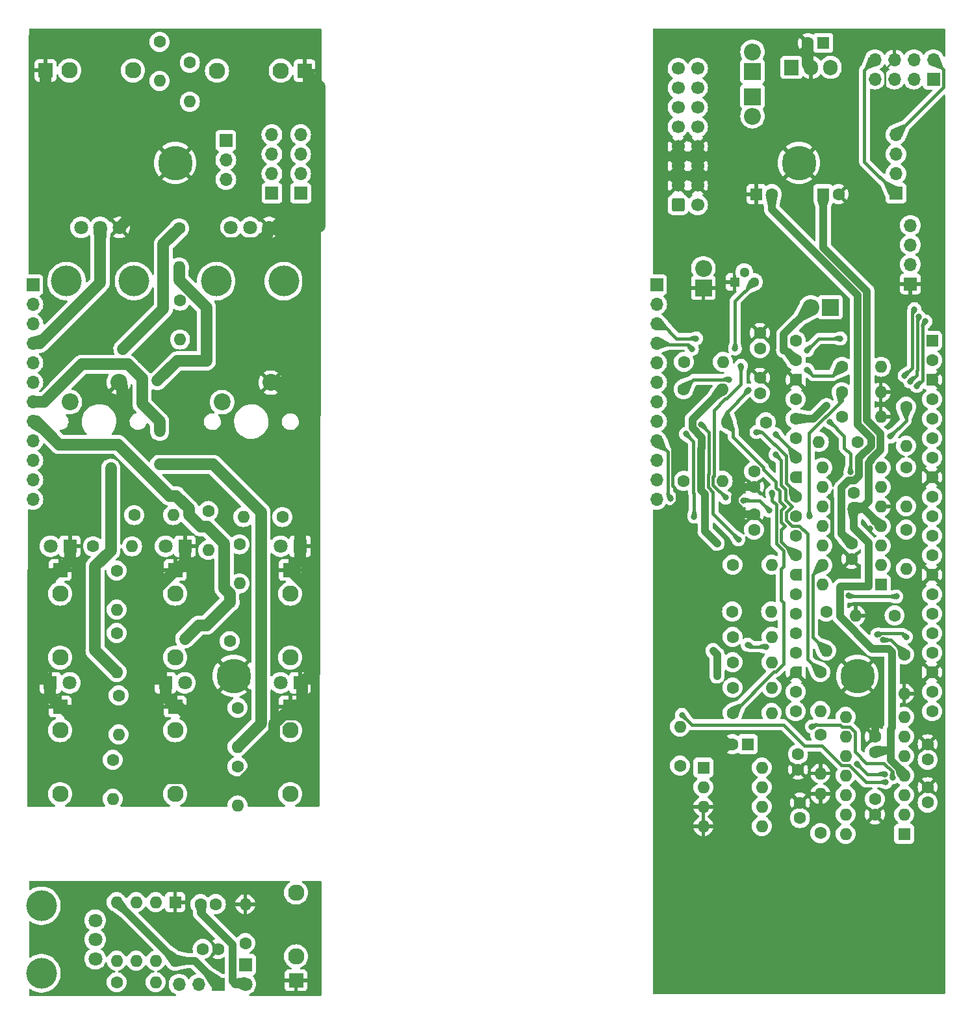
<source format=gbr>
%TF.GenerationSoftware,KiCad,Pcbnew,7.0.9*%
%TF.CreationDate,2023-12-07T20:54:35+01:00*%
%TF.ProjectId,euroPI-kicad_incl_555_clock,6575726f-5049-42d6-9b69-6361645f696e,rev?*%
%TF.SameCoordinates,Original*%
%TF.FileFunction,Copper,L2,Bot*%
%TF.FilePolarity,Positive*%
%FSLAX46Y46*%
G04 Gerber Fmt 4.6, Leading zero omitted, Abs format (unit mm)*
G04 Created by KiCad (PCBNEW 7.0.9) date 2023-12-07 20:54:35*
%MOMM*%
%LPD*%
G01*
G04 APERTURE LIST*
G04 Aperture macros list*
%AMRoundRect*
0 Rectangle with rounded corners*
0 $1 Rounding radius*
0 $2 $3 $4 $5 $6 $7 $8 $9 X,Y pos of 4 corners*
0 Add a 4 corners polygon primitive as box body*
4,1,4,$2,$3,$4,$5,$6,$7,$8,$9,$2,$3,0*
0 Add four circle primitives for the rounded corners*
1,1,$1+$1,$2,$3*
1,1,$1+$1,$4,$5*
1,1,$1+$1,$6,$7*
1,1,$1+$1,$8,$9*
0 Add four rect primitives between the rounded corners*
20,1,$1+$1,$2,$3,$4,$5,0*
20,1,$1+$1,$4,$5,$6,$7,0*
20,1,$1+$1,$6,$7,$8,$9,0*
20,1,$1+$1,$8,$9,$2,$3,0*%
%AMFreePoly0*
4,1,28,0.605014,0.794986,0.644504,0.794986,0.724698,0.756366,0.780194,0.686777,0.800000,0.600000,0.800000,-0.600000,0.780194,-0.686777,0.724698,-0.756366,0.644504,-0.794986,0.605014,-0.794986,0.600000,-0.800000,0.000000,-0.800000,-0.178017,-0.779942,-0.347107,-0.720775,-0.498792,-0.625465,-0.625465,-0.498792,-0.720775,-0.347107,-0.779942,-0.178017,-0.800000,0.000000,-0.779942,0.178017,
-0.720775,0.347107,-0.625465,0.498792,-0.498792,0.625465,-0.347107,0.720775,-0.178017,0.779942,0.000000,0.800000,0.600000,0.800000,0.605014,0.794986,0.605014,0.794986,$1*%
%AMFreePoly1*
4,1,28,0.178017,0.779942,0.347107,0.720775,0.498792,0.625465,0.625465,0.498792,0.720775,0.347107,0.779942,0.178017,0.800000,0.000000,0.779942,-0.178017,0.720775,-0.347107,0.625465,-0.498792,0.498792,-0.625465,0.347107,-0.720775,0.178017,-0.779942,0.000000,-0.800000,-0.600000,-0.800000,-0.605014,-0.794986,-0.644504,-0.794986,-0.724698,-0.756366,-0.780194,-0.686777,-0.800000,-0.600000,
-0.800000,0.600000,-0.780194,0.686777,-0.724698,0.756366,-0.644504,0.794986,-0.605014,0.794986,-0.600000,0.800000,0.000000,0.800000,0.178017,0.779942,0.178017,0.779942,$1*%
G04 Aperture macros list end*
%TA.AperFunction,ComponentPad*%
%ADD10R,1.600000X1.600000*%
%TD*%
%TA.AperFunction,ComponentPad*%
%ADD11O,1.600000X1.600000*%
%TD*%
%TA.AperFunction,ComponentPad*%
%ADD12C,1.600000*%
%TD*%
%TA.AperFunction,ComponentPad*%
%ADD13R,1.700000X1.700000*%
%TD*%
%TA.AperFunction,ComponentPad*%
%ADD14O,1.700000X1.700000*%
%TD*%
%TA.AperFunction,ComponentPad*%
%ADD15R,1.830000X1.930000*%
%TD*%
%TA.AperFunction,ComponentPad*%
%ADD16C,2.130000*%
%TD*%
%TA.AperFunction,ComponentPad*%
%ADD17R,1.930000X1.830000*%
%TD*%
%TA.AperFunction,ComponentPad*%
%ADD18R,1.800000X1.800000*%
%TD*%
%TA.AperFunction,ComponentPad*%
%ADD19C,1.800000*%
%TD*%
%TA.AperFunction,ComponentPad*%
%ADD20C,3.100000*%
%TD*%
%TA.AperFunction,ConnectorPad*%
%ADD21C,4.500000*%
%TD*%
%TA.AperFunction,ComponentPad*%
%ADD22R,2.200000X2.200000*%
%TD*%
%TA.AperFunction,ComponentPad*%
%ADD23O,2.200000X2.200000*%
%TD*%
%TA.AperFunction,WasherPad*%
%ADD24C,4.000000*%
%TD*%
%TA.AperFunction,ComponentPad*%
%ADD25C,2.200000*%
%TD*%
%TA.AperFunction,ComponentPad*%
%ADD26R,1.300000X1.300000*%
%TD*%
%TA.AperFunction,ComponentPad*%
%ADD27C,1.300000*%
%TD*%
%TA.AperFunction,ComponentPad*%
%ADD28RoundRect,0.200000X0.600000X0.600000X-0.600000X0.600000X-0.600000X-0.600000X0.600000X-0.600000X0*%
%TD*%
%TA.AperFunction,ComponentPad*%
%ADD29FreePoly0,180.000000*%
%TD*%
%TA.AperFunction,ComponentPad*%
%ADD30FreePoly1,180.000000*%
%TD*%
%TA.AperFunction,ComponentPad*%
%ADD31RoundRect,0.250000X-0.600000X-0.600000X0.600000X-0.600000X0.600000X0.600000X-0.600000X0.600000X0*%
%TD*%
%TA.AperFunction,ComponentPad*%
%ADD32C,1.700000*%
%TD*%
%TA.AperFunction,ComponentPad*%
%ADD33R,1.905000X2.000000*%
%TD*%
%TA.AperFunction,ComponentPad*%
%ADD34O,1.905000X2.000000*%
%TD*%
%TA.AperFunction,ViaPad*%
%ADD35C,0.800000*%
%TD*%
%TA.AperFunction,ViaPad*%
%ADD36C,1.000000*%
%TD*%
%TA.AperFunction,Conductor*%
%ADD37C,0.400000*%
%TD*%
%TA.AperFunction,Conductor*%
%ADD38C,1.500000*%
%TD*%
%TA.AperFunction,Conductor*%
%ADD39C,1.000000*%
%TD*%
%TA.AperFunction,Conductor*%
%ADD40C,0.250000*%
%TD*%
%TA.AperFunction,Conductor*%
%ADD41C,0.500000*%
%TD*%
G04 APERTURE END LIST*
D10*
%TO.P,O3,1*%
%TO.N,CJ1*%
X196596000Y-131572000D03*
D11*
%TO.P,O3,2,-*%
%TO.N,Net-(O3A--)*%
X196596000Y-129032000D03*
%TO.P,O3,3,+*%
%TO.N,Net-(O3A-+)*%
X196596000Y-126492000D03*
%TO.P,O3,4,V+*%
%TO.N,~*%
X196596000Y-123952000D03*
%TO.P,O3,5,+*%
%TO.N,Net-(O3B-+)*%
X196596000Y-121412000D03*
%TO.P,O3,6,-*%
%TO.N,Net-(O3B--)*%
X196596000Y-118872000D03*
%TO.P,O3,7*%
%TO.N,CJ2*%
X196596000Y-116332000D03*
%TO.P,O3,8*%
%TO.N,CJ5*%
X188976000Y-116332000D03*
%TO.P,O3,9,-*%
%TO.N,Net-(O3C--)*%
X188976000Y-118872000D03*
%TO.P,O3,10,+*%
%TO.N,Net-(O3C-+)*%
X188976000Y-121412000D03*
%TO.P,O3,11,V-*%
%TO.N,-12V*%
X188976000Y-123952000D03*
%TO.P,O3,12,+*%
%TO.N,Net-(O3D-+)*%
X188976000Y-126492000D03*
%TO.P,O3,13,-*%
%TO.N,Net-(O3D--)*%
X188976000Y-129032000D03*
%TO.P,O3,14*%
%TO.N,CJ4*%
X188976000Y-131572000D03*
%TD*%
D12*
%TO.P,R21,1*%
%TO.N,CJA*%
X196850000Y-83820000D03*
D11*
%TO.P,R21,2*%
%TO.N,Net-(O5-Pad7)*%
X196850000Y-88900000D03*
%TD*%
D12*
%TO.P,R16,1*%
%TO.N,Net-(LED4-A)*%
X93980000Y-105410000D03*
D11*
%TO.P,R16,2*%
%TO.N,CJ4*%
X93980000Y-110490000D03*
%TD*%
D12*
%TO.P,R24,1*%
%TO.N,CS1*%
X167894000Y-70104000D03*
D11*
%TO.P,R24,2*%
%TO.N,I2C_VCC*%
X172974000Y-70104000D03*
%TD*%
D12*
%TO.P,R6,1*%
%TO.N,Net-(O5D-+)*%
X174244000Y-105918000D03*
D11*
%TO.P,R6,2*%
%TO.N,GP19*%
X179324000Y-105918000D03*
%TD*%
D13*
%TO.P,J14,1,Pin_1*%
%TO.N,TPH VCC {slash} CPC SDA*%
X108204000Y-41284000D03*
D14*
%TO.P,J14,2,Pin_2*%
%TO.N,I2C_VCC*%
X108204000Y-43824000D03*
%TO.P,J14,3,Pin_3*%
%TO.N,TPH SDA {slash} CPC VCC*%
X108204000Y-46364000D03*
%TD*%
D12*
%TO.P,R17,1*%
%TO.N,Net-(LED5-A)*%
X108712000Y-106455000D03*
D11*
%TO.P,R17,2*%
%TO.N,CJ5*%
X108712000Y-101375000D03*
%TD*%
D12*
%TO.P,R20,1*%
%TO.N,CS1*%
X102235000Y-62112000D03*
D11*
%TO.P,R20,2*%
%TO.N,Net-(R20-Pad2)*%
X102235000Y-67192000D03*
%TD*%
D15*
%TO.P,J8,S*%
%TO.N,I2C_GND*%
X84720648Y-32140000D03*
D16*
%TO.P,J8,T*%
%TO.N,Net-(J8-PadT)*%
X96120648Y-32140000D03*
%TO.P,J8,TN*%
%TO.N,unconnected-(J8-PadTN)*%
X87820648Y-32140000D03*
%TD*%
D12*
%TO.P,R41,1*%
%TO.N,Net-(LED7-K)*%
X110744000Y-145796000D03*
D11*
%TO.P,R41,2*%
%TO.N,I2C_GND*%
X110744000Y-140716000D03*
%TD*%
D12*
%TO.P,R30,1*%
%TO.N,Net-(O3B--)*%
X188468000Y-74041000D03*
D11*
%TO.P,R30,2*%
%TO.N,I2C_GND*%
X193548000Y-74041000D03*
%TD*%
D17*
%TO.P,J4,S*%
%TO.N,I2C_GND*%
X86614000Y-114974000D03*
D16*
%TO.P,J4,T*%
%TO.N,Net-(J4-PadT)*%
X86614000Y-126374000D03*
%TO.P,J4,TN*%
%TO.N,unconnected-(J4-PadTN)*%
X86614000Y-118074000D03*
%TD*%
D18*
%TO.P,LED6,1,K*%
%TO.N,I2C_GND*%
X117872648Y-111896000D03*
D19*
%TO.P,LED6,2,A*%
%TO.N,Net-(LED6-A)*%
X115332648Y-111896000D03*
%TD*%
D12*
%TO.P,R26,1*%
%TO.N,I2C_VCC*%
X178562000Y-77978000D03*
D11*
%TO.P,R26,2*%
%TO.N,GP22*%
X173482000Y-77978000D03*
%TD*%
D20*
%TO.P,H4,1,1*%
%TO.N,I2C_GND*%
X109220000Y-110998000D03*
D21*
X109220000Y-110998000D03*
%TD*%
D12*
%TO.P,R22,1*%
%TO.N,Net-(O5-Pad7)*%
X196850000Y-91948000D03*
D11*
%TO.P,R22,2*%
%TO.N,Net-(O1A--)*%
X196850000Y-97028000D03*
%TD*%
D10*
%TO.P,U3,1,GND*%
%TO.N,I2C_GND*%
X101600000Y-140462000D03*
D11*
%TO.P,U3,2,TR*%
%TO.N,Net-(U3-THR)*%
X99060000Y-140462000D03*
%TO.P,U3,3,Q*%
%TO.N,Net-(LED7-A)*%
X96520000Y-140462000D03*
%TO.P,U3,4,R*%
%TO.N,~*%
X93980000Y-140462000D03*
%TO.P,U3,5,CV*%
%TO.N,unconnected-(U3-CV-Pad5)*%
X93980000Y-148082000D03*
%TO.P,U3,6,THR*%
%TO.N,Net-(U3-THR)*%
X96520000Y-148082000D03*
%TO.P,U3,7,DIS*%
%TO.N,Net-(U3-DIS)*%
X99060000Y-148082000D03*
%TO.P,U3,8,VCC*%
%TO.N,~*%
X101600000Y-148082000D03*
%TD*%
D12*
%TO.P,R13,1*%
%TO.N,Net-(LED1-A)*%
X90903000Y-94116000D03*
D11*
%TO.P,R13,2*%
%TO.N,CJ1*%
X95983000Y-94116000D03*
%TD*%
D12*
%TO.P,R31,1*%
%TO.N,Net-(O5C--)*%
X195355000Y-103124000D03*
D11*
%TO.P,R31,2*%
%TO.N,I2C_GND*%
X190275000Y-103124000D03*
%TD*%
D22*
%TO.P,D2,1,A*%
%TO.N,+5V*%
X187004000Y-62992000D03*
D23*
%TO.P,D2,2,K*%
%TO.N,Net-(D2-K)*%
X184464000Y-62992000D03*
%TD*%
D10*
%TO.P,C16,1*%
%TO.N,I2C_GND*%
X177352000Y-48260000D03*
D12*
%TO.P,C16,2*%
%TO.N,-12V*%
X179352000Y-48260000D03*
%TD*%
%TO.P,R11,1*%
%TO.N,CJ5*%
X94234000Y-113538000D03*
D11*
%TO.P,R11,2*%
%TO.N,Net-(J5-PadT)*%
X94234000Y-118618000D03*
%TD*%
D12*
%TO.P,Rx1,1*%
%TO.N,Net-(U3-DIS)*%
X93980000Y-150876000D03*
D11*
%TO.P,Rx1,2*%
%TO.N,+5V*%
X99060000Y-150876000D03*
%TD*%
D12*
%TO.P,R23,1*%
%TO.N,Net-(O1A--)*%
X167386000Y-122682000D03*
D11*
%TO.P,R23,2*%
%TO.N,GP26*%
X167386000Y-117602000D03*
%TD*%
D20*
%TO.P,H2,1,1*%
%TO.N,I2C_GND*%
X190500000Y-110998000D03*
D21*
X190500000Y-110998000D03*
%TD*%
D24*
%TO.P,VR3,*%
%TO.N,*%
X84186000Y-149728000D03*
X84186000Y-140928000D03*
D19*
%TO.P,VR3,1,1*%
%TO.N,Net-(U3-THR)*%
X91186000Y-142828000D03*
%TO.P,VR3,2,2*%
%TO.N,Net-(U3-DIS)*%
X91186000Y-145328000D03*
%TO.P,VR3,3,3*%
X91186000Y-147828000D03*
%TD*%
D17*
%TO.P,J2,S*%
%TO.N,I2C_GND*%
X101605824Y-97194000D03*
D16*
%TO.P,J2,T*%
%TO.N,Net-(J2-PadT)*%
X101605824Y-108594000D03*
%TO.P,J2,TN*%
%TO.N,unconnected-(J2-PadTN)*%
X101605824Y-100294000D03*
%TD*%
D10*
%TO.P,O1,1*%
%TO.N,GP26*%
X170434000Y-122936000D03*
D11*
%TO.P,O1,2,-*%
%TO.N,Net-(O1A--)*%
X170434000Y-125476000D03*
%TO.P,O1,3,+*%
%TO.N,I2C_GND*%
X170434000Y-128016000D03*
%TO.P,O1,4,V-*%
X170434000Y-130556000D03*
%TO.P,O1,5,+*%
%TO.N,unconnected-(O1B-+-Pad5)*%
X178054000Y-130556000D03*
%TO.P,O1,6,-*%
%TO.N,unconnected-(O1B---Pad6)*%
X178054000Y-128016000D03*
%TO.P,O1,7*%
%TO.N,unconnected-(O1-Pad7)*%
X178054000Y-125476000D03*
%TO.P,O1,8,V+*%
%TO.N,I2C_VCC*%
X178054000Y-122936000D03*
%TD*%
D12*
%TO.P,R18,1*%
%TO.N,Net-(LED6-A)*%
X109739648Y-115140000D03*
D11*
%TO.P,R18,2*%
%TO.N,CJ6*%
X109739648Y-120220000D03*
%TD*%
D12*
%TO.P,R29,1*%
%TO.N,Net-(O3A--)*%
X188468000Y-77216000D03*
D11*
%TO.P,R29,2*%
%TO.N,I2C_GND*%
X193548000Y-77216000D03*
%TD*%
D12*
%TO.P,C11,1*%
%TO.N,Net-(O5C-+)*%
X177038000Y-84360000D03*
%TO.P,C11,2*%
%TO.N,I2C_GND*%
X177038000Y-86360000D03*
%TD*%
D25*
%TO.P,SW2,1,1*%
%TO.N,I2C_GND*%
X94234000Y-72780000D03*
%TO.P,SW2,2,2*%
%TO.N,Net-(R19-Pad2)*%
X87884000Y-75320000D03*
%TD*%
D12*
%TO.P,C14,1*%
%TO.N,Net-(O5D-+)*%
X177038000Y-91948000D03*
%TO.P,C14,2*%
%TO.N,I2C_GND*%
X177038000Y-89948000D03*
%TD*%
D23*
%TO.P,D3,2,K*%
%TO.N,Net-(D3-K)*%
X176844000Y-38100000D03*
D22*
%TO.P,D3,1,A*%
%TO.N,-12V*%
X176844000Y-35560000D03*
%TD*%
D12*
%TO.P,R37,1*%
%TO.N,CJ3*%
X196850000Y-75946000D03*
D11*
%TO.P,R37,2*%
%TO.N,Net-(O5C--)*%
X196850000Y-81026000D03*
%TD*%
D22*
%TO.P,D1,1,A*%
%TO.N,I2C_GND*%
X170434000Y-60452000D03*
D23*
%TO.P,D1,2,K*%
%TO.N,CJD*%
X170434000Y-57912000D03*
%TD*%
D12*
%TO.P,R1,1*%
%TO.N,Net-(O3A-+)*%
X174244000Y-96520000D03*
D11*
%TO.P,R1,2*%
%TO.N,GP21*%
X179324000Y-96520000D03*
%TD*%
D12*
%TO.P,R19,1*%
%TO.N,CS2*%
X102119648Y-52714000D03*
D11*
%TO.P,R19,2*%
%TO.N,Net-(R19-Pad2)*%
X102119648Y-57794000D03*
%TD*%
D15*
%TO.P,J7,S*%
%TO.N,I2C_GND*%
X118461000Y-32190800D03*
D16*
%TO.P,J7,T*%
%TO.N,Net-(J7-PadT)*%
X107061000Y-32190800D03*
%TO.P,J7,TN*%
%TO.N,unconnected-(J7-PadTN)*%
X115361000Y-32190800D03*
%TD*%
D22*
%TO.P,D4,1,A*%
%TO.N,Net-(D4-A)*%
X176844000Y-32258000D03*
D23*
%TO.P,D4,2,K*%
%TO.N,~*%
X176844000Y-29718000D03*
%TD*%
D10*
%TO.P,C2,1*%
%TO.N,+5V*%
X186055000Y-28575000D03*
D12*
%TO.P,C2,2*%
%TO.N,I2C_GND*%
X184055000Y-28575000D03*
%TD*%
%TO.P,C18,1*%
%TO.N,Net-(C18-Pad1)*%
X106902000Y-140716000D03*
%TO.P,C18,2*%
%TO.N,Net-(LED7-A)*%
X104902000Y-140716000D03*
%TD*%
D17*
%TO.P,J1,S*%
%TO.N,I2C_GND*%
X86614000Y-97194000D03*
D16*
%TO.P,J1,T*%
%TO.N,Net-(J1-PadT)*%
X86614000Y-108594000D03*
%TO.P,J1,TN*%
%TO.N,unconnected-(J1-PadTN)*%
X86614000Y-100294000D03*
%TD*%
D12*
%TO.P,R5,1*%
%TO.N,Net-(O3C-+)*%
X174244000Y-109220000D03*
D11*
%TO.P,R5,2*%
%TO.N,GP18*%
X179324000Y-109220000D03*
%TD*%
D17*
%TO.P,J20,S*%
%TO.N,I2C_GND*%
X117348000Y-150622000D03*
D16*
%TO.P,J20,T*%
%TO.N,Net-(C18-Pad1)*%
X117348000Y-139222000D03*
%TO.P,J20,TN*%
%TO.N,unconnected-(J20-PadTN)*%
X117348000Y-147522000D03*
%TD*%
D13*
%TO.P,J11,1,Pin_1*%
%TO.N,CJD*%
X164338000Y-60080000D03*
D14*
%TO.P,J11,2,Pin_2*%
%TO.N,CJA*%
X164338000Y-62620000D03*
%TO.P,J11,3,Pin_3*%
%TO.N,CK1*%
X164338000Y-65160000D03*
%TO.P,J11,4,Pin_4*%
%TO.N,CK2*%
X164338000Y-67700000D03*
%TO.P,J11,5,Pin_5*%
%TO.N,CS1*%
X164338000Y-70240000D03*
%TO.P,J11,6,Pin_6*%
%TO.N,CS2*%
X164338000Y-72780000D03*
%TO.P,J11,7,Pin_7*%
%TO.N,CJ6*%
X164338000Y-75320000D03*
%TO.P,J11,8,Pin_8*%
%TO.N,CJ5*%
X164338000Y-77860000D03*
%TO.P,J11,9,Pin_9*%
%TO.N,CJ4*%
X164338000Y-80400000D03*
%TO.P,J11,10,Pin_10*%
%TO.N,CJ3*%
X164338000Y-82940000D03*
%TO.P,J11,11,Pin_11*%
%TO.N,CJ2*%
X164338000Y-85480000D03*
%TO.P,J11,12,Pin_12*%
%TO.N,CJ1*%
X164338000Y-88020000D03*
%TD*%
D18*
%TO.P,LED5,1,K*%
%TO.N,I2C_GND*%
X100330824Y-111896000D03*
D19*
%TO.P,LED5,2,A*%
%TO.N,Net-(LED5-A)*%
X102870824Y-111896000D03*
%TD*%
D17*
%TO.P,J3,S*%
%TO.N,I2C_GND*%
X116597648Y-97194000D03*
D16*
%TO.P,J3,T*%
%TO.N,Net-(J3-PadT)*%
X116597648Y-108594000D03*
%TO.P,J3,TN*%
%TO.N,unconnected-(J3-PadTN)*%
X116597648Y-100294000D03*
%TD*%
D12*
%TO.P,R32,1*%
%TO.N,Net-(O3D--)*%
X185684000Y-131469000D03*
D11*
%TO.P,R32,2*%
%TO.N,I2C_GND*%
X185684000Y-126389000D03*
%TD*%
D18*
%TO.P,LED7,1,K*%
%TO.N,Net-(LED7-K)*%
X110744000Y-148585000D03*
D19*
%TO.P,LED7,2,A*%
%TO.N,Net-(LED7-A)*%
X110744000Y-151125000D03*
%TD*%
D12*
%TO.P,R8,1*%
%TO.N,CJ2*%
X105918000Y-89515000D03*
D11*
%TO.P,R8,2*%
%TO.N,Net-(J2-PadT)*%
X105918000Y-94595000D03*
%TD*%
D12*
%TO.P,R28,1*%
%TO.N,Net-(J8-PadT)*%
X103516648Y-31142000D03*
D11*
%TO.P,R28,2*%
%TO.N,CJA*%
X103516648Y-36222000D03*
%TD*%
D12*
%TO.P,R10,1*%
%TO.N,CJ4*%
X93472000Y-121920000D03*
D11*
%TO.P,R10,2*%
%TO.N,Net-(J4-PadT)*%
X93472000Y-127000000D03*
%TD*%
D10*
%TO.P,O5,1*%
%TO.N,N/C*%
X193548000Y-99112648D03*
D11*
%TO.P,O5,2*%
X193548000Y-96572648D03*
%TO.P,O5,3*%
X193548000Y-94032648D03*
%TO.P,O5,4,V+*%
%TO.N,~*%
X193548000Y-91492648D03*
%TO.P,O5,5,+*%
%TO.N,I2C_GND*%
X193548000Y-88952648D03*
%TO.P,O5,6,-*%
%TO.N,CJA*%
X193548000Y-86412648D03*
%TO.P,O5,7*%
%TO.N,Net-(O5-Pad7)*%
X193548000Y-83872648D03*
%TO.P,O5,8*%
%TO.N,CJ3*%
X185928000Y-83872648D03*
%TO.P,O5,9,-*%
%TO.N,Net-(O5C--)*%
X185928000Y-86412648D03*
%TO.P,O5,10,+*%
%TO.N,Net-(O5C-+)*%
X185928000Y-88952648D03*
%TO.P,O5,11,V-*%
%TO.N,-12V*%
X185928000Y-91492648D03*
%TO.P,O5,12,+*%
%TO.N,Net-(O5D-+)*%
X185928000Y-94032648D03*
%TO.P,O5,13,-*%
%TO.N,Net-(O5D--)*%
X185928000Y-96572648D03*
%TO.P,O5,14*%
%TO.N,CJ6*%
X185928000Y-99112648D03*
%TD*%
D12*
%TO.P,R2,1*%
%TO.N,Net-(O3B-+)*%
X174186000Y-102616000D03*
D11*
%TO.P,R2,2*%
%TO.N,GP20*%
X179266000Y-102616000D03*
%TD*%
D13*
%TO.P,J18,1,Pin_1*%
%TO.N,TPH SCL {slash} CPC GND*%
X195516500Y-48142000D03*
D14*
%TO.P,J18,2,Pin_2*%
%TO.N,TPH SDA {slash} CPC VCC*%
X195516500Y-45602000D03*
%TO.P,J18,3,Pin_3*%
%TO.N,TPH GND {slash} CPC SCL*%
X195516500Y-43062000D03*
%TO.P,J18,4,Pin_4*%
%TO.N,TPH VCC {slash} CPC SDA*%
X195516500Y-40522000D03*
%TD*%
D26*
%TO.P,Q1,1,E*%
%TO.N,I2C_GND*%
X174498000Y-59690000D03*
D27*
%TO.P,Q1,2,B*%
%TO.N,CJD*%
X175768000Y-58420000D03*
%TO.P,Q1,3,C*%
%TO.N,GP22*%
X177038000Y-59690000D03*
%TD*%
D25*
%TO.P,SW1,1,1*%
%TO.N,I2C_GND*%
X114071400Y-72805400D03*
%TO.P,SW1,2,2*%
%TO.N,Net-(R20-Pad2)*%
X107721400Y-75345400D03*
%TD*%
D12*
%TO.P,R27,1*%
%TO.N,Net-(J7-PadT)*%
X99579648Y-28428000D03*
D11*
%TO.P,R27,2*%
%TO.N,CJD*%
X99579648Y-33508000D03*
%TD*%
D17*
%TO.P,J5,S*%
%TO.N,I2C_GND*%
X101605824Y-114974000D03*
D16*
%TO.P,J5,T*%
%TO.N,Net-(J5-PadT)*%
X101605824Y-126374000D03*
%TO.P,J5,TN*%
%TO.N,unconnected-(J5-PadTN)*%
X101605824Y-118074000D03*
%TD*%
D12*
%TO.P,R36,1*%
%TO.N,CJ2*%
X167865000Y-85598000D03*
D11*
%TO.P,R36,2*%
%TO.N,Net-(O3B--)*%
X172945000Y-85598000D03*
%TD*%
D12*
%TO.P,R25,1*%
%TO.N,CS2*%
X167865000Y-73660000D03*
D11*
%TO.P,R25,2*%
%TO.N,I2C_VCC*%
X172945000Y-73660000D03*
%TD*%
D20*
%TO.P,H1,1,1*%
%TO.N,I2C_GND*%
X182889200Y-44196000D03*
D21*
X182889200Y-44196000D03*
%TD*%
D12*
%TO.P,R9,1*%
%TO.N,CJ3*%
X109982000Y-93862000D03*
D11*
%TO.P,R9,2*%
%TO.N,Net-(J3-PadT)*%
X109982000Y-98942000D03*
%TD*%
D12*
%TO.P,R7,1*%
%TO.N,CJ1*%
X93980000Y-97282000D03*
D11*
%TO.P,R7,2*%
%TO.N,Net-(J1-PadT)*%
X93980000Y-102362000D03*
%TD*%
D12*
%TO.P,C7,1*%
%TO.N,CS2*%
X177800000Y-74168000D03*
%TO.P,C7,2*%
%TO.N,I2C_GND*%
X177800000Y-72168000D03*
%TD*%
%TO.P,R34,1*%
%TO.N,Net-(O5D--)*%
X196596000Y-108204000D03*
D11*
%TO.P,R34,2*%
%TO.N,I2C_GND*%
X196596000Y-113284000D03*
%TD*%
D24*
%TO.P,VR1,*%
%TO.N,*%
X115759400Y-59597400D03*
X106959400Y-59597400D03*
D19*
%TO.P,VR1,1,1*%
%TO.N,I2C_VCC*%
X108859400Y-52597400D03*
%TO.P,VR1,2,2*%
%TO.N,CK1*%
X111359400Y-52597400D03*
%TO.P,VR1,3,3*%
%TO.N,I2C_GND*%
X113859400Y-52597400D03*
%TD*%
D10*
%TO.P,C15,1*%
%TO.N,~*%
X186055000Y-48260000D03*
D12*
%TO.P,C15,2*%
%TO.N,I2C_GND*%
X188055000Y-48260000D03*
%TD*%
D18*
%TO.P,LED2,1,K*%
%TO.N,I2C_GND*%
X102880824Y-94116000D03*
D19*
%TO.P,LED2,2,A*%
%TO.N,Net-(LED2-A)*%
X100340824Y-94116000D03*
%TD*%
D24*
%TO.P,VR2,*%
%TO.N,*%
X96232648Y-59587000D03*
X87432648Y-59587000D03*
D19*
%TO.P,VR2,1,1*%
%TO.N,I2C_VCC*%
X89332648Y-52587000D03*
%TO.P,VR2,2,2*%
%TO.N,CK2*%
X91832648Y-52587000D03*
%TO.P,VR2,3,3*%
%TO.N,I2C_GND*%
X94332648Y-52587000D03*
%TD*%
D20*
%TO.P,H3,1,1*%
%TO.N,I2C_GND*%
X101609200Y-44196000D03*
D21*
X101609200Y-44196000D03*
%TD*%
D12*
%TO.P,R3,1*%
%TO.N,Net-(O5C-+)*%
X174244000Y-115824000D03*
D11*
%TO.P,R3,2*%
%TO.N,GP16*%
X179324000Y-115824000D03*
%TD*%
D12*
%TO.P,R4,1*%
%TO.N,Net-(O3D-+)*%
X174244000Y-112522000D03*
D11*
%TO.P,R4,2*%
%TO.N,GP17*%
X179324000Y-112522000D03*
%TD*%
D12*
%TO.P,R39,1*%
%TO.N,CJ5*%
X185674000Y-110490000D03*
D11*
%TO.P,R39,2*%
%TO.N,Net-(O3C--)*%
X185674000Y-115570000D03*
%TD*%
D18*
%TO.P,LED4,1,K*%
%TO.N,I2C_GND*%
X85339000Y-111896000D03*
D19*
%TO.P,LED4,2,A*%
%TO.N,Net-(LED4-A)*%
X87879000Y-111896000D03*
%TD*%
D13*
%TO.P,J12,1,Pin_1*%
%TO.N,TPH SCL {slash} CPC GND*%
X117957600Y-48142000D03*
D14*
%TO.P,J12,2,Pin_2*%
%TO.N,TPH SDA {slash} CPC VCC*%
X117957600Y-45602000D03*
%TO.P,J12,3,Pin_3*%
%TO.N,TPH GND {slash} CPC SCL*%
X117957600Y-43062000D03*
%TO.P,J12,4,Pin_4*%
%TO.N,TPH VCC {slash} CPC SDA*%
X117957600Y-40522000D03*
%TD*%
D12*
%TO.P,C17,1*%
%TO.N,I2C_GND*%
X107188000Y-146558000D03*
%TO.P,C17,2*%
%TO.N,Net-(U3-THR)*%
X105188000Y-146558000D03*
%TD*%
%TO.P,R40,1*%
%TO.N,CJ6*%
X186436000Y-102616000D03*
D11*
%TO.P,R40,2*%
%TO.N,Net-(O5D--)*%
X186436000Y-107696000D03*
%TD*%
D17*
%TO.P,J6,S*%
%TO.N,I2C_GND*%
X116597648Y-114974000D03*
D16*
%TO.P,J6,T*%
%TO.N,Net-(J6-PadT)*%
X116597648Y-126374000D03*
%TO.P,J6,TN*%
%TO.N,unconnected-(J6-PadTN)*%
X116597648Y-118074000D03*
%TD*%
D18*
%TO.P,LED3,1,K*%
%TO.N,I2C_GND*%
X117872648Y-94116000D03*
D19*
%TO.P,LED3,2,A*%
%TO.N,Net-(LED3-A)*%
X115332648Y-94116000D03*
%TD*%
D12*
%TO.P,R12,1*%
%TO.N,CJ6*%
X109739648Y-122789000D03*
D11*
%TO.P,R12,2*%
%TO.N,Net-(J6-PadT)*%
X109739648Y-127869000D03*
%TD*%
D12*
%TO.P,R38,1*%
%TO.N,CJ4*%
X190555800Y-80518000D03*
D11*
%TO.P,R38,2*%
%TO.N,Net-(O3D--)*%
X185475800Y-80518000D03*
%TD*%
D12*
%TO.P,R35,1*%
%TO.N,CJ1*%
X188494800Y-70739000D03*
D11*
%TO.P,R35,2*%
%TO.N,Net-(O3A--)*%
X193574800Y-70739000D03*
%TD*%
D12*
%TO.P,R14,1*%
%TO.N,Net-(LED2-A)*%
X96266000Y-90052000D03*
D11*
%TO.P,R14,2*%
%TO.N,CJ2*%
X101346000Y-90052000D03*
%TD*%
D12*
%TO.P,C8,1*%
%TO.N,CS1*%
X177800000Y-68326000D03*
%TO.P,C8,2*%
%TO.N,I2C_GND*%
X177800000Y-66326000D03*
%TD*%
D18*
%TO.P,LED1,1,K*%
%TO.N,I2C_GND*%
X87889000Y-94116000D03*
D19*
%TO.P,LED1,2,A*%
%TO.N,Net-(LED1-A)*%
X85349000Y-94116000D03*
%TD*%
D12*
%TO.P,R15,1*%
%TO.N,Net-(LED3-A)*%
X115581648Y-90306000D03*
D11*
%TO.P,R15,2*%
%TO.N,CJ3*%
X110501648Y-90306000D03*
%TD*%
D12*
%TO.P,R33,1*%
%TO.N,Net-(O3C--)*%
X185684000Y-118613000D03*
D11*
%TO.P,R33,2*%
%TO.N,I2C_GND*%
X185684000Y-123693000D03*
%TD*%
D10*
%TO.P,C1,1*%
%TO.N,I2C_VCC*%
X176215113Y-119888000D03*
D12*
%TO.P,C1,2*%
%TO.N,I2C_GND*%
X174215113Y-119888000D03*
%TD*%
D13*
%TO.P,J16,1,Pin_1*%
%TO.N,GP1*%
X200406000Y-33274000D03*
D14*
%TO.P,J16,2,Pin_2*%
%TO.N,TPH GND {slash} CPC SCL*%
X197866000Y-33274000D03*
%TO.P,J16,3,Pin_3*%
%TO.N,TPH SDA {slash} CPC VCC*%
X195326000Y-33274000D03*
%TO.P,J16,4,Pin_4*%
%TO.N,I2C_VCC*%
X192786000Y-33274000D03*
%TO.P,J16,5,Pin_5*%
%TO.N,TPH VCC {slash} CPC SDA*%
X200406000Y-30734000D03*
%TO.P,J16,6,Pin_6*%
%TO.N,GP0*%
X197866000Y-30734000D03*
%TO.P,J16,7,Pin_7*%
%TO.N,I2C_GND*%
X195326000Y-30734000D03*
%TO.P,J16,8,Pin_8*%
%TO.N,TPH SCL {slash} CPC GND*%
X192786000Y-30734000D03*
%TD*%
D13*
%TO.P,J15,1,Pin_1*%
%TO.N,I2C_GND*%
X197418000Y-59944000D03*
D14*
%TO.P,J15,2,Pin_2*%
%TO.N,I2C_VCC*%
X197418000Y-57404000D03*
%TO.P,J15,3,Pin_3*%
%TO.N,GP3*%
X197418000Y-54864000D03*
%TO.P,J15,4,Pin_4*%
%TO.N,GP2*%
X197418000Y-52324000D03*
%TD*%
D12*
%TO.P,C3,1*%
%TO.N,~*%
X189992000Y-89138000D03*
%TO.P,C3,2*%
%TO.N,I2C_GND*%
X189992000Y-87138000D03*
%TD*%
D28*
%TO.P,U2,1,GP0*%
%TO.N,GP0*%
X200246000Y-67341400D03*
D12*
%TO.P,U2,2,GP1*%
%TO.N,GP1*%
X200246000Y-69881400D03*
D29*
%TO.P,U2,3,GND*%
%TO.N,I2C_GND*%
X200246000Y-72421400D03*
D12*
%TO.P,U2,4,GP2*%
%TO.N,GP2*%
X200246000Y-74961400D03*
%TO.P,U2,5,GP3*%
%TO.N,GP3*%
X200246000Y-77501400D03*
%TO.P,U2,6,GP4*%
%TO.N,CS1*%
X200246000Y-80041400D03*
%TO.P,U2,7,GP5*%
%TO.N,CS2*%
X200246000Y-82581400D03*
D29*
%TO.P,U2,8,GND*%
%TO.N,I2C_GND*%
X200246000Y-85121400D03*
D12*
%TO.P,U2,9,GP6*%
%TO.N,unconnected-(U2-GP6-Pad9)*%
X200246000Y-87661400D03*
%TO.P,U2,10,GP7*%
%TO.N,unconnected-(U2-GP7-Pad10)*%
X200246000Y-90201400D03*
%TO.P,U2,11,GP8*%
%TO.N,unconnected-(U2-GP8-Pad11)*%
X200246000Y-92741400D03*
%TO.P,U2,12,GP9*%
%TO.N,unconnected-(U2-GP9-Pad12)*%
X200246000Y-95281400D03*
D29*
%TO.P,U2,13,GND*%
%TO.N,I2C_GND*%
X200246000Y-97821400D03*
D12*
%TO.P,U2,14,GP10*%
%TO.N,unconnected-(U2-GP10-Pad14)*%
X200246000Y-100361400D03*
%TO.P,U2,15,GP11*%
%TO.N,unconnected-(U2-GP11-Pad15)*%
X200246000Y-102901400D03*
%TO.P,U2,16,GP12*%
%TO.N,unconnected-(U2-GP12-Pad16)*%
X200246000Y-105441400D03*
%TO.P,U2,17,GP13*%
%TO.N,unconnected-(U2-GP13-Pad17)*%
X200246000Y-107981400D03*
D29*
%TO.P,U2,18,GND*%
%TO.N,I2C_GND*%
X200246000Y-110521400D03*
D12*
%TO.P,U2,19,GP14*%
%TO.N,unconnected-(U2-GP14-Pad19)*%
X200246000Y-113061400D03*
%TO.P,U2,20,GP15*%
%TO.N,unconnected-(U2-GP15-Pad20)*%
X200246000Y-115601400D03*
%TO.P,U2,21,GP16*%
%TO.N,GP16*%
X182466000Y-115601400D03*
%TO.P,U2,22,GP17*%
%TO.N,GP17*%
X182466000Y-113061400D03*
D30*
%TO.P,U2,23,GND*%
%TO.N,I2C_GND*%
X182466000Y-110521400D03*
D12*
%TO.P,U2,24,GP18*%
%TO.N,GP18*%
X182466000Y-107981400D03*
%TO.P,U2,25,GP19*%
%TO.N,GP19*%
X182466000Y-105441400D03*
%TO.P,U2,26,GP20*%
%TO.N,GP20*%
X182466000Y-102901400D03*
%TO.P,U2,27,GP21*%
%TO.N,GP21*%
X182466000Y-100361400D03*
D30*
%TO.P,U2,28,GND*%
%TO.N,I2C_GND*%
X182466000Y-97821400D03*
D12*
%TO.P,U2,29,GP22*%
%TO.N,GP22*%
X182466000Y-95281400D03*
%TO.P,U2,30,RUN*%
%TO.N,unconnected-(U2-RUN-Pad30)*%
X182466000Y-92741400D03*
%TO.P,U2,31,GP26*%
%TO.N,GP26*%
X182466000Y-90201400D03*
%TO.P,U2,32,GP27*%
%TO.N,CK1*%
X182466000Y-87661400D03*
D30*
%TO.P,U2,33,GND*%
%TO.N,I2C_GND*%
X182466000Y-85121400D03*
D12*
%TO.P,U2,34,GP28*%
%TO.N,CK2*%
X182466000Y-82581400D03*
%TO.P,U2,35,ADC_VREF*%
%TO.N,unconnected-(U2-ADC_VREF-Pad35)*%
X182466000Y-80041400D03*
%TO.P,U2,36,3V3*%
%TO.N,I2C_VCC*%
X182466000Y-77501400D03*
%TO.P,U2,37,3V3_EN*%
%TO.N,unconnected-(U2-3V3_EN-Pad37)*%
X182466000Y-74961400D03*
D30*
%TO.P,U2,38,GND*%
%TO.N,I2C_GND*%
X182466000Y-72421400D03*
D12*
%TO.P,U2,39,VSYS*%
%TO.N,Net-(D2-K)*%
X182466000Y-69881400D03*
%TO.P,U2,40,VBUS*%
%TO.N,unconnected-(U2-VBUS-Pad40)*%
X182466000Y-67341400D03*
%TD*%
%TO.P,C5,1*%
%TO.N,~*%
X192786000Y-120904000D03*
%TO.P,C5,2*%
%TO.N,I2C_GND*%
X192786000Y-118904000D03*
%TD*%
D13*
%TO.P,J21,1,Pin_1*%
%TO.N,~*%
X107188000Y-151130000D03*
D14*
%TO.P,J21,2,Pin_2*%
%TO.N,I2C_GND*%
X104648000Y-151130000D03*
%TO.P,J21,3,Pin_3*%
%TO.N,+5V*%
X102108000Y-151130000D03*
%TD*%
D13*
%TO.P,J19,1,Pin_1*%
%TO.N,TPH SCL {slash} CPC GND*%
X114211500Y-48142000D03*
D14*
%TO.P,J19,2,Pin_2*%
%TO.N,TPH SDA {slash} CPC VCC*%
X114211500Y-45602000D03*
%TO.P,J19,3,Pin_3*%
%TO.N,TPH GND {slash} CPC SCL*%
X114211500Y-43062000D03*
%TO.P,J19,4,Pin_4*%
%TO.N,TPH VCC {slash} CPC SDA*%
X114211500Y-40522000D03*
%TD*%
D12*
%TO.P,C12,1*%
%TO.N,Net-(O3D-+)*%
X183017000Y-129503000D03*
%TO.P,C12,2*%
%TO.N,I2C_GND*%
X183017000Y-127503000D03*
%TD*%
D13*
%TO.P,J17,1,Pin_1*%
%TO.N,CJD*%
X83058000Y-60080000D03*
D14*
%TO.P,J17,2,Pin_2*%
%TO.N,CJA*%
X83058000Y-62620000D03*
%TO.P,J17,3,Pin_3*%
%TO.N,CK1*%
X83058000Y-65160000D03*
%TO.P,J17,4,Pin_4*%
%TO.N,CK2*%
X83058000Y-67700000D03*
%TO.P,J17,5,Pin_5*%
%TO.N,CS1*%
X83058000Y-70240000D03*
%TO.P,J17,6,Pin_6*%
%TO.N,CS2*%
X83058000Y-72780000D03*
%TO.P,J17,7,Pin_7*%
%TO.N,CJ6*%
X83058000Y-75320000D03*
%TO.P,J17,8,Pin_8*%
%TO.N,CJ5*%
X83058000Y-77860000D03*
%TO.P,J17,9,Pin_9*%
%TO.N,CJ4*%
X83058000Y-80400000D03*
%TO.P,J17,10,Pin_10*%
%TO.N,CJ3*%
X83058000Y-82940000D03*
%TO.P,J17,11,Pin_11*%
%TO.N,CJ2*%
X83058000Y-85480000D03*
%TO.P,J17,12,Pin_12*%
%TO.N,CJ1*%
X83058000Y-88020000D03*
%TD*%
D12*
%TO.P,C4,1*%
%TO.N,I2C_GND*%
X189738000Y-95758000D03*
%TO.P,C4,2*%
%TO.N,-12V*%
X189738000Y-93758000D03*
%TD*%
D31*
%TO.P,J10,1,Pin_1*%
%TO.N,Net-(D3-K)*%
X167132000Y-49666000D03*
D32*
%TO.P,J10,2,Pin_2*%
X169672000Y-49666000D03*
%TO.P,J10,3,Pin_3*%
%TO.N,I2C_GND*%
X167132000Y-47126000D03*
%TO.P,J10,4,Pin_4*%
X169672000Y-47126000D03*
%TO.P,J10,5,Pin_5*%
X167132000Y-44586000D03*
%TO.P,J10,6,Pin_6*%
X169672000Y-44586000D03*
%TO.P,J10,7,Pin_7*%
X167132000Y-42046000D03*
%TO.P,J10,8,Pin_8*%
X169672000Y-42046000D03*
%TO.P,J10,9,Pin_9*%
%TO.N,Net-(D4-A)*%
X167132000Y-39506000D03*
%TO.P,J10,10,Pin_10*%
X169672000Y-39506000D03*
%TO.P,J10,11,Pin_11*%
%TO.N,+5V*%
X167132000Y-36966000D03*
%TO.P,J10,12,Pin_12*%
X169672000Y-36966000D03*
%TO.P,J10,13,Pin_13*%
%TO.N,Net-(J10-Pin_13)*%
X167132000Y-34426000D03*
%TO.P,J10,14,Pin_14*%
X169672000Y-34426000D03*
%TO.P,J10,15,Pin_15*%
%TO.N,Net-(J10-Pin_15)*%
X167132000Y-31886000D03*
%TO.P,J10,16,Pin_16*%
X169672000Y-31886000D03*
%TD*%
D12*
%TO.P,C10,1*%
%TO.N,Net-(O3B-+)*%
X199664000Y-121904600D03*
%TO.P,C10,2*%
%TO.N,I2C_GND*%
X199664000Y-119904600D03*
%TD*%
%TO.P,C13,1*%
%TO.N,Net-(O3C-+)*%
X182763000Y-121185000D03*
%TO.P,C13,2*%
%TO.N,I2C_GND*%
X182763000Y-123185000D03*
%TD*%
%TO.P,C9,1*%
%TO.N,Net-(O3A-+)*%
X199664000Y-127492600D03*
%TO.P,C9,2*%
%TO.N,I2C_GND*%
X199664000Y-125492600D03*
%TD*%
D33*
%TO.P,U1,1,IN*%
%TO.N,~*%
X181924000Y-31750000D03*
D34*
%TO.P,U1,2,GND*%
%TO.N,I2C_GND*%
X184464000Y-31750000D03*
%TO.P,U1,3,OUT*%
%TO.N,+5V*%
X187004000Y-31750000D03*
%TD*%
D12*
%TO.P,C6,1*%
%TO.N,I2C_GND*%
X192786000Y-129032000D03*
%TO.P,C6,2*%
%TO.N,-12V*%
X192786000Y-127032000D03*
%TD*%
D35*
%TO.N,CS2*%
X173796000Y-72390000D03*
%TO.N,Net-(O3A-+)*%
X195072000Y-124206000D03*
X184566000Y-117602000D03*
%TO.N,Net-(O5C-+)*%
X179384000Y-87122000D03*
%TO.N,Net-(O1A--)*%
X178562000Y-107188000D03*
X189364000Y-100529546D03*
X176204222Y-106932854D03*
X195595024Y-100658036D03*
%TO.N,Net-(O3B--)*%
X184235015Y-90202648D03*
%TO.N,Net-(O3D--)*%
X168159550Y-79484969D03*
X169243951Y-90249247D03*
%TO.N,Net-(O5D--)*%
X193882437Y-106327719D03*
%TO.N,GP22*%
X176305191Y-73794259D03*
X174557990Y-68376001D03*
D36*
%TO.N,Net-(R19-Pad2)*%
X99296000Y-72544000D03*
D35*
%TO.N,Net-(O3B-+)*%
X190449365Y-122455515D03*
X194080916Y-123797665D03*
%TO.N,CK1*%
X169478000Y-67056000D03*
X177352000Y-79248000D03*
%TO.N,CK2*%
X168944000Y-68419041D03*
X179858041Y-79535959D03*
%TO.N,CJ1*%
X173359132Y-87784072D03*
X194204967Y-124840314D03*
X183956000Y-71131400D03*
X175320000Y-70612000D03*
X167640000Y-116078000D03*
%TO.N,CJ2*%
X179066000Y-89472000D03*
X193088495Y-105628642D03*
X175659132Y-88155214D03*
X196850000Y-105918006D03*
%TO.N,CJ3*%
X194805449Y-79823943D03*
D36*
%TO.N,CJ4*%
X93218000Y-83956000D03*
D35*
X166190931Y-87884000D03*
%TO.N,CJ5*%
X179840281Y-82176364D03*
X102870000Y-106172000D03*
D36*
%TO.N,CJ6*%
X99568000Y-79130000D03*
D35*
X175006000Y-93218000D03*
D36*
X99568000Y-83448000D03*
D35*
X170155759Y-78229651D03*
%TO.N,CJA*%
X189597938Y-84438000D03*
X186903422Y-77932152D03*
D36*
%TO.N,CS2*%
X94804634Y-68430000D03*
D35*
%TO.N,CS1*%
X197926000Y-63246000D03*
X188274000Y-67056000D03*
X196656000Y-71882000D03*
X183956000Y-68580000D03*
%TO.N,I2C_VCC*%
X172212000Y-93726000D03*
X186469047Y-75820941D03*
X172212000Y-110998000D03*
X171704000Y-107696000D03*
%TO.N,I2C_GND*%
X187004000Y-85090000D03*
X108458000Y-91186000D03*
X192138000Y-91841757D03*
X187004000Y-87662648D03*
X178114000Y-95250000D03*
X97028000Y-69850000D03*
%TO.N,GP3*%
X198522000Y-64220546D03*
X197367438Y-72654244D03*
%TO.N,GP2*%
X198242936Y-73233906D03*
X199369222Y-64840804D03*
%TD*%
D37*
%TO.N,GP22*%
X173482000Y-77978000D02*
X173482000Y-76617450D01*
X173482000Y-76617450D02*
X176305191Y-73794259D01*
%TO.N,CS2*%
X169135000Y-72390000D02*
X173796000Y-72390000D01*
X167865000Y-73660000D02*
X169135000Y-72390000D01*
D38*
%TO.N,I2C_GND*%
X184055000Y-31341000D02*
X184464000Y-31750000D01*
X184055000Y-28575000D02*
X184055000Y-31341000D01*
D39*
%TO.N,-12V*%
X189349968Y-85588000D02*
X188442000Y-86495968D01*
X179352000Y-50260000D02*
X190500000Y-61408000D01*
X190112556Y-85588000D02*
X189349968Y-85588000D01*
X190748000Y-82556000D02*
X190748000Y-84952556D01*
X190500000Y-61408000D02*
X190500000Y-78232000D01*
X188442000Y-92462000D02*
X189738000Y-93758000D01*
X190748000Y-84952556D02*
X190112556Y-85588000D01*
X179352000Y-48260000D02*
X179352000Y-50260000D01*
X192278000Y-80010000D02*
X192278000Y-81026000D01*
X190500000Y-78232000D02*
X192278000Y-80010000D01*
X188442000Y-86495968D02*
X188442000Y-92462000D01*
X192278000Y-81026000D02*
X190748000Y-82556000D01*
D37*
%TO.N,Net-(O3A-+)*%
X184805000Y-117363000D02*
X188229000Y-117363000D01*
X190226000Y-120884000D02*
X191682000Y-122340000D01*
X189493767Y-117622000D02*
X190226000Y-118354233D01*
X188229000Y-117363000D02*
X188488000Y-117622000D01*
X195072000Y-123511918D02*
X195072000Y-124206000D01*
X191682000Y-122340000D02*
X193900082Y-122340000D01*
X193900082Y-122340000D02*
X195072000Y-123511918D01*
X184566000Y-117602000D02*
X184805000Y-117363000D01*
X190226000Y-118354233D02*
X190226000Y-120884000D01*
X188488000Y-117622000D02*
X189493767Y-117622000D01*
%TO.N,Net-(O5C-+)*%
X180848000Y-109463767D02*
X180848000Y-101430406D01*
X179916000Y-93797643D02*
X179916000Y-88717643D01*
X180848000Y-101430406D02*
X180560938Y-101143344D01*
X179916000Y-88717643D02*
X179384000Y-88185643D01*
X179598000Y-110470000D02*
X179841767Y-110470000D01*
X179841767Y-110470000D02*
X180848000Y-109463767D01*
X180848000Y-94729643D02*
X179916000Y-93797643D01*
X180848000Y-96752393D02*
X180848000Y-94729643D01*
X180560938Y-97039456D02*
X180848000Y-96752393D01*
X179384000Y-88185643D02*
X179384000Y-87122000D01*
X174244000Y-115824000D02*
X179598000Y-110470000D01*
X180560938Y-101143344D02*
X180560938Y-97039456D01*
D39*
%TO.N,Net-(D2-K)*%
X184464000Y-62992000D02*
X180916000Y-66540000D01*
X180908000Y-68580000D02*
X181164600Y-68580000D01*
X180916000Y-68572000D02*
X180908000Y-68580000D01*
X180916000Y-66540000D02*
X180916000Y-68572000D01*
X181164600Y-68580000D02*
X182466000Y-69881400D01*
D37*
%TO.N,Net-(O1A--)*%
X178562000Y-107188000D02*
X176459368Y-107188000D01*
X189492490Y-100658036D02*
X189364000Y-100529546D01*
X195595024Y-100658036D02*
X189492490Y-100658036D01*
X176459368Y-107188000D02*
X176204222Y-106932854D01*
%TO.N,Net-(O3B--)*%
X188468000Y-75165492D02*
X188468000Y-74041000D01*
X184225800Y-79407692D02*
X188468000Y-75165492D01*
X184225800Y-90193433D02*
X184225800Y-79407692D01*
X184235015Y-90202648D02*
X184225800Y-90193433D01*
%TO.N,Net-(O3D--)*%
X169243951Y-87270964D02*
X169145000Y-87172012D01*
X169243951Y-90249247D02*
X169243951Y-87270964D01*
X169115000Y-86101004D02*
X169115000Y-80440419D01*
X169115000Y-80440419D02*
X168159550Y-79484969D01*
X169145000Y-87172012D02*
X169145000Y-86131004D01*
X169145000Y-86131004D02*
X169115000Y-86101004D01*
%TO.N,Net-(O5D--)*%
X184678000Y-97822648D02*
X184678000Y-105938000D01*
X196596000Y-108204000D02*
X196596000Y-108070498D01*
X196596000Y-108070498D02*
X194853221Y-106327719D01*
X194853221Y-106327719D02*
X193882437Y-106327719D01*
X184678000Y-105938000D02*
X186436000Y-107696000D01*
X185928000Y-96572648D02*
X184678000Y-97822648D01*
%TO.N,GP22*%
X180400000Y-88282405D02*
X180400000Y-86928477D01*
X181048995Y-91471400D02*
X180566000Y-90988405D01*
X181048995Y-88931400D02*
X180400000Y-88282405D01*
X179910938Y-85755277D02*
X178288000Y-84132339D01*
X174557990Y-62170010D02*
X174557990Y-68376001D01*
X178288000Y-84132339D02*
X178288000Y-83842233D01*
X174304000Y-79858233D02*
X174304000Y-78800000D01*
X179910938Y-86439416D02*
X179910938Y-85755277D01*
X182466000Y-95281400D02*
X182318995Y-95281400D01*
X182318995Y-95281400D02*
X180566000Y-93528405D01*
X180400000Y-86928477D02*
X179910938Y-86439416D01*
X177038000Y-59690000D02*
X174557990Y-62170010D01*
X180566000Y-89414395D02*
X181048995Y-88931400D01*
X180566000Y-90988405D02*
X180566000Y-89414395D01*
X178288000Y-83842233D02*
X174304000Y-79858233D01*
X174304000Y-78800000D02*
X173482000Y-77978000D01*
X180566000Y-91954395D02*
X181048995Y-91471400D01*
X180566000Y-93528405D02*
X180566000Y-91954395D01*
D38*
%TO.N,Net-(R19-Pad2)*%
X105664000Y-62995415D02*
X105664000Y-69986000D01*
X102119648Y-57794000D02*
X102119648Y-59451063D01*
X105664000Y-69986000D02*
X101854000Y-69986000D01*
X101854000Y-69986000D02*
X99296000Y-72544000D01*
X102119648Y-59451063D02*
X105664000Y-62995415D01*
D37*
%TO.N,Net-(O3B-+)*%
X194080916Y-123797665D02*
X191791515Y-123797665D01*
X191791515Y-123797665D02*
X190449365Y-122455515D01*
%TO.N,CK1*%
X166938000Y-67056000D02*
X169478000Y-67056000D01*
X164338000Y-65160000D02*
X165042000Y-65160000D01*
X178114000Y-79248000D02*
X181210938Y-82344938D01*
X177352000Y-79248000D02*
X178114000Y-79248000D01*
X182466000Y-87156000D02*
X182466000Y-87661400D01*
X181210938Y-82344938D02*
X181210938Y-85900938D01*
X181210938Y-85900938D02*
X182466000Y-87156000D01*
X165042000Y-65160000D02*
X166938000Y-67056000D01*
D38*
%TO.N,CK2*%
X91832648Y-52587000D02*
X91832648Y-59783195D01*
X91832648Y-59783195D02*
X83915843Y-67700000D01*
D37*
X168342959Y-67818000D02*
X168944000Y-68419041D01*
X164456000Y-67818000D02*
X168342959Y-67818000D01*
D38*
X83915843Y-67700000D02*
X83058000Y-67700000D01*
D37*
X164338000Y-67700000D02*
X164456000Y-67818000D01*
X182466000Y-82143918D02*
X179858041Y-79535959D01*
X182466000Y-82581400D02*
X182466000Y-82143918D01*
%TO.N,CJ1*%
X175320000Y-70612000D02*
X175320000Y-73052767D01*
X171695000Y-85080233D02*
X171695000Y-86115767D01*
X180848000Y-117348000D02*
X168910000Y-117348000D01*
X173462767Y-74910000D02*
X173308000Y-74910000D01*
X171840000Y-76378000D02*
X171840000Y-84935233D01*
X189453767Y-122662000D02*
X188458233Y-122662000D01*
X191632081Y-124840314D02*
X189453767Y-122662000D01*
X173308000Y-74910000D02*
X171840000Y-76378000D01*
X187351800Y-71882000D02*
X188494800Y-70739000D01*
X173359132Y-87779899D02*
X173359132Y-87784072D01*
X171840000Y-84935233D02*
X171695000Y-85080233D01*
X175320000Y-73052767D02*
X173462767Y-74910000D01*
X171695000Y-86115767D02*
X173359132Y-87779899D01*
X184706600Y-71882000D02*
X187351800Y-71882000D01*
X183956000Y-71131400D02*
X184706600Y-71882000D01*
X194204967Y-124840314D02*
X191632081Y-124840314D01*
X188458233Y-122662000D02*
X185918233Y-120122000D01*
X185918233Y-120122000D02*
X183622000Y-120122000D01*
X183622000Y-120122000D02*
X180848000Y-117348000D01*
X168910000Y-117348000D02*
X167640000Y-116078000D01*
%TO.N,CJ2*%
X193550330Y-105442000D02*
X193296330Y-105696000D01*
X196373994Y-105442000D02*
X193550330Y-105442000D01*
X177749214Y-88155214D02*
X175659132Y-88155214D01*
X193296330Y-105696000D02*
X193155853Y-105696000D01*
X193155853Y-105696000D02*
X193088495Y-105628642D01*
X179066000Y-89472000D02*
X177749214Y-88155214D01*
X196850000Y-105918006D02*
X196373994Y-105442000D01*
%TO.N,CJ3*%
X196850000Y-77779392D02*
X194805449Y-79823943D01*
X196850000Y-75946000D02*
X196850000Y-77779392D01*
D38*
%TO.N,CJ4*%
X93218000Y-94700138D02*
X93218000Y-83956000D01*
D37*
X165780000Y-81842000D02*
X165780000Y-87473069D01*
X165780000Y-87473069D02*
X166190931Y-87884000D01*
X164338000Y-80400000D02*
X165780000Y-81842000D01*
D38*
X93980000Y-110490000D02*
X91168000Y-107678000D01*
X91168000Y-107678000D02*
X91168000Y-96750138D01*
X91168000Y-96750138D02*
X93218000Y-94700138D01*
D37*
%TO.N,CJ5*%
X181948233Y-88951400D02*
X181948233Y-88911400D01*
D38*
X103396000Y-89202862D02*
X103396000Y-90070000D01*
D37*
X182943767Y-91451400D02*
X181948233Y-91451400D01*
X184008000Y-108824000D02*
X184008000Y-92515633D01*
X181146762Y-88109929D02*
X181146762Y-86756000D01*
D38*
X83487849Y-77860000D02*
X86487849Y-80860000D01*
X104902000Y-91576000D02*
X105798138Y-91576000D01*
X104648000Y-104394000D02*
X105693000Y-104394000D01*
X105693000Y-104394000D02*
X108712000Y-101375000D01*
D37*
X181948233Y-91451400D02*
X181216000Y-90719167D01*
D38*
X100838000Y-87546428D02*
X101739566Y-87546428D01*
D37*
X185674000Y-110490000D02*
X184008000Y-108824000D01*
X181216000Y-90719167D02*
X181216000Y-89683633D01*
D38*
X102870000Y-106172000D02*
X104648000Y-104394000D01*
D37*
X180560938Y-86170177D02*
X180560938Y-82897021D01*
D38*
X105798138Y-91576000D02*
X107968000Y-93745862D01*
X101739566Y-87546428D02*
X103396000Y-89202862D01*
X86487849Y-80860000D02*
X94151572Y-80860000D01*
D37*
X180560938Y-82897021D02*
X179840281Y-82176364D01*
X181948233Y-88911400D02*
X181146762Y-88109929D01*
D38*
X83058000Y-77860000D02*
X83487849Y-77860000D01*
D37*
X181146762Y-86756000D02*
X180560938Y-86170177D01*
X184008000Y-92515633D02*
X182943767Y-91451400D01*
D38*
X94151572Y-80860000D02*
X100838000Y-87546428D01*
X108712000Y-100317138D02*
X108712000Y-101375000D01*
X107968000Y-93745862D02*
X107968000Y-99573138D01*
X107968000Y-99573138D02*
X108712000Y-100317138D01*
D37*
X181216000Y-89683633D02*
X181948233Y-88951400D01*
D38*
X103396000Y-90070000D02*
X104902000Y-91576000D01*
%TO.N,CJ6*%
X112782648Y-89687862D02*
X112782648Y-117177000D01*
D37*
X171695000Y-89907000D02*
X171695000Y-87035005D01*
X171190000Y-84665994D02*
X171190000Y-79263892D01*
D38*
X95440000Y-70430000D02*
X97296000Y-72286000D01*
D37*
X171695000Y-87035005D02*
X171045000Y-86385006D01*
D38*
X83058000Y-75320000D02*
X84560598Y-75320000D01*
X97296000Y-72286000D02*
X97296000Y-75588000D01*
D37*
X171045000Y-84810993D02*
X171190000Y-84665994D01*
D38*
X99568000Y-83448000D02*
X106542786Y-83448000D01*
X97296000Y-75588000D02*
X99568000Y-77860000D01*
X106542786Y-83448000D02*
X112782648Y-89687862D01*
X89450598Y-70430000D02*
X95440000Y-70430000D01*
D37*
X171045000Y-86385006D02*
X171045000Y-84810993D01*
X171190000Y-79263892D02*
X170155759Y-78229651D01*
D38*
X112782648Y-117177000D02*
X109739648Y-120220000D01*
X99568000Y-77860000D02*
X99568000Y-79130000D01*
D37*
X175006000Y-93218000D02*
X171695000Y-89907000D01*
D38*
X84560598Y-75320000D02*
X89450598Y-70430000D01*
D37*
%TO.N,CJA*%
X188782000Y-81280000D02*
X189597938Y-82095938D01*
X186958152Y-77932152D02*
X188782000Y-79756000D01*
X188782000Y-79756000D02*
X188782000Y-81280000D01*
X189597938Y-82095938D02*
X189597938Y-84438000D01*
X186903422Y-77932152D02*
X186958152Y-77932152D01*
D38*
%TO.N,CS2*%
X102119648Y-52714000D02*
X100069648Y-54764000D01*
X100069648Y-54764000D02*
X100069648Y-63164986D01*
X100069648Y-63164986D02*
X94804634Y-68430000D01*
D37*
%TO.N,CS1*%
X188274000Y-67056000D02*
X185480000Y-67056000D01*
X197672000Y-63500000D02*
X197926000Y-63246000D01*
X185480000Y-67056000D02*
X183956000Y-68580000D01*
X196656000Y-71882000D02*
X197672000Y-70866000D01*
X197672000Y-70866000D02*
X197672000Y-63500000D01*
D39*
%TO.N,I2C_VCC*%
X172212000Y-93726000D02*
X170672000Y-92186000D01*
X182466000Y-77501400D02*
X184788588Y-77501400D01*
X170095000Y-81425000D02*
X170240000Y-81280000D01*
X172212000Y-110998000D02*
X172212000Y-108204000D01*
X172212000Y-108204000D02*
X171704000Y-107696000D01*
X170240000Y-79940167D02*
X169002000Y-78702167D01*
X170095000Y-86778509D02*
X170095000Y-81425000D01*
X170672000Y-87355507D02*
X170095000Y-86778509D01*
X169002000Y-77603000D02*
X172945000Y-73660000D01*
X184788588Y-77501400D02*
X186469047Y-75820941D01*
X170672000Y-92186000D02*
X170672000Y-87355507D01*
X169002000Y-78702167D02*
X169002000Y-77603000D01*
X170240000Y-81280000D02*
X170240000Y-79940167D01*
D37*
%TO.N,TPH VCC {slash} CPC SDA*%
X195516500Y-40522000D02*
X201706000Y-34332500D01*
X201706000Y-32034000D02*
X200406000Y-30734000D01*
X201706000Y-34332500D02*
X201706000Y-32034000D01*
%TO.N,TPH SCL {slash} CPC GND*%
X192786000Y-30734000D02*
X191428000Y-32092000D01*
X191428000Y-44053500D02*
X195516500Y-48142000D01*
X191428000Y-32092000D02*
X191428000Y-44053500D01*
D38*
%TO.N,I2C_GND*%
X94694000Y-73240000D02*
X94694000Y-78574000D01*
X101680095Y-97194000D02*
X98944648Y-99929447D01*
X85339000Y-111896000D02*
X85339000Y-113699000D01*
X118126648Y-111896000D02*
X119276296Y-110746352D01*
D37*
X166430000Y-86257068D02*
X166430000Y-79248000D01*
D38*
X86614000Y-97194000D02*
X87889000Y-95919000D01*
X105697648Y-124839000D02*
X110235233Y-124839000D01*
X84720648Y-36625000D02*
X84720648Y-32140000D01*
X83704648Y-110261648D02*
X83704648Y-99929447D01*
X119276296Y-110746352D02*
X119276296Y-99872648D01*
X167143661Y-42044600D02*
X167143661Y-47124600D01*
X112522000Y-54619000D02*
X108026642Y-54619000D01*
X120396000Y-34226352D02*
X118327648Y-32158000D01*
X100998648Y-124309000D02*
X105167648Y-124309000D01*
D37*
X167040932Y-86868000D02*
X166430000Y-86257068D01*
D38*
X172272000Y-119888000D02*
X171764000Y-120396000D01*
X110235233Y-124839000D02*
X114532648Y-120541585D01*
X117867648Y-94111000D02*
X117872648Y-94116000D01*
X86614000Y-114974000D02*
X86787905Y-114974000D01*
X118126648Y-111896000D02*
X118126648Y-116474648D01*
X107689648Y-122847000D02*
X107689648Y-120635743D01*
X120217000Y-52587000D02*
X120396000Y-52408000D01*
X85339000Y-111896000D02*
X83704648Y-110261648D01*
D39*
X177038000Y-89948000D02*
X175825572Y-89948000D01*
D38*
X84299000Y-99335095D02*
X86440095Y-97194000D01*
X85339000Y-113699000D02*
X86614000Y-114974000D01*
D40*
X194101000Y-31959000D02*
X194101000Y-35814000D01*
X195326000Y-30734000D02*
X194101000Y-31959000D01*
D38*
X117872648Y-111896000D02*
X118126648Y-111896000D01*
D41*
X189738000Y-95758000D02*
X187228000Y-93248000D01*
D38*
X119276296Y-99872648D02*
X116597648Y-97194000D01*
X113869800Y-52587000D02*
X113859400Y-52597400D01*
X118650000Y-81448000D02*
X118872000Y-81670000D01*
X118872000Y-81670000D02*
X118872000Y-76304366D01*
X117867648Y-82178000D02*
X117867648Y-94111000D01*
X118375648Y-81670000D02*
X117867648Y-82178000D01*
X120396000Y-52408000D02*
X120396000Y-34226352D01*
X97507648Y-49412000D02*
X94332648Y-52587000D01*
X101854000Y-97194000D02*
X102880824Y-96167176D01*
X101605824Y-114974000D02*
X102027905Y-114974000D01*
D37*
X167040932Y-88236081D02*
X167040932Y-86868000D01*
D38*
X115373034Y-72805400D02*
X114071400Y-72805400D01*
D39*
X175828000Y-86360000D02*
X177038000Y-86360000D01*
X192786000Y-118904000D02*
X192786000Y-115764000D01*
D38*
X94694000Y-78574000D02*
X97568000Y-81448000D01*
D39*
X192786000Y-115764000D02*
X192592000Y-115570000D01*
D41*
X187228000Y-87854000D02*
X187036648Y-87662648D01*
D38*
X86787905Y-114974000D02*
X91422000Y-119608095D01*
X108026642Y-54619000D02*
X102819642Y-49412000D01*
X114532648Y-117218648D02*
X115742296Y-116009000D01*
X102027905Y-114974000D02*
X107689648Y-120635743D01*
X115742296Y-116009000D02*
X117632648Y-116009000D01*
X86440095Y-97194000D02*
X86614000Y-97194000D01*
X94234000Y-72780000D02*
X94694000Y-73240000D01*
X97568000Y-81448000D02*
X118650000Y-81448000D01*
X114532648Y-120541585D02*
X114532648Y-117218648D01*
X105697648Y-124839000D02*
X107689648Y-122847000D01*
D41*
X187228000Y-93248000D02*
X187228000Y-87854000D01*
D38*
X98944648Y-110509824D02*
X100330824Y-111896000D01*
X113681648Y-53459352D02*
X112522000Y-54619000D01*
D41*
X187036648Y-87662648D02*
X187004000Y-87662648D01*
D38*
X100330824Y-113699000D02*
X101605824Y-114974000D01*
X120217000Y-52587000D02*
X113869800Y-52587000D01*
D39*
X174509132Y-88631560D02*
X174509132Y-87678868D01*
D38*
X117872648Y-94116000D02*
X117872648Y-95919000D01*
X102880824Y-96167176D02*
X102880824Y-94116000D01*
D39*
X175825572Y-89948000D02*
X174509132Y-88631560D01*
D37*
X164338000Y-90560000D02*
X164717013Y-90560000D01*
D38*
X117872648Y-95919000D02*
X116597648Y-97194000D01*
X105167648Y-124309000D02*
X105697648Y-124839000D01*
X169683661Y-47124600D02*
X169683661Y-42044600D01*
X83704648Y-99929447D02*
X84299000Y-99335095D01*
X96660000Y-123558000D02*
X100247648Y-123558000D01*
X118112472Y-116488824D02*
X116597648Y-114974000D01*
D39*
X174509132Y-87678868D02*
X175828000Y-86360000D01*
D38*
X174215113Y-119888000D02*
X172272000Y-119888000D01*
X118872000Y-76304366D02*
X118872000Y-52587000D01*
X97507648Y-49412000D02*
X84720648Y-36625000D01*
X102819642Y-49412000D02*
X97507648Y-49412000D01*
X100247648Y-123558000D02*
X100998648Y-124309000D01*
X100330824Y-111896000D02*
X100330824Y-113699000D01*
D37*
X164717013Y-90560000D02*
X167040932Y-88236081D01*
D38*
X96520000Y-123698000D02*
X96660000Y-123558000D01*
X118872000Y-52587000D02*
X120217000Y-52587000D01*
X118126648Y-116474648D02*
X118112472Y-116488824D01*
X113681648Y-52774006D02*
X113681648Y-53459352D01*
X117632648Y-116009000D02*
X118112472Y-116488824D01*
X91422000Y-119608095D02*
X91422000Y-120773585D01*
X87889000Y-95919000D02*
X87889000Y-94116000D01*
X98944648Y-99929447D02*
X98944648Y-110509824D01*
X118872000Y-76304366D02*
X115373034Y-72805400D01*
D37*
%TO.N,GP3*%
X198210323Y-71246915D02*
X198322000Y-71135238D01*
X198210323Y-71811359D02*
X198210323Y-71246915D01*
X198322000Y-71135238D02*
X198322000Y-64420546D01*
X197367438Y-72654244D02*
X198210323Y-71811359D01*
X198322000Y-64420546D02*
X198522000Y-64220546D01*
D39*
%TO.N,+5V*%
X169631752Y-36966000D02*
X169672000Y-36966000D01*
X169619352Y-36953600D02*
X169631752Y-36966000D01*
%TO.N,~*%
X192436687Y-107477719D02*
X188214000Y-103255032D01*
X193040000Y-120650000D02*
X192786000Y-120904000D01*
X194818000Y-120650000D02*
X194818000Y-121914415D01*
X194818000Y-117949968D02*
X195046000Y-117721968D01*
X191998000Y-93700000D02*
X189992000Y-91694000D01*
X188214000Y-103255032D02*
X188214000Y-99474032D01*
X188374032Y-99314000D02*
X191998000Y-99314000D01*
X194624000Y-107442000D02*
X194394502Y-107442000D01*
X191750000Y-60890233D02*
X186055000Y-55195233D01*
X188214000Y-99474032D02*
X188374032Y-99314000D01*
X193528000Y-81543766D02*
X193528000Y-79492233D01*
X194358783Y-107477719D02*
X192436687Y-107477719D01*
X192223009Y-82848757D02*
X193528000Y-81543766D01*
X194818000Y-120650000D02*
X194818000Y-117949968D01*
X194818000Y-120650000D02*
X193040000Y-120650000D01*
X191123370Y-89138000D02*
X191998000Y-88263370D01*
X186055000Y-55195233D02*
X186055000Y-48260000D01*
X191998000Y-99314000D02*
X191998000Y-93700000D01*
X196596000Y-123692415D02*
X196596000Y-123952000D01*
X192223009Y-82885759D02*
X192223009Y-82848757D01*
X189992000Y-89138000D02*
X191123370Y-89138000D01*
X191998000Y-83230616D02*
X192280009Y-82948607D01*
X191193352Y-89138000D02*
X189992000Y-89138000D01*
X191998000Y-88263370D02*
X191998000Y-83230616D01*
X189992000Y-91694000D02*
X189992000Y-89138000D01*
X193528000Y-79492233D02*
X191750000Y-77714233D01*
X194394502Y-107442000D02*
X194358783Y-107477719D01*
X193548000Y-91492648D02*
X191193352Y-89138000D01*
X195046000Y-117721968D02*
X195046000Y-107864000D01*
X195046000Y-107864000D02*
X194624000Y-107442000D01*
X104140000Y-148082000D02*
X107188000Y-151130000D01*
X192280009Y-82948607D02*
X192280009Y-82942758D01*
X101600000Y-148082000D02*
X104140000Y-148082000D01*
X101600000Y-148082000D02*
X93980000Y-140462000D01*
X191750000Y-77714233D02*
X191750000Y-60890233D01*
X192280009Y-82942758D02*
X192223009Y-82885759D01*
X194818000Y-121914415D02*
X196596000Y-123692415D01*
D37*
%TO.N,GP2*%
X198977633Y-65232393D02*
X199369222Y-64840804D01*
X198977633Y-72499209D02*
X198977633Y-65232393D01*
X198242936Y-73233906D02*
X198977633Y-72499209D01*
D39*
%TO.N,Net-(LED7-A)*%
X104902000Y-141847370D02*
X109094000Y-146039370D01*
X109094000Y-150747792D02*
X109471208Y-151125000D01*
X109471208Y-151125000D02*
X110744000Y-151125000D01*
X104902000Y-140716000D02*
X104902000Y-141847370D01*
X109094000Y-146039370D02*
X109094000Y-150747792D01*
%TD*%
%TA.AperFunction,Conductor*%
%TO.N,I2C_GND*%
G36*
X120592727Y-26689685D02*
G01*
X120638482Y-26742489D01*
X120649688Y-26794311D01*
X120396310Y-127892311D01*
X120376457Y-127959301D01*
X120323539Y-128004923D01*
X120272310Y-128016000D01*
X117347749Y-128016000D01*
X117280710Y-127996315D01*
X117234955Y-127943511D01*
X117225011Y-127874353D01*
X117254036Y-127810797D01*
X117300295Y-127777438D01*
X117310568Y-127773184D01*
X117520671Y-127644433D01*
X117708047Y-127484399D01*
X117868081Y-127297023D01*
X117996832Y-127086920D01*
X118091131Y-126859262D01*
X118148655Y-126619655D01*
X118167989Y-126374000D01*
X118148655Y-126128345D01*
X118091131Y-125888738D01*
X118018904Y-125714366D01*
X117996832Y-125661079D01*
X117868084Y-125450981D01*
X117868083Y-125450979D01*
X117831928Y-125408648D01*
X117708047Y-125263601D01*
X117584164Y-125157795D01*
X117520668Y-125103564D01*
X117520666Y-125103563D01*
X117310568Y-124974815D01*
X117082912Y-124880517D01*
X116843306Y-124822993D01*
X116597648Y-124803659D01*
X116351989Y-124822993D01*
X116112383Y-124880517D01*
X115884727Y-124974815D01*
X115674629Y-125103563D01*
X115674627Y-125103564D01*
X115487249Y-125263601D01*
X115327212Y-125450979D01*
X115327211Y-125450981D01*
X115198463Y-125661079D01*
X115104165Y-125888735D01*
X115046641Y-126128341D01*
X115027307Y-126374000D01*
X115046641Y-126619658D01*
X115104165Y-126859264D01*
X115198463Y-127086920D01*
X115327211Y-127297018D01*
X115327212Y-127297020D01*
X115327215Y-127297023D01*
X115487249Y-127484399D01*
X115632296Y-127608280D01*
X115674627Y-127644435D01*
X115674629Y-127644436D01*
X115884724Y-127773182D01*
X115884726Y-127773182D01*
X115884728Y-127773184D01*
X115894999Y-127777438D01*
X115949402Y-127821279D01*
X115971468Y-127887573D01*
X115954189Y-127955272D01*
X115903053Y-128002883D01*
X115847547Y-128016000D01*
X111167577Y-128016000D01*
X111100538Y-127996315D01*
X111054783Y-127943511D01*
X111044049Y-127881191D01*
X111045116Y-127869000D01*
X111025283Y-127642308D01*
X110972816Y-127446496D01*
X110966389Y-127422511D01*
X110966386Y-127422502D01*
X110907872Y-127297020D01*
X110870216Y-127216266D01*
X110739695Y-127029861D01*
X110739693Y-127029858D01*
X110578789Y-126868954D01*
X110392382Y-126738432D01*
X110392380Y-126738431D01*
X110186145Y-126642261D01*
X110186136Y-126642258D01*
X109966345Y-126583366D01*
X109966341Y-126583365D01*
X109966340Y-126583365D01*
X109966339Y-126583364D01*
X109966334Y-126583364D01*
X109739650Y-126563532D01*
X109739646Y-126563532D01*
X109512961Y-126583364D01*
X109512950Y-126583366D01*
X109293159Y-126642258D01*
X109293150Y-126642261D01*
X109086915Y-126738431D01*
X109086913Y-126738432D01*
X108900506Y-126868954D01*
X108739602Y-127029858D01*
X108609080Y-127216265D01*
X108609079Y-127216267D01*
X108512909Y-127422502D01*
X108512906Y-127422511D01*
X108454014Y-127642302D01*
X108454012Y-127642313D01*
X108434180Y-127868997D01*
X108434180Y-127869000D01*
X108435246Y-127881191D01*
X108421482Y-127949690D01*
X108372868Y-127999874D01*
X108311719Y-128016000D01*
X102355925Y-128016000D01*
X102288886Y-127996315D01*
X102243131Y-127943511D01*
X102233187Y-127874353D01*
X102262212Y-127810797D01*
X102308471Y-127777438D01*
X102318744Y-127773184D01*
X102528847Y-127644433D01*
X102716223Y-127484399D01*
X102876257Y-127297023D01*
X103005008Y-127086920D01*
X103099307Y-126859262D01*
X103156831Y-126619655D01*
X103176165Y-126374000D01*
X103156831Y-126128345D01*
X103099307Y-125888738D01*
X103027080Y-125714366D01*
X103005008Y-125661079D01*
X102876260Y-125450981D01*
X102876259Y-125450979D01*
X102840104Y-125408648D01*
X102716223Y-125263601D01*
X102592340Y-125157795D01*
X102528844Y-125103564D01*
X102528842Y-125103563D01*
X102318744Y-124974815D01*
X102091088Y-124880517D01*
X101851482Y-124822993D01*
X101605824Y-124803659D01*
X101360165Y-124822993D01*
X101120559Y-124880517D01*
X100892903Y-124974815D01*
X100682805Y-125103563D01*
X100682803Y-125103564D01*
X100495425Y-125263601D01*
X100335388Y-125450979D01*
X100335387Y-125450981D01*
X100206639Y-125661079D01*
X100112341Y-125888735D01*
X100054817Y-126128341D01*
X100035483Y-126374000D01*
X100054817Y-126619658D01*
X100112341Y-126859264D01*
X100206639Y-127086920D01*
X100335387Y-127297018D01*
X100335388Y-127297020D01*
X100335391Y-127297023D01*
X100495425Y-127484399D01*
X100640472Y-127608280D01*
X100682803Y-127644435D01*
X100682805Y-127644436D01*
X100892900Y-127773182D01*
X100892902Y-127773182D01*
X100892904Y-127773184D01*
X100903175Y-127777438D01*
X100957578Y-127821279D01*
X100979644Y-127887573D01*
X100962365Y-127955272D01*
X100911229Y-128002883D01*
X100855723Y-128016000D01*
X94586409Y-128016000D01*
X94519370Y-127996315D01*
X94473615Y-127943511D01*
X94463671Y-127874353D01*
X94484834Y-127820877D01*
X94515250Y-127777438D01*
X94602568Y-127652734D01*
X94698739Y-127446496D01*
X94757635Y-127226692D01*
X94774634Y-127032384D01*
X94777468Y-127000001D01*
X94777468Y-126999998D01*
X94757635Y-126773313D01*
X94757635Y-126773308D01*
X94712916Y-126606415D01*
X94698741Y-126553511D01*
X94698738Y-126553502D01*
X94602568Y-126347267D01*
X94602567Y-126347265D01*
X94472045Y-126160858D01*
X94311141Y-125999954D01*
X94124734Y-125869432D01*
X94124732Y-125869431D01*
X93918497Y-125773261D01*
X93918488Y-125773258D01*
X93698697Y-125714366D01*
X93698693Y-125714365D01*
X93698692Y-125714365D01*
X93698691Y-125714364D01*
X93698686Y-125714364D01*
X93472002Y-125694532D01*
X93471998Y-125694532D01*
X93245313Y-125714364D01*
X93245302Y-125714366D01*
X93025511Y-125773258D01*
X93025502Y-125773261D01*
X92819267Y-125869431D01*
X92819265Y-125869432D01*
X92632858Y-125999954D01*
X92471954Y-126160858D01*
X92341432Y-126347265D01*
X92341431Y-126347267D01*
X92245261Y-126553502D01*
X92245258Y-126553511D01*
X92186366Y-126773302D01*
X92186364Y-126773313D01*
X92166532Y-126999998D01*
X92166532Y-127000001D01*
X92186364Y-127226686D01*
X92186366Y-127226697D01*
X92245258Y-127446488D01*
X92245261Y-127446497D01*
X92341431Y-127652732D01*
X92341432Y-127652734D01*
X92459166Y-127820877D01*
X92481493Y-127887083D01*
X92464483Y-127954851D01*
X92413534Y-128002663D01*
X92357591Y-128016000D01*
X87364101Y-128016000D01*
X87297062Y-127996315D01*
X87251307Y-127943511D01*
X87241363Y-127874353D01*
X87270388Y-127810797D01*
X87316647Y-127777438D01*
X87326920Y-127773184D01*
X87537023Y-127644433D01*
X87724399Y-127484399D01*
X87884433Y-127297023D01*
X88013184Y-127086920D01*
X88107483Y-126859262D01*
X88165007Y-126619655D01*
X88184341Y-126374000D01*
X88165007Y-126128345D01*
X88107483Y-125888738D01*
X88035256Y-125714366D01*
X88013184Y-125661079D01*
X87884436Y-125450981D01*
X87884435Y-125450979D01*
X87848280Y-125408648D01*
X87724399Y-125263601D01*
X87600516Y-125157795D01*
X87537020Y-125103564D01*
X87537018Y-125103563D01*
X87326920Y-124974815D01*
X87099264Y-124880517D01*
X86859658Y-124822993D01*
X86614000Y-124803659D01*
X86368341Y-124822993D01*
X86128735Y-124880517D01*
X85901079Y-124974815D01*
X85690981Y-125103563D01*
X85690979Y-125103564D01*
X85503601Y-125263601D01*
X85343564Y-125450979D01*
X85343563Y-125450981D01*
X85214815Y-125661079D01*
X85120517Y-125888735D01*
X85062993Y-126128341D01*
X85043659Y-126374000D01*
X85062993Y-126619658D01*
X85120517Y-126859264D01*
X85214815Y-127086920D01*
X85343563Y-127297018D01*
X85343564Y-127297020D01*
X85343567Y-127297023D01*
X85503601Y-127484399D01*
X85648648Y-127608280D01*
X85690979Y-127644435D01*
X85690981Y-127644436D01*
X85901076Y-127773182D01*
X85901078Y-127773182D01*
X85901080Y-127773184D01*
X85911351Y-127777438D01*
X85965754Y-127821279D01*
X85987820Y-127887573D01*
X85970541Y-127955272D01*
X85919405Y-128002883D01*
X85863899Y-128016000D01*
X82420312Y-128016000D01*
X82353273Y-127996315D01*
X82307518Y-127943511D01*
X82296312Y-127891689D01*
X82311279Y-121920001D01*
X92166532Y-121920001D01*
X92186364Y-122146686D01*
X92186366Y-122146697D01*
X92245258Y-122366488D01*
X92245261Y-122366497D01*
X92341431Y-122572732D01*
X92341432Y-122572734D01*
X92471954Y-122759141D01*
X92632858Y-122920045D01*
X92632861Y-122920047D01*
X92819266Y-123050568D01*
X93025504Y-123146739D01*
X93245308Y-123205635D01*
X93407230Y-123219801D01*
X93471998Y-123225468D01*
X93472000Y-123225468D01*
X93472002Y-123225468D01*
X93528673Y-123220509D01*
X93698692Y-123205635D01*
X93918496Y-123146739D01*
X94124734Y-123050568D01*
X94311139Y-122920047D01*
X94472047Y-122759139D01*
X94602568Y-122572734D01*
X94698739Y-122366496D01*
X94757635Y-122146692D01*
X94774634Y-121952384D01*
X94777468Y-121920001D01*
X94777468Y-121919998D01*
X94757635Y-121693313D01*
X94757635Y-121693308D01*
X94698739Y-121473504D01*
X94602568Y-121267266D01*
X94472047Y-121080861D01*
X94472045Y-121080858D01*
X94311141Y-120919954D01*
X94124734Y-120789432D01*
X94124732Y-120789431D01*
X93918497Y-120693261D01*
X93918488Y-120693258D01*
X93698697Y-120634366D01*
X93698693Y-120634365D01*
X93698692Y-120634365D01*
X93698691Y-120634364D01*
X93698686Y-120634364D01*
X93472002Y-120614532D01*
X93471998Y-120614532D01*
X93245313Y-120634364D01*
X93245302Y-120634366D01*
X93025511Y-120693258D01*
X93025502Y-120693261D01*
X92819267Y-120789431D01*
X92819265Y-120789432D01*
X92632858Y-120919954D01*
X92471954Y-121080858D01*
X92341432Y-121267265D01*
X92341431Y-121267267D01*
X92245261Y-121473502D01*
X92245258Y-121473511D01*
X92186366Y-121693302D01*
X92186364Y-121693313D01*
X92166532Y-121919998D01*
X92166532Y-121920001D01*
X82311279Y-121920001D01*
X82320918Y-118074000D01*
X85043659Y-118074000D01*
X85062993Y-118319658D01*
X85120517Y-118559264D01*
X85214815Y-118786920D01*
X85343563Y-118997018D01*
X85343564Y-118997020D01*
X85343567Y-118997023D01*
X85503601Y-119184399D01*
X85648648Y-119308280D01*
X85690979Y-119344435D01*
X85690981Y-119344436D01*
X85901079Y-119473184D01*
X86128735Y-119567482D01*
X86128736Y-119567482D01*
X86128738Y-119567483D01*
X86368345Y-119625007D01*
X86614000Y-119644341D01*
X86859655Y-119625007D01*
X87099262Y-119567483D01*
X87326920Y-119473184D01*
X87537023Y-119344433D01*
X87724399Y-119184399D01*
X87884433Y-118997023D01*
X88013184Y-118786920D01*
X88083153Y-118618001D01*
X92928532Y-118618001D01*
X92948364Y-118844686D01*
X92948366Y-118844697D01*
X93007258Y-119064488D01*
X93007261Y-119064497D01*
X93103431Y-119270732D01*
X93103432Y-119270734D01*
X93233954Y-119457141D01*
X93394858Y-119618045D01*
X93404801Y-119625007D01*
X93581266Y-119748568D01*
X93787504Y-119844739D01*
X94007308Y-119903635D01*
X94169230Y-119917801D01*
X94233998Y-119923468D01*
X94234000Y-119923468D01*
X94234002Y-119923468D01*
X94290673Y-119918509D01*
X94460692Y-119903635D01*
X94680496Y-119844739D01*
X94886734Y-119748568D01*
X95073139Y-119618047D01*
X95234047Y-119457139D01*
X95364568Y-119270734D01*
X95460739Y-119064496D01*
X95519635Y-118844692D01*
X95539468Y-118618000D01*
X95519635Y-118391308D01*
X95460739Y-118171504D01*
X95415272Y-118074000D01*
X100035483Y-118074000D01*
X100054817Y-118319658D01*
X100112341Y-118559264D01*
X100206639Y-118786920D01*
X100335387Y-118997018D01*
X100335388Y-118997020D01*
X100335391Y-118997023D01*
X100495425Y-119184399D01*
X100640472Y-119308280D01*
X100682803Y-119344435D01*
X100682805Y-119344436D01*
X100892903Y-119473184D01*
X101120559Y-119567482D01*
X101120560Y-119567482D01*
X101120562Y-119567483D01*
X101360169Y-119625007D01*
X101605824Y-119644341D01*
X101851479Y-119625007D01*
X102091086Y-119567483D01*
X102318744Y-119473184D01*
X102528847Y-119344433D01*
X102716223Y-119184399D01*
X102876257Y-118997023D01*
X103005008Y-118786920D01*
X103099307Y-118559262D01*
X103156831Y-118319655D01*
X103176165Y-118074000D01*
X103156831Y-117828345D01*
X103099307Y-117588738D01*
X103057345Y-117487432D01*
X103005008Y-117361079D01*
X102876260Y-117150981D01*
X102876259Y-117150979D01*
X102840104Y-117108648D01*
X102716223Y-116963601D01*
X102592340Y-116857795D01*
X102528844Y-116803564D01*
X102528842Y-116803563D01*
X102318743Y-116674815D01*
X102318744Y-116674815D01*
X102204662Y-116627561D01*
X102150259Y-116583720D01*
X102128194Y-116517426D01*
X102145473Y-116449726D01*
X102196611Y-116402116D01*
X102252115Y-116389000D01*
X102618652Y-116389000D01*
X102618668Y-116388999D01*
X102678196Y-116382598D01*
X102678203Y-116382596D01*
X102812910Y-116332354D01*
X102812917Y-116332350D01*
X102928011Y-116246190D01*
X102928014Y-116246187D01*
X103014174Y-116131093D01*
X103014178Y-116131086D01*
X103064420Y-115996379D01*
X103064422Y-115996372D01*
X103070823Y-115936844D01*
X103070824Y-115936827D01*
X103070824Y-115224000D01*
X102162344Y-115224000D01*
X102190579Y-115163998D01*
X102219459Y-115012607D01*
X102209781Y-114858789D01*
X102165986Y-114724000D01*
X103070824Y-114724000D01*
X103070824Y-114011172D01*
X103070823Y-114011155D01*
X103064422Y-113951627D01*
X103064420Y-113951620D01*
X103014178Y-113816913D01*
X103014174Y-113816906D01*
X102928014Y-113701812D01*
X102928011Y-113701809D01*
X102812917Y-113615649D01*
X102812910Y-113615645D01*
X102678203Y-113565403D01*
X102678196Y-113565401D01*
X102618668Y-113559000D01*
X101855824Y-113559000D01*
X101855824Y-114415335D01*
X101832165Y-114402329D01*
X101682885Y-114364000D01*
X101567449Y-114364000D01*
X101452918Y-114378469D01*
X101355824Y-114416911D01*
X101355824Y-113559000D01*
X100592979Y-113559000D01*
X100533451Y-113565401D01*
X100533444Y-113565403D01*
X100398737Y-113615645D01*
X100398730Y-113615649D01*
X100283636Y-113701809D01*
X100283633Y-113701812D01*
X100197473Y-113816906D01*
X100197469Y-113816913D01*
X100147227Y-113951620D01*
X100147225Y-113951627D01*
X100140824Y-114011155D01*
X100140824Y-114724000D01*
X101049304Y-114724000D01*
X101021069Y-114784002D01*
X100992189Y-114935393D01*
X101001867Y-115089211D01*
X101045662Y-115224000D01*
X100140824Y-115224000D01*
X100140824Y-115936844D01*
X100147225Y-115996372D01*
X100147227Y-115996379D01*
X100197469Y-116131086D01*
X100197473Y-116131093D01*
X100283633Y-116246187D01*
X100283636Y-116246190D01*
X100398730Y-116332350D01*
X100398737Y-116332354D01*
X100533444Y-116382596D01*
X100533451Y-116382598D01*
X100592979Y-116388999D01*
X100592996Y-116389000D01*
X100959533Y-116389000D01*
X101026572Y-116408685D01*
X101072327Y-116461489D01*
X101082271Y-116530647D01*
X101053246Y-116594203D01*
X101006986Y-116627561D01*
X100892903Y-116674815D01*
X100682805Y-116803563D01*
X100682803Y-116803564D01*
X100495425Y-116963601D01*
X100335388Y-117150979D01*
X100335387Y-117150981D01*
X100206639Y-117361079D01*
X100112341Y-117588735D01*
X100054817Y-117828341D01*
X100035483Y-118074000D01*
X95415272Y-118074000D01*
X95364568Y-117965266D01*
X95234047Y-117778861D01*
X95234045Y-117778858D01*
X95073141Y-117617954D01*
X94886734Y-117487432D01*
X94886732Y-117487431D01*
X94680497Y-117391261D01*
X94680488Y-117391258D01*
X94460697Y-117332366D01*
X94460693Y-117332365D01*
X94460692Y-117332365D01*
X94460691Y-117332364D01*
X94460686Y-117332364D01*
X94234002Y-117312532D01*
X94233998Y-117312532D01*
X94007313Y-117332364D01*
X94007302Y-117332366D01*
X93787511Y-117391258D01*
X93787502Y-117391261D01*
X93581267Y-117487431D01*
X93581265Y-117487432D01*
X93394858Y-117617954D01*
X93233954Y-117778858D01*
X93103432Y-117965265D01*
X93103431Y-117965267D01*
X93007261Y-118171502D01*
X93007258Y-118171511D01*
X92948366Y-118391302D01*
X92948364Y-118391313D01*
X92928532Y-118617998D01*
X92928532Y-118618001D01*
X88083153Y-118618001D01*
X88107483Y-118559262D01*
X88165007Y-118319655D01*
X88184341Y-118074000D01*
X88165007Y-117828345D01*
X88107483Y-117588738D01*
X88065521Y-117487432D01*
X88013184Y-117361079D01*
X87884436Y-117150981D01*
X87884435Y-117150979D01*
X87848280Y-117108648D01*
X87724399Y-116963601D01*
X87600516Y-116857795D01*
X87537020Y-116803564D01*
X87537018Y-116803563D01*
X87326919Y-116674815D01*
X87326920Y-116674815D01*
X87212838Y-116627561D01*
X87158435Y-116583720D01*
X87136370Y-116517426D01*
X87153649Y-116449726D01*
X87204787Y-116402116D01*
X87260291Y-116389000D01*
X87626828Y-116389000D01*
X87626844Y-116388999D01*
X87686372Y-116382598D01*
X87686379Y-116382596D01*
X87821086Y-116332354D01*
X87821093Y-116332350D01*
X87936187Y-116246190D01*
X87936190Y-116246187D01*
X88022350Y-116131093D01*
X88022354Y-116131086D01*
X88072596Y-115996379D01*
X88072598Y-115996372D01*
X88078999Y-115936844D01*
X88079000Y-115936827D01*
X88079000Y-115224000D01*
X87170520Y-115224000D01*
X87198755Y-115163998D01*
X87227635Y-115012607D01*
X87217957Y-114858789D01*
X87174162Y-114724000D01*
X88079000Y-114724000D01*
X88079000Y-114011172D01*
X88078999Y-114011155D01*
X88072598Y-113951627D01*
X88072596Y-113951620D01*
X88022354Y-113816913D01*
X88022350Y-113816906D01*
X87936190Y-113701812D01*
X87936187Y-113701809D01*
X87821093Y-113615649D01*
X87821086Y-113615645D01*
X87686379Y-113565403D01*
X87686372Y-113565401D01*
X87626844Y-113559000D01*
X86864000Y-113559000D01*
X86864000Y-114415335D01*
X86840341Y-114402329D01*
X86691061Y-114364000D01*
X86575625Y-114364000D01*
X86461094Y-114378469D01*
X86364000Y-114416911D01*
X86364000Y-113559000D01*
X85601155Y-113559000D01*
X85541627Y-113565401D01*
X85541620Y-113565403D01*
X85406913Y-113615645D01*
X85406906Y-113615649D01*
X85291812Y-113701809D01*
X85291809Y-113701812D01*
X85205649Y-113816906D01*
X85205645Y-113816913D01*
X85155403Y-113951620D01*
X85155401Y-113951627D01*
X85149000Y-114011155D01*
X85149000Y-114724000D01*
X86057480Y-114724000D01*
X86029245Y-114784002D01*
X86000365Y-114935393D01*
X86010043Y-115089211D01*
X86053838Y-115224000D01*
X85149000Y-115224000D01*
X85149000Y-115936844D01*
X85155401Y-115996372D01*
X85155403Y-115996379D01*
X85205645Y-116131086D01*
X85205649Y-116131093D01*
X85291809Y-116246187D01*
X85291812Y-116246190D01*
X85406906Y-116332350D01*
X85406913Y-116332354D01*
X85541620Y-116382596D01*
X85541627Y-116382598D01*
X85601155Y-116388999D01*
X85601172Y-116389000D01*
X85967709Y-116389000D01*
X86034748Y-116408685D01*
X86080503Y-116461489D01*
X86090447Y-116530647D01*
X86061422Y-116594203D01*
X86015162Y-116627561D01*
X85901079Y-116674815D01*
X85690981Y-116803563D01*
X85690979Y-116803564D01*
X85503601Y-116963601D01*
X85343564Y-117150979D01*
X85343563Y-117150981D01*
X85214815Y-117361079D01*
X85120517Y-117588735D01*
X85062993Y-117828341D01*
X85043659Y-118074000D01*
X82320918Y-118074000D01*
X82322954Y-117261453D01*
X82332286Y-113538001D01*
X92928532Y-113538001D01*
X92948364Y-113764686D01*
X92948366Y-113764697D01*
X93007258Y-113984488D01*
X93007261Y-113984497D01*
X93103431Y-114190732D01*
X93103432Y-114190734D01*
X93233954Y-114377141D01*
X93394858Y-114538045D01*
X93394861Y-114538047D01*
X93581266Y-114668568D01*
X93787504Y-114764739D01*
X94007308Y-114823635D01*
X94169230Y-114837801D01*
X94233998Y-114843468D01*
X94234000Y-114843468D01*
X94234002Y-114843468D01*
X94290673Y-114838509D01*
X94460692Y-114823635D01*
X94680496Y-114764739D01*
X94886734Y-114668568D01*
X95073139Y-114538047D01*
X95234047Y-114377139D01*
X95364568Y-114190734D01*
X95460739Y-113984496D01*
X95519635Y-113764692D01*
X95539468Y-113538000D01*
X95519635Y-113311308D01*
X95460739Y-113091504D01*
X95364568Y-112885266D01*
X95335564Y-112843844D01*
X98930824Y-112843844D01*
X98937225Y-112903372D01*
X98937227Y-112903379D01*
X98987469Y-113038086D01*
X98987473Y-113038093D01*
X99073633Y-113153187D01*
X99073636Y-113153190D01*
X99188730Y-113239350D01*
X99188737Y-113239354D01*
X99323444Y-113289596D01*
X99323451Y-113289598D01*
X99382979Y-113295999D01*
X99382996Y-113296000D01*
X100080824Y-113296000D01*
X100080824Y-112270189D01*
X100133371Y-112306016D01*
X100262997Y-112346000D01*
X100364548Y-112346000D01*
X100464962Y-112330865D01*
X100580824Y-112275068D01*
X100580824Y-113296000D01*
X101278652Y-113296000D01*
X101278668Y-113295999D01*
X101338196Y-113289598D01*
X101338203Y-113289596D01*
X101472910Y-113239354D01*
X101472917Y-113239350D01*
X101588011Y-113153190D01*
X101588014Y-113153187D01*
X101674174Y-113038093D01*
X101674179Y-113038084D01*
X101702899Y-112961081D01*
X101744769Y-112905147D01*
X101810233Y-112880729D01*
X101878506Y-112895580D01*
X101910308Y-112920428D01*
X101919040Y-112929913D01*
X101919043Y-112929915D01*
X101919046Y-112929918D01*
X102102189Y-113072464D01*
X102102195Y-113072468D01*
X102102198Y-113072470D01*
X102306321Y-113182936D01*
X102420311Y-113222068D01*
X102525839Y-113258297D01*
X102525841Y-113258297D01*
X102525843Y-113258298D01*
X102754775Y-113296500D01*
X102754776Y-113296500D01*
X102986872Y-113296500D01*
X102986873Y-113296500D01*
X103215805Y-113258298D01*
X103435327Y-113182936D01*
X103639450Y-113072470D01*
X103822608Y-112929913D01*
X103979803Y-112759153D01*
X104106748Y-112564849D01*
X104199981Y-112352300D01*
X104256958Y-112127305D01*
X104262348Y-112062260D01*
X104276124Y-111896006D01*
X104276124Y-111895993D01*
X104256959Y-111664702D01*
X104256957Y-111664691D01*
X104199981Y-111439699D01*
X104106748Y-111227151D01*
X103979807Y-111032852D01*
X103979804Y-111032849D01*
X103979803Y-111032847D01*
X103822608Y-110862087D01*
X103822603Y-110862083D01*
X103822601Y-110862081D01*
X103639458Y-110719535D01*
X103639452Y-110719531D01*
X103435328Y-110609064D01*
X103435319Y-110609061D01*
X103215808Y-110533702D01*
X103028228Y-110502401D01*
X102986873Y-110495500D01*
X102754775Y-110495500D01*
X102713420Y-110502401D01*
X102525839Y-110533702D01*
X102306328Y-110609061D01*
X102306319Y-110609064D01*
X102102195Y-110719531D01*
X102102189Y-110719535D01*
X101919046Y-110862081D01*
X101919039Y-110862087D01*
X101910308Y-110871572D01*
X101850419Y-110907561D01*
X101780581Y-110905458D01*
X101722967Y-110865932D01*
X101702899Y-110830918D01*
X101674179Y-110753915D01*
X101674174Y-110753906D01*
X101588014Y-110638812D01*
X101588011Y-110638809D01*
X101472917Y-110552649D01*
X101472910Y-110552645D01*
X101338203Y-110502403D01*
X101338196Y-110502401D01*
X101278668Y-110496000D01*
X100580824Y-110496000D01*
X100580824Y-111521810D01*
X100528277Y-111485984D01*
X100398651Y-111446000D01*
X100297100Y-111446000D01*
X100196686Y-111461135D01*
X100080824Y-111516931D01*
X100080824Y-110496000D01*
X99382979Y-110496000D01*
X99323451Y-110502401D01*
X99323444Y-110502403D01*
X99188737Y-110552645D01*
X99188730Y-110552649D01*
X99073636Y-110638809D01*
X99073633Y-110638812D01*
X98987473Y-110753906D01*
X98987469Y-110753913D01*
X98937227Y-110888620D01*
X98937225Y-110888627D01*
X98930824Y-110948155D01*
X98930824Y-111646000D01*
X99955546Y-111646000D01*
X99907199Y-111729740D01*
X99877014Y-111861992D01*
X99887151Y-111997265D01*
X99936711Y-112123541D01*
X99954621Y-112146000D01*
X98930824Y-112146000D01*
X98930824Y-112843844D01*
X95335564Y-112843844D01*
X95234047Y-112698861D01*
X95234045Y-112698858D01*
X95073141Y-112537954D01*
X94886734Y-112407432D01*
X94886732Y-112407431D01*
X94680497Y-112311261D01*
X94680488Y-112311258D01*
X94460697Y-112252366D01*
X94460693Y-112252365D01*
X94460692Y-112252365D01*
X94460691Y-112252364D01*
X94460686Y-112252364D01*
X94234002Y-112232532D01*
X94233998Y-112232532D01*
X94007313Y-112252364D01*
X94007302Y-112252366D01*
X93787511Y-112311258D01*
X93787502Y-112311261D01*
X93581267Y-112407431D01*
X93581265Y-112407432D01*
X93394858Y-112537954D01*
X93233954Y-112698858D01*
X93103432Y-112885265D01*
X93103431Y-112885267D01*
X93007261Y-113091502D01*
X93007258Y-113091511D01*
X92948366Y-113311302D01*
X92948364Y-113311313D01*
X92928532Y-113537998D01*
X92928532Y-113538001D01*
X82332286Y-113538001D01*
X82334026Y-112843844D01*
X83939000Y-112843844D01*
X83945401Y-112903372D01*
X83945403Y-112903379D01*
X83995645Y-113038086D01*
X83995649Y-113038093D01*
X84081809Y-113153187D01*
X84081812Y-113153190D01*
X84196906Y-113239350D01*
X84196913Y-113239354D01*
X84331620Y-113289596D01*
X84331627Y-113289598D01*
X84391155Y-113295999D01*
X84391172Y-113296000D01*
X85089000Y-113296000D01*
X85089000Y-112270189D01*
X85141547Y-112306016D01*
X85271173Y-112346000D01*
X85372724Y-112346000D01*
X85473138Y-112330865D01*
X85589000Y-112275068D01*
X85589000Y-113296000D01*
X86286828Y-113296000D01*
X86286844Y-113295999D01*
X86346372Y-113289598D01*
X86346379Y-113289596D01*
X86481086Y-113239354D01*
X86481093Y-113239350D01*
X86596187Y-113153190D01*
X86596190Y-113153187D01*
X86682350Y-113038093D01*
X86682355Y-113038084D01*
X86711075Y-112961081D01*
X86752945Y-112905147D01*
X86818409Y-112880729D01*
X86886682Y-112895580D01*
X86918484Y-112920428D01*
X86927216Y-112929913D01*
X86927219Y-112929915D01*
X86927222Y-112929918D01*
X87110365Y-113072464D01*
X87110371Y-113072468D01*
X87110374Y-113072470D01*
X87314497Y-113182936D01*
X87428487Y-113222068D01*
X87534015Y-113258297D01*
X87534017Y-113258297D01*
X87534019Y-113258298D01*
X87762951Y-113296500D01*
X87762952Y-113296500D01*
X87995048Y-113296500D01*
X87995049Y-113296500D01*
X88223981Y-113258298D01*
X88443503Y-113182936D01*
X88647626Y-113072470D01*
X88830784Y-112929913D01*
X88987979Y-112759153D01*
X89114924Y-112564849D01*
X89208157Y-112352300D01*
X89265134Y-112127305D01*
X89270524Y-112062260D01*
X89284300Y-111896006D01*
X89284300Y-111895993D01*
X89265135Y-111664702D01*
X89265133Y-111664691D01*
X89208157Y-111439699D01*
X89114924Y-111227151D01*
X88987983Y-111032852D01*
X88987980Y-111032849D01*
X88987979Y-111032847D01*
X88830784Y-110862087D01*
X88830779Y-110862083D01*
X88830777Y-110862081D01*
X88647634Y-110719535D01*
X88647628Y-110719531D01*
X88443504Y-110609064D01*
X88443495Y-110609061D01*
X88223984Y-110533702D01*
X88036404Y-110502401D01*
X87995049Y-110495500D01*
X87762951Y-110495500D01*
X87721596Y-110502401D01*
X87534015Y-110533702D01*
X87314504Y-110609061D01*
X87314495Y-110609064D01*
X87110371Y-110719531D01*
X87110365Y-110719535D01*
X86927222Y-110862081D01*
X86927215Y-110862087D01*
X86918484Y-110871572D01*
X86858595Y-110907561D01*
X86788757Y-110905458D01*
X86731143Y-110865932D01*
X86711075Y-110830918D01*
X86682355Y-110753915D01*
X86682350Y-110753906D01*
X86596190Y-110638812D01*
X86596187Y-110638809D01*
X86481093Y-110552649D01*
X86481086Y-110552645D01*
X86346379Y-110502403D01*
X86346372Y-110502401D01*
X86286844Y-110496000D01*
X85589000Y-110496000D01*
X85589000Y-111521810D01*
X85536453Y-111485984D01*
X85406827Y-111446000D01*
X85305276Y-111446000D01*
X85204862Y-111461135D01*
X85089000Y-111516931D01*
X85089000Y-110496000D01*
X84391155Y-110496000D01*
X84331627Y-110502401D01*
X84331620Y-110502403D01*
X84196913Y-110552645D01*
X84196906Y-110552649D01*
X84081812Y-110638809D01*
X84081809Y-110638812D01*
X83995649Y-110753906D01*
X83995645Y-110753913D01*
X83945403Y-110888620D01*
X83945401Y-110888627D01*
X83939000Y-110948155D01*
X83939000Y-111646000D01*
X84963722Y-111646000D01*
X84915375Y-111729740D01*
X84885190Y-111861992D01*
X84895327Y-111997265D01*
X84944887Y-112123541D01*
X84962797Y-112146000D01*
X83939000Y-112146000D01*
X83939000Y-112843844D01*
X82334026Y-112843844D01*
X82344677Y-108594000D01*
X85043659Y-108594000D01*
X85062993Y-108839658D01*
X85120517Y-109079264D01*
X85214815Y-109306920D01*
X85343563Y-109517018D01*
X85343564Y-109517020D01*
X85343567Y-109517023D01*
X85503601Y-109704399D01*
X85644104Y-109824400D01*
X85690979Y-109864435D01*
X85690981Y-109864436D01*
X85901079Y-109993184D01*
X86128735Y-110087482D01*
X86128736Y-110087482D01*
X86128738Y-110087483D01*
X86368345Y-110145007D01*
X86614000Y-110164341D01*
X86859655Y-110145007D01*
X87099262Y-110087483D01*
X87326920Y-109993184D01*
X87537023Y-109864433D01*
X87724399Y-109704399D01*
X87884433Y-109517023D01*
X88013184Y-109306920D01*
X88107483Y-109079262D01*
X88165007Y-108839655D01*
X88184341Y-108594000D01*
X88165007Y-108348345D01*
X88107483Y-108108738D01*
X88106161Y-108105547D01*
X88013184Y-107881079D01*
X87884436Y-107670981D01*
X87884435Y-107670979D01*
X87830453Y-107607775D01*
X87724399Y-107483601D01*
X87576282Y-107357097D01*
X87537020Y-107323564D01*
X87537018Y-107323563D01*
X87326920Y-107194815D01*
X87099264Y-107100517D01*
X86859658Y-107042993D01*
X86614000Y-107023659D01*
X86368341Y-107042993D01*
X86128735Y-107100517D01*
X85901079Y-107194815D01*
X85690981Y-107323563D01*
X85690979Y-107323564D01*
X85503601Y-107483601D01*
X85343564Y-107670979D01*
X85343563Y-107670981D01*
X85214815Y-107881079D01*
X85120517Y-108108735D01*
X85062993Y-108348341D01*
X85043659Y-108594000D01*
X82344677Y-108594000D01*
X82365479Y-100294000D01*
X85043659Y-100294000D01*
X85062993Y-100539658D01*
X85120517Y-100779264D01*
X85214815Y-101006920D01*
X85343563Y-101217018D01*
X85343564Y-101217020D01*
X85355873Y-101231432D01*
X85503601Y-101404399D01*
X85642299Y-101522858D01*
X85690979Y-101564435D01*
X85690981Y-101564436D01*
X85901079Y-101693184D01*
X86128735Y-101787482D01*
X86128736Y-101787482D01*
X86128738Y-101787483D01*
X86368345Y-101845007D01*
X86614000Y-101864341D01*
X86859655Y-101845007D01*
X87099262Y-101787483D01*
X87326920Y-101693184D01*
X87537023Y-101564433D01*
X87724399Y-101404399D01*
X87884433Y-101217023D01*
X88013184Y-101006920D01*
X88107483Y-100779262D01*
X88165007Y-100539655D01*
X88184341Y-100294000D01*
X88165007Y-100048345D01*
X88107483Y-99808738D01*
X88102756Y-99797326D01*
X88013184Y-99581079D01*
X87884436Y-99370981D01*
X87884435Y-99370979D01*
X87848280Y-99328648D01*
X87724399Y-99183601D01*
X87600516Y-99077795D01*
X87537020Y-99023564D01*
X87537018Y-99023563D01*
X87326919Y-98894815D01*
X87326920Y-98894815D01*
X87212838Y-98847561D01*
X87158435Y-98803720D01*
X87136370Y-98737426D01*
X87153649Y-98669726D01*
X87204787Y-98622116D01*
X87260291Y-98609000D01*
X87626828Y-98609000D01*
X87626844Y-98608999D01*
X87686372Y-98602598D01*
X87686379Y-98602596D01*
X87821086Y-98552354D01*
X87821093Y-98552350D01*
X87936187Y-98466190D01*
X87936190Y-98466187D01*
X88022350Y-98351093D01*
X88022354Y-98351086D01*
X88072596Y-98216379D01*
X88072598Y-98216372D01*
X88078999Y-98156844D01*
X88079000Y-98156827D01*
X88079000Y-97444000D01*
X87170520Y-97444000D01*
X87198755Y-97383998D01*
X87227635Y-97232607D01*
X87217957Y-97078789D01*
X87174162Y-96944000D01*
X88079000Y-96944000D01*
X88079000Y-96231172D01*
X88078999Y-96231155D01*
X88072598Y-96171627D01*
X88072596Y-96171620D01*
X88022354Y-96036913D01*
X88022350Y-96036906D01*
X87936190Y-95921812D01*
X87936187Y-95921809D01*
X87821093Y-95835649D01*
X87821086Y-95835645D01*
X87686379Y-95785403D01*
X87686372Y-95785401D01*
X87626844Y-95779000D01*
X86864000Y-95779000D01*
X86864000Y-96635335D01*
X86840341Y-96622329D01*
X86691061Y-96584000D01*
X86575625Y-96584000D01*
X86461094Y-96598469D01*
X86364000Y-96636911D01*
X86364000Y-95779000D01*
X85601155Y-95779000D01*
X85541627Y-95785401D01*
X85541620Y-95785403D01*
X85406913Y-95835645D01*
X85406906Y-95835649D01*
X85291812Y-95921809D01*
X85291809Y-95921812D01*
X85205649Y-96036906D01*
X85205645Y-96036913D01*
X85155403Y-96171620D01*
X85155401Y-96171627D01*
X85149000Y-96231155D01*
X85149000Y-96944000D01*
X86057480Y-96944000D01*
X86029245Y-97004002D01*
X86000365Y-97155393D01*
X86010043Y-97309211D01*
X86053838Y-97444000D01*
X85149000Y-97444000D01*
X85149000Y-98156844D01*
X85155401Y-98216372D01*
X85155403Y-98216379D01*
X85205645Y-98351086D01*
X85205649Y-98351093D01*
X85291809Y-98466187D01*
X85291812Y-98466190D01*
X85406906Y-98552350D01*
X85406913Y-98552354D01*
X85541620Y-98602596D01*
X85541627Y-98602598D01*
X85601155Y-98608999D01*
X85601172Y-98609000D01*
X85967709Y-98609000D01*
X86034748Y-98628685D01*
X86080503Y-98681489D01*
X86090447Y-98750647D01*
X86061422Y-98814203D01*
X86015162Y-98847561D01*
X85901079Y-98894815D01*
X85690981Y-99023563D01*
X85690979Y-99023564D01*
X85503601Y-99183601D01*
X85343564Y-99370979D01*
X85343563Y-99370981D01*
X85214815Y-99581079D01*
X85120517Y-99808735D01*
X85062993Y-100048341D01*
X85043659Y-100294000D01*
X82365479Y-100294000D01*
X82380962Y-94116006D01*
X83943700Y-94116006D01*
X83962864Y-94347297D01*
X83962866Y-94347308D01*
X84019842Y-94572300D01*
X84113075Y-94784848D01*
X84240016Y-94979147D01*
X84240019Y-94979151D01*
X84240021Y-94979153D01*
X84397216Y-95149913D01*
X84397219Y-95149915D01*
X84397222Y-95149918D01*
X84580365Y-95292464D01*
X84580371Y-95292468D01*
X84580374Y-95292470D01*
X84784497Y-95402936D01*
X84875388Y-95434139D01*
X85004015Y-95478297D01*
X85004017Y-95478297D01*
X85004019Y-95478298D01*
X85232951Y-95516500D01*
X85232952Y-95516500D01*
X85465048Y-95516500D01*
X85465049Y-95516500D01*
X85693981Y-95478298D01*
X85913503Y-95402936D01*
X86117626Y-95292470D01*
X86300784Y-95149913D01*
X86309511Y-95140432D01*
X86369394Y-95104441D01*
X86439232Y-95106538D01*
X86496850Y-95146060D01*
X86516924Y-95181080D01*
X86545645Y-95258086D01*
X86545649Y-95258093D01*
X86631809Y-95373187D01*
X86631812Y-95373190D01*
X86746906Y-95459350D01*
X86746913Y-95459354D01*
X86881620Y-95509596D01*
X86881627Y-95509598D01*
X86941155Y-95515999D01*
X86941172Y-95516000D01*
X87639000Y-95516000D01*
X87639000Y-94490189D01*
X87691547Y-94526016D01*
X87821173Y-94566000D01*
X87922724Y-94566000D01*
X88023138Y-94550865D01*
X88139000Y-94495068D01*
X88139000Y-95516000D01*
X88836828Y-95516000D01*
X88836844Y-95515999D01*
X88896372Y-95509598D01*
X88896379Y-95509596D01*
X89031086Y-95459354D01*
X89031093Y-95459350D01*
X89146187Y-95373190D01*
X89146190Y-95373187D01*
X89232350Y-95258093D01*
X89232354Y-95258086D01*
X89282596Y-95123379D01*
X89282598Y-95123372D01*
X89288999Y-95063844D01*
X89289000Y-95063827D01*
X89289000Y-94366000D01*
X88264278Y-94366000D01*
X88312625Y-94282260D01*
X88342810Y-94150008D01*
X88340262Y-94116001D01*
X89597532Y-94116001D01*
X89617364Y-94342686D01*
X89617366Y-94342697D01*
X89676258Y-94562488D01*
X89676261Y-94562497D01*
X89772431Y-94768732D01*
X89772432Y-94768734D01*
X89902954Y-94955141D01*
X90063858Y-95116045D01*
X90063861Y-95116047D01*
X90250266Y-95246568D01*
X90456504Y-95342739D01*
X90456506Y-95342739D01*
X90456513Y-95342742D01*
X90503015Y-95355201D01*
X90525414Y-95361203D01*
X90585075Y-95397567D01*
X90615605Y-95460414D01*
X90607311Y-95529789D01*
X90581003Y-95568659D01*
X90335885Y-95813777D01*
X90330699Y-95818412D01*
X90300337Y-95842626D01*
X90300333Y-95842630D01*
X90255365Y-95894098D01*
X90252521Y-95897141D01*
X90244064Y-95905599D01*
X90244054Y-95905610D01*
X90217049Y-95937956D01*
X90152234Y-96012142D01*
X90152230Y-96012148D01*
X90149981Y-96015912D01*
X90138746Y-96031746D01*
X90135934Y-96035115D01*
X90135932Y-96035119D01*
X90087316Y-96120797D01*
X90069014Y-96151431D01*
X90036783Y-96205376D01*
X90035247Y-96209470D01*
X90027008Y-96227083D01*
X90024850Y-96230885D01*
X90024846Y-96230895D01*
X89992307Y-96323884D01*
X89957694Y-96416108D01*
X89957689Y-96416126D01*
X89956909Y-96420426D01*
X89951952Y-96439207D01*
X89950503Y-96443347D01*
X89950502Y-96443353D01*
X89935089Y-96540665D01*
X89917500Y-96637586D01*
X89917500Y-96641965D01*
X89915973Y-96661367D01*
X89915289Y-96665678D01*
X89917500Y-96764159D01*
X89917500Y-107604293D01*
X89917110Y-107611231D01*
X89915451Y-107625964D01*
X89912762Y-107649823D01*
X89912761Y-107649831D01*
X89917359Y-107718013D01*
X89917500Y-107722186D01*
X89917500Y-107734156D01*
X89921277Y-107776124D01*
X89927903Y-107874407D01*
X89927903Y-107874412D01*
X89928972Y-107878652D01*
X89932230Y-107897824D01*
X89932623Y-107902190D01*
X89958835Y-107997165D01*
X89982903Y-108092681D01*
X89984715Y-108096670D01*
X89991340Y-108114944D01*
X89992504Y-108119162D01*
X89992507Y-108119170D01*
X90035253Y-108207935D01*
X90075993Y-108297626D01*
X90075994Y-108297629D01*
X90078483Y-108301221D01*
X90088269Y-108318026D01*
X90090166Y-108321965D01*
X90090174Y-108321979D01*
X90148078Y-108401676D01*
X90204180Y-108482655D01*
X90207273Y-108485748D01*
X90219907Y-108500539D01*
X90222478Y-108504078D01*
X90222481Y-108504081D01*
X90293679Y-108572153D01*
X92821014Y-111099488D01*
X92845714Y-111134762D01*
X92849429Y-111142730D01*
X92849430Y-111142731D01*
X92979954Y-111329141D01*
X93140858Y-111490045D01*
X93140861Y-111490047D01*
X93327266Y-111620568D01*
X93533504Y-111716739D01*
X93753308Y-111775635D01*
X93915230Y-111789801D01*
X93979998Y-111795468D01*
X93980000Y-111795468D01*
X93980002Y-111795468D01*
X94036673Y-111790509D01*
X94206692Y-111775635D01*
X94426496Y-111716739D01*
X94632734Y-111620568D01*
X94819139Y-111490047D01*
X94980047Y-111329139D01*
X95110568Y-111142734D01*
X95206739Y-110936496D01*
X95265635Y-110716692D01*
X95285468Y-110490000D01*
X95265635Y-110263308D01*
X95206739Y-110043504D01*
X95110568Y-109837266D01*
X94980047Y-109650861D01*
X94980045Y-109650858D01*
X94819141Y-109489954D01*
X94632731Y-109359430D01*
X94632730Y-109359429D01*
X94624762Y-109355714D01*
X94589488Y-109331014D01*
X92454819Y-107196345D01*
X92421334Y-107135022D01*
X92418500Y-107108664D01*
X92418500Y-105410001D01*
X92674532Y-105410001D01*
X92694364Y-105636686D01*
X92694366Y-105636697D01*
X92753258Y-105856488D01*
X92753261Y-105856497D01*
X92849431Y-106062732D01*
X92849432Y-106062734D01*
X92979954Y-106249141D01*
X93140858Y-106410045D01*
X93140861Y-106410047D01*
X93327266Y-106540568D01*
X93533504Y-106636739D01*
X93753308Y-106695635D01*
X93915230Y-106709801D01*
X93979998Y-106715468D01*
X93980000Y-106715468D01*
X93980002Y-106715468D01*
X94036673Y-106710509D01*
X94206692Y-106695635D01*
X94426496Y-106636739D01*
X94632734Y-106540568D01*
X94819139Y-106410047D01*
X94980047Y-106249139D01*
X95110568Y-106062734D01*
X95206739Y-105856496D01*
X95265635Y-105636692D01*
X95285468Y-105410000D01*
X95265635Y-105183308D01*
X95206739Y-104963504D01*
X95110568Y-104757266D01*
X94980047Y-104570861D01*
X94980045Y-104570858D01*
X94819141Y-104409954D01*
X94632734Y-104279432D01*
X94632732Y-104279431D01*
X94426497Y-104183261D01*
X94426488Y-104183258D01*
X94206697Y-104124366D01*
X94206693Y-104124365D01*
X94206692Y-104124365D01*
X94206691Y-104124364D01*
X94206686Y-104124364D01*
X93980002Y-104104532D01*
X93979998Y-104104532D01*
X93753313Y-104124364D01*
X93753302Y-104124366D01*
X93533511Y-104183258D01*
X93533502Y-104183261D01*
X93327267Y-104279431D01*
X93327265Y-104279432D01*
X93140858Y-104409954D01*
X92979954Y-104570858D01*
X92849432Y-104757265D01*
X92849431Y-104757267D01*
X92753261Y-104963502D01*
X92753258Y-104963511D01*
X92694366Y-105183302D01*
X92694364Y-105183313D01*
X92674532Y-105409998D01*
X92674532Y-105410001D01*
X92418500Y-105410001D01*
X92418500Y-102362001D01*
X92674532Y-102362001D01*
X92694364Y-102588686D01*
X92694366Y-102588697D01*
X92753258Y-102808488D01*
X92753261Y-102808497D01*
X92849431Y-103014732D01*
X92849432Y-103014734D01*
X92979954Y-103201141D01*
X93140858Y-103362045D01*
X93140861Y-103362047D01*
X93327266Y-103492568D01*
X93533504Y-103588739D01*
X93753308Y-103647635D01*
X93915230Y-103661801D01*
X93979998Y-103667468D01*
X93980000Y-103667468D01*
X93980002Y-103667468D01*
X94036673Y-103662509D01*
X94206692Y-103647635D01*
X94426496Y-103588739D01*
X94632734Y-103492568D01*
X94819139Y-103362047D01*
X94980047Y-103201139D01*
X95110568Y-103014734D01*
X95206739Y-102808496D01*
X95265635Y-102588692D01*
X95285468Y-102362000D01*
X95265635Y-102135308D01*
X95206739Y-101915504D01*
X95110568Y-101709266D01*
X94980047Y-101522861D01*
X94980045Y-101522858D01*
X94819141Y-101361954D01*
X94632734Y-101231432D01*
X94632732Y-101231431D01*
X94426497Y-101135261D01*
X94426488Y-101135258D01*
X94206697Y-101076366D01*
X94206693Y-101076365D01*
X94206692Y-101076365D01*
X94206691Y-101076364D01*
X94206686Y-101076364D01*
X93980002Y-101056532D01*
X93979998Y-101056532D01*
X93753313Y-101076364D01*
X93753302Y-101076366D01*
X93533511Y-101135258D01*
X93533502Y-101135261D01*
X93327267Y-101231431D01*
X93327265Y-101231432D01*
X93140858Y-101361954D01*
X92979954Y-101522858D01*
X92849432Y-101709265D01*
X92849431Y-101709267D01*
X92753261Y-101915502D01*
X92753258Y-101915511D01*
X92694366Y-102135302D01*
X92694364Y-102135313D01*
X92674532Y-102361998D01*
X92674532Y-102362001D01*
X92418500Y-102362001D01*
X92418500Y-100294000D01*
X100035483Y-100294000D01*
X100054817Y-100539658D01*
X100112341Y-100779264D01*
X100206639Y-101006920D01*
X100335387Y-101217018D01*
X100335388Y-101217020D01*
X100347697Y-101231432D01*
X100495425Y-101404399D01*
X100634123Y-101522858D01*
X100682803Y-101564435D01*
X100682805Y-101564436D01*
X100892903Y-101693184D01*
X101120559Y-101787482D01*
X101120560Y-101787482D01*
X101120562Y-101787483D01*
X101360169Y-101845007D01*
X101605824Y-101864341D01*
X101851479Y-101845007D01*
X102091086Y-101787483D01*
X102318744Y-101693184D01*
X102528847Y-101564433D01*
X102716223Y-101404399D01*
X102876257Y-101217023D01*
X103005008Y-101006920D01*
X103099307Y-100779262D01*
X103156831Y-100539655D01*
X103176165Y-100294000D01*
X103156831Y-100048345D01*
X103099307Y-99808738D01*
X103094580Y-99797326D01*
X103005008Y-99581079D01*
X102876260Y-99370981D01*
X102876259Y-99370979D01*
X102840104Y-99328648D01*
X102716223Y-99183601D01*
X102592340Y-99077795D01*
X102528844Y-99023564D01*
X102528842Y-99023563D01*
X102318743Y-98894815D01*
X102318744Y-98894815D01*
X102204662Y-98847561D01*
X102150259Y-98803720D01*
X102128194Y-98737426D01*
X102145473Y-98669726D01*
X102196611Y-98622116D01*
X102252115Y-98609000D01*
X102618652Y-98609000D01*
X102618668Y-98608999D01*
X102678196Y-98602598D01*
X102678203Y-98602596D01*
X102812910Y-98552354D01*
X102812917Y-98552350D01*
X102928011Y-98466190D01*
X102928014Y-98466187D01*
X103014174Y-98351093D01*
X103014178Y-98351086D01*
X103064420Y-98216379D01*
X103064422Y-98216372D01*
X103070823Y-98156844D01*
X103070824Y-98156827D01*
X103070824Y-97444000D01*
X102162344Y-97444000D01*
X102190579Y-97383998D01*
X102219459Y-97232607D01*
X102209781Y-97078789D01*
X102165986Y-96944000D01*
X103070824Y-96944000D01*
X103070824Y-96231172D01*
X103070823Y-96231155D01*
X103064422Y-96171627D01*
X103064420Y-96171620D01*
X103014178Y-96036913D01*
X103014174Y-96036906D01*
X102928014Y-95921812D01*
X102928011Y-95921809D01*
X102812917Y-95835649D01*
X102812910Y-95835645D01*
X102678203Y-95785403D01*
X102678196Y-95785401D01*
X102618668Y-95779000D01*
X101855824Y-95779000D01*
X101855824Y-96635335D01*
X101832165Y-96622329D01*
X101682885Y-96584000D01*
X101567449Y-96584000D01*
X101452918Y-96598469D01*
X101355824Y-96636911D01*
X101355824Y-95779000D01*
X100592979Y-95779000D01*
X100533451Y-95785401D01*
X100533444Y-95785403D01*
X100398737Y-95835645D01*
X100398730Y-95835649D01*
X100283636Y-95921809D01*
X100283633Y-95921812D01*
X100197473Y-96036906D01*
X100197469Y-96036913D01*
X100147227Y-96171620D01*
X100147225Y-96171627D01*
X100140824Y-96231155D01*
X100140824Y-96944000D01*
X101049304Y-96944000D01*
X101021069Y-97004002D01*
X100992189Y-97155393D01*
X101001867Y-97309211D01*
X101045662Y-97444000D01*
X100140824Y-97444000D01*
X100140824Y-98156844D01*
X100147225Y-98216372D01*
X100147227Y-98216379D01*
X100197469Y-98351086D01*
X100197473Y-98351093D01*
X100283633Y-98466187D01*
X100283636Y-98466190D01*
X100398730Y-98552350D01*
X100398737Y-98552354D01*
X100533444Y-98602596D01*
X100533451Y-98602598D01*
X100592979Y-98608999D01*
X100592996Y-98609000D01*
X100959533Y-98609000D01*
X101026572Y-98628685D01*
X101072327Y-98681489D01*
X101082271Y-98750647D01*
X101053246Y-98814203D01*
X101006986Y-98847561D01*
X100892903Y-98894815D01*
X100682805Y-99023563D01*
X100682803Y-99023564D01*
X100495425Y-99183601D01*
X100335388Y-99370979D01*
X100335387Y-99370981D01*
X100206639Y-99581079D01*
X100112341Y-99808735D01*
X100054817Y-100048341D01*
X100035483Y-100294000D01*
X92418500Y-100294000D01*
X92418500Y-97319473D01*
X92438185Y-97252434D01*
X92454815Y-97231796D01*
X92464785Y-97221825D01*
X92526107Y-97188342D01*
X92595799Y-97193326D01*
X92651732Y-97235198D01*
X92675993Y-97298701D01*
X92694364Y-97508686D01*
X92694366Y-97508697D01*
X92753258Y-97728488D01*
X92753261Y-97728497D01*
X92849431Y-97934732D01*
X92849432Y-97934734D01*
X92979954Y-98121141D01*
X93140858Y-98282045D01*
X93140861Y-98282047D01*
X93327266Y-98412568D01*
X93533504Y-98508739D01*
X93753308Y-98567635D01*
X93915230Y-98581801D01*
X93979998Y-98587468D01*
X93980000Y-98587468D01*
X93980002Y-98587468D01*
X94036673Y-98582509D01*
X94206692Y-98567635D01*
X94426496Y-98508739D01*
X94632734Y-98412568D01*
X94819139Y-98282047D01*
X94980047Y-98121139D01*
X95110568Y-97934734D01*
X95206739Y-97728496D01*
X95265635Y-97508692D01*
X95285468Y-97282000D01*
X95265635Y-97055308D01*
X95206739Y-96835504D01*
X95110568Y-96629266D01*
X94980393Y-96443355D01*
X94980045Y-96442858D01*
X94819141Y-96281954D01*
X94632734Y-96151432D01*
X94632732Y-96151431D01*
X94426497Y-96055261D01*
X94426488Y-96055258D01*
X94206697Y-95996366D01*
X94206693Y-95996365D01*
X94206692Y-95996365D01*
X94206691Y-95996364D01*
X94206686Y-95996364D01*
X93996700Y-95977993D01*
X93931631Y-95952541D01*
X93890652Y-95895950D01*
X93886774Y-95826188D01*
X93919824Y-95766786D01*
X94050127Y-95636483D01*
X94055287Y-95631871D01*
X94085666Y-95607646D01*
X94130645Y-95556161D01*
X94133462Y-95553148D01*
X94141945Y-95544667D01*
X94168945Y-95512325D01*
X94233765Y-95438134D01*
X94236002Y-95434388D01*
X94247269Y-95418507D01*
X94250068Y-95415156D01*
X94298685Y-95329474D01*
X94349215Y-95244902D01*
X94350749Y-95240813D01*
X94358998Y-95223182D01*
X94361154Y-95219383D01*
X94393698Y-95126375D01*
X94428307Y-95034162D01*
X94429085Y-95029868D01*
X94434054Y-95011044D01*
X94435498Y-95006920D01*
X94450913Y-94909595D01*
X94466865Y-94821697D01*
X94468500Y-94812687D01*
X94468500Y-94808314D01*
X94470027Y-94788916D01*
X94470710Y-94784603D01*
X94470711Y-94784598D01*
X94468500Y-94686090D01*
X94468500Y-94430430D01*
X94488185Y-94363391D01*
X94540989Y-94317636D01*
X94610147Y-94307692D01*
X94673703Y-94336717D01*
X94711477Y-94395495D01*
X94712275Y-94398337D01*
X94756258Y-94562488D01*
X94756261Y-94562497D01*
X94852431Y-94768732D01*
X94852432Y-94768734D01*
X94982954Y-94955141D01*
X95143858Y-95116045D01*
X95143861Y-95116047D01*
X95330266Y-95246568D01*
X95536504Y-95342739D01*
X95756308Y-95401635D01*
X95910854Y-95415156D01*
X95982998Y-95421468D01*
X95983000Y-95421468D01*
X95983002Y-95421468D01*
X96055146Y-95415156D01*
X96209692Y-95401635D01*
X96429496Y-95342739D01*
X96635734Y-95246568D01*
X96822139Y-95116047D01*
X96983047Y-94955139D01*
X97113568Y-94768734D01*
X97209739Y-94562496D01*
X97268635Y-94342692D01*
X97285634Y-94148384D01*
X97288468Y-94116006D01*
X98935524Y-94116006D01*
X98954688Y-94347297D01*
X98954690Y-94347308D01*
X99011666Y-94572300D01*
X99104899Y-94784848D01*
X99231840Y-94979147D01*
X99231843Y-94979151D01*
X99231845Y-94979153D01*
X99389040Y-95149913D01*
X99389043Y-95149915D01*
X99389046Y-95149918D01*
X99572189Y-95292464D01*
X99572195Y-95292468D01*
X99572198Y-95292470D01*
X99776321Y-95402936D01*
X99867212Y-95434139D01*
X99995839Y-95478297D01*
X99995841Y-95478297D01*
X99995843Y-95478298D01*
X100224775Y-95516500D01*
X100224776Y-95516500D01*
X100456872Y-95516500D01*
X100456873Y-95516500D01*
X100685805Y-95478298D01*
X100905327Y-95402936D01*
X101109450Y-95292470D01*
X101292608Y-95149913D01*
X101301335Y-95140432D01*
X101361218Y-95104441D01*
X101431056Y-95106538D01*
X101488674Y-95146060D01*
X101508748Y-95181080D01*
X101537469Y-95258086D01*
X101537473Y-95258093D01*
X101623633Y-95373187D01*
X101623636Y-95373190D01*
X101738730Y-95459350D01*
X101738737Y-95459354D01*
X101873444Y-95509596D01*
X101873451Y-95509598D01*
X101932979Y-95515999D01*
X101932996Y-95516000D01*
X102630824Y-95516000D01*
X102630824Y-94490189D01*
X102683371Y-94526016D01*
X102812997Y-94566000D01*
X102914548Y-94566000D01*
X103014962Y-94550865D01*
X103130824Y-94495068D01*
X103130824Y-95516000D01*
X103828652Y-95516000D01*
X103828668Y-95515999D01*
X103888196Y-95509598D01*
X103888203Y-95509596D01*
X104022910Y-95459354D01*
X104022917Y-95459350D01*
X104138011Y-95373190D01*
X104138014Y-95373187D01*
X104224174Y-95258093D01*
X104224178Y-95258086D01*
X104274420Y-95123379D01*
X104274422Y-95123372D01*
X104280823Y-95063844D01*
X104280824Y-95063827D01*
X104280824Y-94366000D01*
X103256102Y-94366000D01*
X103304449Y-94282260D01*
X103334634Y-94150008D01*
X103324497Y-94014735D01*
X103274937Y-93888459D01*
X103257027Y-93866000D01*
X104280824Y-93866000D01*
X104280824Y-93168172D01*
X104280823Y-93168155D01*
X104274422Y-93108627D01*
X104274420Y-93108620D01*
X104224178Y-92973913D01*
X104224174Y-92973906D01*
X104132699Y-92851712D01*
X104135271Y-92849786D01*
X104109343Y-92802303D01*
X104113682Y-92741620D01*
X104054331Y-92768434D01*
X103993852Y-92761807D01*
X103888204Y-92722403D01*
X103888196Y-92722401D01*
X103828668Y-92716000D01*
X103130824Y-92716000D01*
X103130824Y-93741810D01*
X103078277Y-93705984D01*
X102948651Y-93666000D01*
X102847100Y-93666000D01*
X102746686Y-93681135D01*
X102630824Y-93736931D01*
X102630824Y-92716000D01*
X101932979Y-92716000D01*
X101873451Y-92722401D01*
X101873444Y-92722403D01*
X101738737Y-92772645D01*
X101738730Y-92772649D01*
X101623636Y-92858809D01*
X101623633Y-92858812D01*
X101537473Y-92973906D01*
X101537470Y-92973911D01*
X101508748Y-93050920D01*
X101466876Y-93106853D01*
X101401412Y-93131270D01*
X101333139Y-93116418D01*
X101301338Y-93091571D01*
X101292608Y-93082087D01*
X101292603Y-93082083D01*
X101292601Y-93082081D01*
X101109458Y-92939535D01*
X101109452Y-92939531D01*
X100905328Y-92829064D01*
X100905319Y-92829061D01*
X100685808Y-92753702D01*
X100478752Y-92719151D01*
X100456873Y-92715500D01*
X100224775Y-92715500D01*
X100202896Y-92719151D01*
X99995839Y-92753702D01*
X99776328Y-92829061D01*
X99776319Y-92829064D01*
X99572195Y-92939531D01*
X99572189Y-92939535D01*
X99389046Y-93082081D01*
X99389043Y-93082084D01*
X99389040Y-93082086D01*
X99389040Y-93082087D01*
X99364615Y-93108620D01*
X99231840Y-93252852D01*
X99104899Y-93447151D01*
X99011666Y-93659699D01*
X98954690Y-93884691D01*
X98954688Y-93884702D01*
X98935524Y-94115993D01*
X98935524Y-94116006D01*
X97288468Y-94116006D01*
X97288468Y-94116001D01*
X97288468Y-94115998D01*
X97268635Y-93889313D01*
X97268635Y-93889308D01*
X97209739Y-93669504D01*
X97113568Y-93463266D01*
X96983047Y-93276861D01*
X96983045Y-93276858D01*
X96822141Y-93115954D01*
X96635734Y-92985432D01*
X96635732Y-92985431D01*
X96429497Y-92889261D01*
X96429488Y-92889258D01*
X96209697Y-92830366D01*
X96209693Y-92830365D01*
X96209692Y-92830365D01*
X96209691Y-92830364D01*
X96209686Y-92830364D01*
X95983002Y-92810532D01*
X95982998Y-92810532D01*
X95756313Y-92830364D01*
X95756302Y-92830366D01*
X95536511Y-92889258D01*
X95536502Y-92889261D01*
X95330267Y-92985431D01*
X95330265Y-92985432D01*
X95143858Y-93115954D01*
X94982954Y-93276858D01*
X94852432Y-93463265D01*
X94852431Y-93463267D01*
X94756261Y-93669502D01*
X94756258Y-93669511D01*
X94712275Y-93833662D01*
X94675910Y-93893323D01*
X94613063Y-93923852D01*
X94543688Y-93915557D01*
X94489810Y-93871072D01*
X94468535Y-93804520D01*
X94468500Y-93801569D01*
X94468500Y-90052001D01*
X94960532Y-90052001D01*
X94980364Y-90278686D01*
X94980366Y-90278697D01*
X95039258Y-90498488D01*
X95039261Y-90498497D01*
X95135431Y-90704732D01*
X95135432Y-90704734D01*
X95265954Y-90891141D01*
X95426858Y-91052045D01*
X95426861Y-91052047D01*
X95613266Y-91182568D01*
X95819504Y-91278739D01*
X95819509Y-91278740D01*
X95819511Y-91278741D01*
X95872415Y-91292916D01*
X96039308Y-91337635D01*
X96201230Y-91351801D01*
X96265998Y-91357468D01*
X96266000Y-91357468D01*
X96266002Y-91357468D01*
X96322673Y-91352509D01*
X96492692Y-91337635D01*
X96712496Y-91278739D01*
X96918734Y-91182568D01*
X97105139Y-91052047D01*
X97266047Y-90891139D01*
X97396568Y-90704734D01*
X97492739Y-90498496D01*
X97551635Y-90278692D01*
X97571468Y-90052000D01*
X97551635Y-89825308D01*
X97492739Y-89605504D01*
X97396568Y-89399266D01*
X97266047Y-89212861D01*
X97266045Y-89212858D01*
X97105141Y-89051954D01*
X96918734Y-88921432D01*
X96918732Y-88921431D01*
X96712497Y-88825261D01*
X96712488Y-88825258D01*
X96492697Y-88766366D01*
X96492693Y-88766365D01*
X96492692Y-88766365D01*
X96492691Y-88766364D01*
X96492686Y-88766364D01*
X96266002Y-88746532D01*
X96265998Y-88746532D01*
X96039313Y-88766364D01*
X96039302Y-88766366D01*
X95819511Y-88825258D01*
X95819502Y-88825261D01*
X95613267Y-88921431D01*
X95613265Y-88921432D01*
X95426858Y-89051954D01*
X95265954Y-89212858D01*
X95135432Y-89399265D01*
X95135431Y-89399267D01*
X95039261Y-89605502D01*
X95039258Y-89605511D01*
X94980366Y-89825302D01*
X94980364Y-89825313D01*
X94960532Y-90051998D01*
X94960532Y-90052001D01*
X94468500Y-90052001D01*
X94468500Y-83899852D01*
X94468500Y-83899845D01*
X94453377Y-83731812D01*
X94421920Y-83617830D01*
X94393496Y-83514839D01*
X94393491Y-83514826D01*
X94295832Y-83312033D01*
X94295828Y-83312025D01*
X94163526Y-83129927D01*
X94163525Y-83129925D01*
X94000823Y-82974366D01*
X93812966Y-82850363D01*
X93605995Y-82761899D01*
X93605982Y-82761895D01*
X93386542Y-82711810D01*
X93386538Y-82711809D01*
X93386537Y-82711809D01*
X93386536Y-82711808D01*
X93386531Y-82711808D01*
X93161674Y-82701710D01*
X93161673Y-82701710D01*
X93161670Y-82701710D01*
X92938613Y-82731925D01*
X92938610Y-82731925D01*
X92938609Y-82731926D01*
X92724534Y-82801483D01*
X92526321Y-82908146D01*
X92526318Y-82908148D01*
X92350336Y-83048489D01*
X92202236Y-83218003D01*
X92086787Y-83411232D01*
X92086786Y-83411234D01*
X92007692Y-83621976D01*
X91967500Y-83843450D01*
X91967500Y-93041951D01*
X91947815Y-93108990D01*
X91895011Y-93154745D01*
X91825853Y-93164689D01*
X91762297Y-93135664D01*
X91755819Y-93129632D01*
X91742141Y-93115954D01*
X91555734Y-92985432D01*
X91555732Y-92985431D01*
X91349497Y-92889261D01*
X91349488Y-92889258D01*
X91129697Y-92830366D01*
X91129693Y-92830365D01*
X91129692Y-92830365D01*
X91129691Y-92830364D01*
X91129686Y-92830364D01*
X90903002Y-92810532D01*
X90902998Y-92810532D01*
X90676313Y-92830364D01*
X90676302Y-92830366D01*
X90456511Y-92889258D01*
X90456502Y-92889261D01*
X90250267Y-92985431D01*
X90250265Y-92985432D01*
X90063858Y-93115954D01*
X89902954Y-93276858D01*
X89772432Y-93463265D01*
X89772431Y-93463267D01*
X89676261Y-93669502D01*
X89676258Y-93669511D01*
X89617366Y-93889302D01*
X89617364Y-93889313D01*
X89597532Y-94115998D01*
X89597532Y-94116001D01*
X88340262Y-94116001D01*
X88332673Y-94014735D01*
X88283113Y-93888459D01*
X88265203Y-93866000D01*
X89289000Y-93866000D01*
X89289000Y-93168172D01*
X89288999Y-93168155D01*
X89282598Y-93108627D01*
X89282596Y-93108620D01*
X89232354Y-92973913D01*
X89232350Y-92973906D01*
X89146190Y-92858812D01*
X89146187Y-92858809D01*
X89031093Y-92772649D01*
X89031086Y-92772645D01*
X88896379Y-92722403D01*
X88896372Y-92722401D01*
X88836844Y-92716000D01*
X88139000Y-92716000D01*
X88139000Y-93741810D01*
X88086453Y-93705984D01*
X87956827Y-93666000D01*
X87855276Y-93666000D01*
X87754862Y-93681135D01*
X87639000Y-93736931D01*
X87639000Y-92716000D01*
X86941155Y-92716000D01*
X86881627Y-92722401D01*
X86881620Y-92722403D01*
X86746913Y-92772645D01*
X86746906Y-92772649D01*
X86631812Y-92858809D01*
X86631809Y-92858812D01*
X86545649Y-92973906D01*
X86545646Y-92973911D01*
X86516924Y-93050920D01*
X86475052Y-93106853D01*
X86409588Y-93131270D01*
X86341315Y-93116418D01*
X86309514Y-93091571D01*
X86300784Y-93082087D01*
X86300779Y-93082083D01*
X86300777Y-93082081D01*
X86117634Y-92939535D01*
X86117628Y-92939531D01*
X85913504Y-92829064D01*
X85913495Y-92829061D01*
X85693984Y-92753702D01*
X85486928Y-92719151D01*
X85465049Y-92715500D01*
X85232951Y-92715500D01*
X85211072Y-92719151D01*
X85004015Y-92753702D01*
X84784504Y-92829061D01*
X84784495Y-92829064D01*
X84580371Y-92939531D01*
X84580365Y-92939535D01*
X84397222Y-93082081D01*
X84397219Y-93082084D01*
X84397216Y-93082086D01*
X84397216Y-93082087D01*
X84372791Y-93108620D01*
X84240016Y-93252852D01*
X84113075Y-93447151D01*
X84019842Y-93659699D01*
X83962866Y-93884691D01*
X83962864Y-93884702D01*
X83943700Y-94115993D01*
X83943700Y-94116006D01*
X82380962Y-94116006D01*
X82392796Y-89394247D01*
X82412648Y-89327262D01*
X82465566Y-89281640D01*
X82534750Y-89271870D01*
X82569197Y-89282180D01*
X82594337Y-89293903D01*
X82822592Y-89355063D01*
X82978529Y-89368706D01*
X83057999Y-89375659D01*
X83058000Y-89375659D01*
X83058001Y-89375659D01*
X83097234Y-89372226D01*
X83293408Y-89355063D01*
X83521663Y-89293903D01*
X83735830Y-89194035D01*
X83929401Y-89058495D01*
X84096495Y-88891401D01*
X84232035Y-88697830D01*
X84331903Y-88483663D01*
X84393063Y-88255408D01*
X84413659Y-88020000D01*
X84393063Y-87784592D01*
X84331903Y-87556337D01*
X84232035Y-87342171D01*
X84096495Y-87148599D01*
X84096494Y-87148597D01*
X83929402Y-86981506D01*
X83929396Y-86981501D01*
X83743842Y-86851575D01*
X83700217Y-86796998D01*
X83693023Y-86727500D01*
X83724546Y-86665145D01*
X83743842Y-86648425D01*
X83912016Y-86530668D01*
X83929401Y-86518495D01*
X84096495Y-86351401D01*
X84232035Y-86157830D01*
X84331903Y-85943663D01*
X84393063Y-85715408D01*
X84413659Y-85480000D01*
X84393063Y-85244592D01*
X84331903Y-85016337D01*
X84232035Y-84802171D01*
X84176763Y-84723233D01*
X84096494Y-84608597D01*
X83929402Y-84441506D01*
X83929396Y-84441501D01*
X83743842Y-84311575D01*
X83700217Y-84256998D01*
X83693023Y-84187500D01*
X83724546Y-84125145D01*
X83743842Y-84108425D01*
X83766026Y-84092891D01*
X83929401Y-83978495D01*
X84096495Y-83811401D01*
X84232035Y-83617830D01*
X84331903Y-83403663D01*
X84393063Y-83175408D01*
X84413659Y-82940000D01*
X84393063Y-82704592D01*
X84331903Y-82476337D01*
X84232035Y-82262171D01*
X84214896Y-82237693D01*
X84096494Y-82068597D01*
X83929402Y-81901506D01*
X83929396Y-81901501D01*
X83743842Y-81771575D01*
X83700217Y-81716998D01*
X83693023Y-81647500D01*
X83724546Y-81585145D01*
X83743842Y-81568425D01*
X83766026Y-81552891D01*
X83929401Y-81438495D01*
X84096495Y-81271401D01*
X84232035Y-81077830D01*
X84331903Y-80863663D01*
X84358971Y-80762639D01*
X84395335Y-80702980D01*
X84458182Y-80672450D01*
X84527557Y-80680744D01*
X84566427Y-80707052D01*
X85551491Y-81692116D01*
X85556127Y-81697303D01*
X85580341Y-81727666D01*
X85631816Y-81772639D01*
X85634849Y-81775474D01*
X85643320Y-81783945D01*
X85675668Y-81810951D01*
X85749853Y-81875765D01*
X85753602Y-81878005D01*
X85769471Y-81889264D01*
X85772829Y-81892067D01*
X85772832Y-81892070D01*
X85858531Y-81940696D01*
X85943085Y-81991215D01*
X85947175Y-81992749D01*
X85964799Y-82000995D01*
X85968598Y-82003151D01*
X85968599Y-82003151D01*
X85968604Y-82003154D01*
X86061611Y-82035698D01*
X86153825Y-82070307D01*
X86158115Y-82071085D01*
X86176943Y-82076055D01*
X86181067Y-82077498D01*
X86278388Y-82092912D01*
X86310692Y-82098774D01*
X86375300Y-82110500D01*
X86375302Y-82110500D01*
X86379671Y-82110500D01*
X86399069Y-82112026D01*
X86403390Y-82112711D01*
X86501897Y-82110500D01*
X93582236Y-82110500D01*
X93649275Y-82130185D01*
X93669917Y-82146819D01*
X99901642Y-88378544D01*
X99906279Y-88383732D01*
X99930492Y-88414094D01*
X99981967Y-88459067D01*
X99985000Y-88461902D01*
X99993470Y-88470372D01*
X100009390Y-88483663D01*
X100025814Y-88497375D01*
X100100004Y-88562193D01*
X100103750Y-88564431D01*
X100119624Y-88575693D01*
X100122981Y-88578496D01*
X100208659Y-88627111D01*
X100293236Y-88677643D01*
X100297327Y-88679178D01*
X100314955Y-88687424D01*
X100318755Y-88689581D01*
X100411746Y-88722120D01*
X100476790Y-88746532D01*
X100503976Y-88756735D01*
X100506565Y-88757204D01*
X100508274Y-88757515D01*
X100527089Y-88762481D01*
X100531217Y-88763926D01*
X100543687Y-88765901D01*
X100606820Y-88795829D01*
X100643752Y-88855140D01*
X100642756Y-88925002D01*
X100604147Y-88983236D01*
X100595412Y-88989949D01*
X100506858Y-89051954D01*
X100345954Y-89212858D01*
X100215432Y-89399265D01*
X100215431Y-89399267D01*
X100119261Y-89605502D01*
X100119258Y-89605511D01*
X100060366Y-89825302D01*
X100060364Y-89825313D01*
X100040532Y-90051998D01*
X100040532Y-90052001D01*
X100060364Y-90278686D01*
X100060366Y-90278697D01*
X100119258Y-90498488D01*
X100119261Y-90498497D01*
X100215431Y-90704732D01*
X100215432Y-90704734D01*
X100345954Y-90891141D01*
X100506858Y-91052045D01*
X100506861Y-91052047D01*
X100693266Y-91182568D01*
X100899504Y-91278739D01*
X100899509Y-91278740D01*
X100899511Y-91278741D01*
X100952415Y-91292916D01*
X101119308Y-91337635D01*
X101281230Y-91351801D01*
X101345998Y-91357468D01*
X101346000Y-91357468D01*
X101346002Y-91357468D01*
X101402673Y-91352509D01*
X101572692Y-91337635D01*
X101792496Y-91278739D01*
X101998734Y-91182568D01*
X102185139Y-91052047D01*
X102308831Y-90928354D01*
X102370152Y-90894871D01*
X102439844Y-90899855D01*
X102482201Y-90926409D01*
X102484238Y-90928356D01*
X102521679Y-90964153D01*
X103965642Y-92408116D01*
X103970279Y-92413304D01*
X103994492Y-92443666D01*
X104045967Y-92488639D01*
X104049000Y-92491474D01*
X104057469Y-92499943D01*
X104057478Y-92499951D01*
X104089819Y-92526951D01*
X104118769Y-92552244D01*
X104156304Y-92611176D01*
X104156035Y-92676895D01*
X104156199Y-92676678D01*
X104221663Y-92652261D01*
X104289936Y-92667113D01*
X104294082Y-92669482D01*
X104357236Y-92707215D01*
X104361326Y-92708749D01*
X104378950Y-92716995D01*
X104382749Y-92719151D01*
X104382750Y-92719151D01*
X104382755Y-92719154D01*
X104475762Y-92751698D01*
X104567976Y-92786307D01*
X104572266Y-92787085D01*
X104591094Y-92792055D01*
X104595218Y-92793498D01*
X104692539Y-92808912D01*
X104701466Y-92810532D01*
X104789451Y-92826500D01*
X104789453Y-92826500D01*
X104793822Y-92826500D01*
X104813220Y-92828026D01*
X104817541Y-92828711D01*
X104916048Y-92826500D01*
X105228802Y-92826500D01*
X105295841Y-92846185D01*
X105316483Y-92862819D01*
X105596003Y-93142339D01*
X105629488Y-93203662D01*
X105624504Y-93273354D01*
X105582632Y-93329287D01*
X105540417Y-93349794D01*
X105471517Y-93368256D01*
X105471502Y-93368261D01*
X105265267Y-93464431D01*
X105265265Y-93464432D01*
X105078858Y-93594954D01*
X104917954Y-93755858D01*
X104787432Y-93942265D01*
X104787431Y-93942267D01*
X104691261Y-94148502D01*
X104691258Y-94148511D01*
X104632366Y-94368302D01*
X104632364Y-94368313D01*
X104612532Y-94594998D01*
X104612532Y-94595001D01*
X104632364Y-94821686D01*
X104632366Y-94821697D01*
X104691258Y-95041488D01*
X104691261Y-95041497D01*
X104787431Y-95247732D01*
X104787432Y-95247734D01*
X104917954Y-95434141D01*
X105078858Y-95595045D01*
X105078861Y-95595047D01*
X105265266Y-95725568D01*
X105471504Y-95821739D01*
X105691308Y-95880635D01*
X105845191Y-95894098D01*
X105917998Y-95900468D01*
X105918000Y-95900468D01*
X105918002Y-95900468D01*
X105990809Y-95894098D01*
X106144692Y-95880635D01*
X106364496Y-95821739D01*
X106541095Y-95739389D01*
X106610173Y-95728897D01*
X106673957Y-95757417D01*
X106712196Y-95815893D01*
X106717500Y-95851771D01*
X106717500Y-99499431D01*
X106717110Y-99506369D01*
X106714792Y-99526942D01*
X106712762Y-99544961D01*
X106712761Y-99544969D01*
X106717359Y-99613151D01*
X106717500Y-99617324D01*
X106717500Y-99629294D01*
X106721277Y-99671262D01*
X106727903Y-99769545D01*
X106727903Y-99769550D01*
X106728972Y-99773790D01*
X106732230Y-99792962D01*
X106732623Y-99797328D01*
X106758835Y-99892303D01*
X106782903Y-99987819D01*
X106784715Y-99991808D01*
X106791340Y-100010082D01*
X106792504Y-100014300D01*
X106792507Y-100014308D01*
X106835253Y-100103073D01*
X106875993Y-100192764D01*
X106875994Y-100192767D01*
X106878483Y-100196359D01*
X106888269Y-100213164D01*
X106890166Y-100217103D01*
X106890174Y-100217117D01*
X106948078Y-100296814D01*
X107004180Y-100377793D01*
X107007273Y-100380886D01*
X107019907Y-100395677D01*
X107022478Y-100399216D01*
X107022481Y-100399219D01*
X107093679Y-100467291D01*
X107384776Y-100758388D01*
X107418261Y-100819711D01*
X107413277Y-100889403D01*
X107384776Y-100933750D01*
X105211345Y-103107181D01*
X105150022Y-103140666D01*
X105123664Y-103143500D01*
X104721707Y-103143500D01*
X104714768Y-103143110D01*
X104691477Y-103140486D01*
X104676176Y-103138762D01*
X104676169Y-103138761D01*
X104629224Y-103141927D01*
X104607967Y-103143360D01*
X104603812Y-103143500D01*
X104591841Y-103143500D01*
X104549875Y-103147277D01*
X104451590Y-103153903D01*
X104447349Y-103154972D01*
X104428176Y-103158230D01*
X104423808Y-103158623D01*
X104328834Y-103184835D01*
X104233319Y-103208902D01*
X104229322Y-103210718D01*
X104211059Y-103217339D01*
X104206838Y-103218504D01*
X104206830Y-103218507D01*
X104118055Y-103261258D01*
X104028376Y-103301991D01*
X104024772Y-103304488D01*
X104007980Y-103314267D01*
X104004029Y-103316170D01*
X104004018Y-103316176D01*
X103924314Y-103374085D01*
X103843347Y-103430178D01*
X103840239Y-103433286D01*
X103825465Y-103445903D01*
X103821928Y-103448473D01*
X103821921Y-103448478D01*
X103753846Y-103519679D01*
X101946059Y-105327466D01*
X101837932Y-105456980D01*
X101837928Y-105456986D01*
X101726847Y-105652754D01*
X101652502Y-105865213D01*
X101652501Y-105865216D01*
X101617289Y-106087536D01*
X101622340Y-106312578D01*
X101667490Y-106533088D01*
X101667494Y-106533101D01*
X101751292Y-106742008D01*
X101813747Y-106841404D01*
X101832747Y-106908640D01*
X101812379Y-106975476D01*
X101759112Y-107020690D01*
X101699024Y-107030994D01*
X101605824Y-107023659D01*
X101360165Y-107042993D01*
X101120559Y-107100517D01*
X100892903Y-107194815D01*
X100682805Y-107323563D01*
X100682803Y-107323564D01*
X100495425Y-107483601D01*
X100335388Y-107670979D01*
X100335387Y-107670981D01*
X100206639Y-107881079D01*
X100112341Y-108108735D01*
X100054817Y-108348341D01*
X100035483Y-108594000D01*
X100054817Y-108839658D01*
X100112341Y-109079264D01*
X100206639Y-109306920D01*
X100335387Y-109517018D01*
X100335388Y-109517020D01*
X100335391Y-109517023D01*
X100495425Y-109704399D01*
X100635928Y-109824400D01*
X100682803Y-109864435D01*
X100682805Y-109864436D01*
X100892903Y-109993184D01*
X101120559Y-110087482D01*
X101120560Y-110087482D01*
X101120562Y-110087483D01*
X101360169Y-110145007D01*
X101605824Y-110164341D01*
X101851479Y-110145007D01*
X102091086Y-110087483D01*
X102318744Y-109993184D01*
X102528847Y-109864433D01*
X102716223Y-109704399D01*
X102876257Y-109517023D01*
X103005008Y-109306920D01*
X103099307Y-109079262D01*
X103156831Y-108839655D01*
X103176165Y-108594000D01*
X103156831Y-108348345D01*
X103099307Y-108108738D01*
X103097985Y-108105547D01*
X103005008Y-107881079D01*
X102876260Y-107670981D01*
X102876259Y-107670980D01*
X102876258Y-107670979D01*
X102876257Y-107670977D01*
X102837811Y-107625963D01*
X102809242Y-107562203D01*
X102819679Y-107493117D01*
X102865810Y-107440641D01*
X102923762Y-107421714D01*
X102981995Y-107417787D01*
X103066412Y-107412096D01*
X103284683Y-107357096D01*
X103489626Y-107264007D01*
X103674654Y-107135820D01*
X104355473Y-106455001D01*
X107406532Y-106455001D01*
X107426364Y-106681686D01*
X107426366Y-106681697D01*
X107485258Y-106901488D01*
X107485261Y-106901497D01*
X107581431Y-107107732D01*
X107581432Y-107107734D01*
X107711954Y-107294141D01*
X107872858Y-107455045D01*
X107872861Y-107455047D01*
X108059266Y-107585568D01*
X108265504Y-107681739D01*
X108485308Y-107740635D01*
X108647230Y-107754801D01*
X108711998Y-107760468D01*
X108712000Y-107760468D01*
X108712002Y-107760468D01*
X108768673Y-107755509D01*
X108938692Y-107740635D01*
X109158496Y-107681739D01*
X109364734Y-107585568D01*
X109551139Y-107455047D01*
X109712047Y-107294139D01*
X109842568Y-107107734D01*
X109938739Y-106901496D01*
X109997635Y-106681692D01*
X110017468Y-106455000D01*
X109997635Y-106228308D01*
X109938739Y-106008504D01*
X109842568Y-105802266D01*
X109724815Y-105634096D01*
X109712045Y-105615858D01*
X109551141Y-105454954D01*
X109364734Y-105324432D01*
X109364732Y-105324431D01*
X109158497Y-105228261D01*
X109158488Y-105228258D01*
X108938697Y-105169366D01*
X108938693Y-105169365D01*
X108938692Y-105169365D01*
X108938691Y-105169364D01*
X108938686Y-105169364D01*
X108712002Y-105149532D01*
X108711998Y-105149532D01*
X108485313Y-105169364D01*
X108485302Y-105169366D01*
X108265511Y-105228258D01*
X108265502Y-105228261D01*
X108059267Y-105324431D01*
X108059265Y-105324432D01*
X107872858Y-105454954D01*
X107711954Y-105615858D01*
X107581432Y-105802265D01*
X107581431Y-105802267D01*
X107485261Y-106008502D01*
X107485258Y-106008511D01*
X107426366Y-106228302D01*
X107426364Y-106228313D01*
X107406532Y-106454998D01*
X107406532Y-106455001D01*
X104355473Y-106455001D01*
X105129655Y-105680819D01*
X105190978Y-105647334D01*
X105217336Y-105644500D01*
X105619293Y-105644500D01*
X105626231Y-105644889D01*
X105664827Y-105649238D01*
X105664829Y-105649237D01*
X105664830Y-105649238D01*
X105682586Y-105648040D01*
X105733032Y-105644639D01*
X105737188Y-105644500D01*
X105749147Y-105644500D01*
X105749155Y-105644500D01*
X105791123Y-105640722D01*
X105889412Y-105634096D01*
X105893646Y-105633028D01*
X105912841Y-105629767D01*
X105917188Y-105629377D01*
X106012165Y-105603164D01*
X106107683Y-105579096D01*
X106111655Y-105577291D01*
X106129962Y-105570654D01*
X106134170Y-105569493D01*
X106222935Y-105526746D01*
X106312626Y-105486007D01*
X106316220Y-105483516D01*
X106333035Y-105473724D01*
X106336973Y-105471829D01*
X106416676Y-105413921D01*
X106497654Y-105357820D01*
X106500743Y-105354730D01*
X106515545Y-105342088D01*
X106519078Y-105339522D01*
X106587153Y-105268320D01*
X109321490Y-102533982D01*
X109356762Y-102509285D01*
X109364734Y-102505568D01*
X109551139Y-102375047D01*
X109712047Y-102214139D01*
X109842568Y-102027734D01*
X109938739Y-101821496D01*
X109997635Y-101601692D01*
X110017468Y-101375000D01*
X109997635Y-101148308D01*
X109966725Y-101032949D01*
X109962500Y-101000856D01*
X109962500Y-100390844D01*
X109962890Y-100383897D01*
X109963230Y-100380886D01*
X109966867Y-100348601D01*
X109993933Y-100284188D01*
X110051527Y-100244633D01*
X110079279Y-100238957D01*
X110208692Y-100227635D01*
X110428496Y-100168739D01*
X110634734Y-100072568D01*
X110821139Y-99942047D01*
X110982047Y-99781139D01*
X111112568Y-99594734D01*
X111208739Y-99388496D01*
X111267635Y-99168692D01*
X111284620Y-98974554D01*
X111296306Y-98944676D01*
X111289171Y-98933573D01*
X111284620Y-98909445D01*
X111275090Y-98800517D01*
X111267635Y-98715308D01*
X111208739Y-98495504D01*
X111112568Y-98289266D01*
X110982047Y-98102861D01*
X110982045Y-98102858D01*
X110821141Y-97941954D01*
X110634734Y-97811432D01*
X110634732Y-97811431D01*
X110428497Y-97715261D01*
X110428488Y-97715258D01*
X110208697Y-97656366D01*
X110208693Y-97656365D01*
X110208692Y-97656365D01*
X110208691Y-97656364D01*
X110208686Y-97656364D01*
X109982002Y-97636532D01*
X109981998Y-97636532D01*
X109755313Y-97656364D01*
X109755302Y-97656366D01*
X109535511Y-97715258D01*
X109535504Y-97715260D01*
X109535504Y-97715261D01*
X109497903Y-97732795D01*
X109394905Y-97780824D01*
X109325828Y-97791316D01*
X109262044Y-97762796D01*
X109223804Y-97704320D01*
X109218500Y-97668442D01*
X109218500Y-95135558D01*
X109238185Y-95068519D01*
X109290989Y-95022764D01*
X109360147Y-95012820D01*
X109394903Y-95023175D01*
X109535504Y-95088739D01*
X109535510Y-95088740D01*
X109535511Y-95088741D01*
X109588415Y-95102916D01*
X109755308Y-95147635D01*
X109917230Y-95161801D01*
X109981998Y-95167468D01*
X109982000Y-95167468D01*
X109982002Y-95167468D01*
X110038673Y-95162509D01*
X110208692Y-95147635D01*
X110428496Y-95088739D01*
X110634734Y-94992568D01*
X110821139Y-94862047D01*
X110982047Y-94701139D01*
X111112568Y-94514734D01*
X111208739Y-94308496D01*
X111267635Y-94088692D01*
X111284620Y-93894554D01*
X111296306Y-93864676D01*
X111289171Y-93853573D01*
X111284620Y-93829445D01*
X111270627Y-93669511D01*
X111267635Y-93635308D01*
X111208739Y-93415504D01*
X111112568Y-93209266D01*
X110982047Y-93022861D01*
X110982045Y-93022858D01*
X110821141Y-92861954D01*
X110634734Y-92731432D01*
X110634732Y-92731431D01*
X110428497Y-92635261D01*
X110428488Y-92635258D01*
X110208697Y-92576366D01*
X110208693Y-92576365D01*
X110208692Y-92576365D01*
X110208691Y-92576364D01*
X110208686Y-92576364D01*
X109982002Y-92556532D01*
X109981998Y-92556532D01*
X109755313Y-92576364D01*
X109755302Y-92576366D01*
X109535511Y-92635258D01*
X109535502Y-92635261D01*
X109329267Y-92731431D01*
X109329265Y-92731432D01*
X109142862Y-92861951D01*
X109086935Y-92917878D01*
X109025611Y-92951362D01*
X108955919Y-92946377D01*
X108913563Y-92919823D01*
X108842320Y-92851708D01*
X108398728Y-92408116D01*
X106734484Y-90743872D01*
X106729856Y-90738693D01*
X106707474Y-90710625D01*
X106681066Y-90645938D01*
X106693823Y-90577243D01*
X106733300Y-90531738D01*
X106757139Y-90515047D01*
X106918047Y-90354139D01*
X107048568Y-90167734D01*
X107144739Y-89961496D01*
X107203635Y-89741692D01*
X107223468Y-89515000D01*
X107203635Y-89288308D01*
X107144739Y-89068504D01*
X107048568Y-88862266D01*
X106918047Y-88675861D01*
X106918045Y-88675858D01*
X106757141Y-88514954D01*
X106570734Y-88384432D01*
X106570732Y-88384431D01*
X106364497Y-88288261D01*
X106364488Y-88288258D01*
X106144697Y-88229366D01*
X106144693Y-88229365D01*
X106144692Y-88229365D01*
X106144691Y-88229364D01*
X106144686Y-88229364D01*
X105918002Y-88209532D01*
X105917998Y-88209532D01*
X105691313Y-88229364D01*
X105691302Y-88229366D01*
X105471511Y-88288258D01*
X105471502Y-88288261D01*
X105265267Y-88384431D01*
X105265265Y-88384432D01*
X105078858Y-88514954D01*
X104917953Y-88675859D01*
X104804979Y-88837205D01*
X104750402Y-88880830D01*
X104680904Y-88888024D01*
X104618549Y-88856501D01*
X104583161Y-88796375D01*
X104581096Y-88788178D01*
X104579290Y-88784202D01*
X104572654Y-88765901D01*
X104572109Y-88763926D01*
X104571493Y-88761692D01*
X104570320Y-88759257D01*
X104528749Y-88672933D01*
X104488012Y-88583245D01*
X104488009Y-88583240D01*
X104488007Y-88583236D01*
X104485516Y-88579642D01*
X104475726Y-88562829D01*
X104473829Y-88558889D01*
X104451340Y-88527935D01*
X104415917Y-88479179D01*
X104359825Y-88398215D01*
X104359822Y-88398211D01*
X104359819Y-88398207D01*
X104356729Y-88395117D01*
X104344093Y-88380323D01*
X104341522Y-88376784D01*
X104270320Y-88308708D01*
X102675922Y-86714310D01*
X102671285Y-86709121D01*
X102647073Y-86678760D01*
X102595597Y-86633787D01*
X102592563Y-86630951D01*
X102584095Y-86622483D01*
X102551747Y-86595477D01*
X102477562Y-86530663D01*
X102473807Y-86528419D01*
X102457939Y-86517160D01*
X102454585Y-86514360D01*
X102454584Y-86514359D01*
X102454579Y-86514355D01*
X102387180Y-86476113D01*
X102368906Y-86465744D01*
X102284330Y-86415213D01*
X102284327Y-86415211D01*
X102280235Y-86413676D01*
X102262610Y-86405430D01*
X102258811Y-86403274D01*
X102165819Y-86370735D01*
X102073595Y-86336122D01*
X102073585Y-86336119D01*
X102069289Y-86335340D01*
X102050484Y-86330377D01*
X102046350Y-86328930D01*
X102046345Y-86328929D01*
X101949038Y-86313517D01*
X101852116Y-86295928D01*
X101852113Y-86295928D01*
X101847738Y-86295928D01*
X101828335Y-86294400D01*
X101824026Y-86293717D01*
X101725544Y-86295928D01*
X101407336Y-86295928D01*
X101340297Y-86276243D01*
X101319655Y-86259609D01*
X99970227Y-84910181D01*
X99936742Y-84848858D01*
X99941726Y-84779166D01*
X99983598Y-84723233D01*
X100049062Y-84698816D01*
X100057908Y-84698500D01*
X105973450Y-84698500D01*
X106040489Y-84718185D01*
X106061131Y-84734819D01*
X110179651Y-88853339D01*
X110213136Y-88914662D01*
X110208152Y-88984354D01*
X110166280Y-89040287D01*
X110124065Y-89060794D01*
X110055165Y-89079256D01*
X110055150Y-89079261D01*
X109848915Y-89175431D01*
X109848913Y-89175432D01*
X109662506Y-89305954D01*
X109501602Y-89466858D01*
X109371080Y-89653265D01*
X109371079Y-89653267D01*
X109274909Y-89859502D01*
X109274906Y-89859511D01*
X109216014Y-90079302D01*
X109216012Y-90079313D01*
X109196180Y-90305998D01*
X109196180Y-90306001D01*
X109216012Y-90532686D01*
X109216014Y-90532697D01*
X109274906Y-90752488D01*
X109274909Y-90752497D01*
X109371079Y-90958732D01*
X109371080Y-90958734D01*
X109501602Y-91145141D01*
X109662506Y-91306045D01*
X109662509Y-91306047D01*
X109848914Y-91436568D01*
X110055152Y-91532739D01*
X110274956Y-91591635D01*
X110436878Y-91605801D01*
X110501646Y-91611468D01*
X110501648Y-91611468D01*
X110501650Y-91611468D01*
X110558321Y-91606509D01*
X110728340Y-91591635D01*
X110948144Y-91532739D01*
X111154382Y-91436568D01*
X111337025Y-91308680D01*
X111403231Y-91286354D01*
X111470999Y-91303364D01*
X111518811Y-91354313D01*
X111532148Y-91410256D01*
X111532148Y-93818638D01*
X111519541Y-93861570D01*
X111529717Y-93880929D01*
X111532148Y-93905361D01*
X111532148Y-98898638D01*
X111519541Y-98941570D01*
X111529717Y-98960929D01*
X111532148Y-98985361D01*
X111532148Y-109130820D01*
X111512463Y-109197859D01*
X111459659Y-109243614D01*
X111390501Y-109253558D01*
X111358364Y-109238881D01*
X111334136Y-109237416D01*
X110334925Y-110236626D01*
X110258110Y-110126922D01*
X110091078Y-109959890D01*
X109981372Y-109883073D01*
X110980582Y-108883862D01*
X110980582Y-108883861D01*
X110785030Y-108730656D01*
X110500321Y-108558545D01*
X110500319Y-108558543D01*
X110196943Y-108422005D01*
X110196928Y-108421999D01*
X109879329Y-108323032D01*
X109552076Y-108263060D01*
X109220000Y-108242974D01*
X108887923Y-108263060D01*
X108560670Y-108323032D01*
X108243071Y-108421999D01*
X108243056Y-108422005D01*
X107939680Y-108558543D01*
X107939678Y-108558545D01*
X107654968Y-108730657D01*
X107654960Y-108730662D01*
X107459416Y-108883861D01*
X107459416Y-108883862D01*
X108458627Y-109883073D01*
X108348922Y-109959890D01*
X108181890Y-110126922D01*
X108105073Y-110236627D01*
X107105862Y-109237416D01*
X107105861Y-109237416D01*
X106952662Y-109432960D01*
X106952657Y-109432968D01*
X106780545Y-109717678D01*
X106780543Y-109717680D01*
X106644005Y-110021056D01*
X106643999Y-110021071D01*
X106545032Y-110338670D01*
X106485060Y-110665923D01*
X106464974Y-110998000D01*
X106485060Y-111330076D01*
X106545032Y-111657329D01*
X106643999Y-111974928D01*
X106644005Y-111974943D01*
X106780543Y-112278319D01*
X106780545Y-112278321D01*
X106952656Y-112563030D01*
X107105862Y-112758582D01*
X108105073Y-111759372D01*
X108181890Y-111869078D01*
X108348922Y-112036110D01*
X108458626Y-112112925D01*
X107459416Y-113112136D01*
X107459416Y-113112137D01*
X107654969Y-113265343D01*
X107939678Y-113437454D01*
X107939680Y-113437456D01*
X108243056Y-113573994D01*
X108243071Y-113574000D01*
X108560670Y-113672967D01*
X108887923Y-113732939D01*
X109100875Y-113745820D01*
X109166603Y-113769516D01*
X109209087Y-113824986D01*
X109214837Y-113894619D01*
X109182027Y-113956307D01*
X109145793Y-113981976D01*
X109086915Y-114009431D01*
X109086913Y-114009432D01*
X108900506Y-114139954D01*
X108739602Y-114300858D01*
X108609080Y-114487265D01*
X108609079Y-114487267D01*
X108512909Y-114693502D01*
X108512906Y-114693511D01*
X108454014Y-114913302D01*
X108454012Y-114913313D01*
X108434180Y-115139998D01*
X108434180Y-115140001D01*
X108454012Y-115366686D01*
X108454014Y-115366697D01*
X108512906Y-115586488D01*
X108512909Y-115586497D01*
X108609079Y-115792732D01*
X108609080Y-115792734D01*
X108739602Y-115979141D01*
X108900506Y-116140045D01*
X108900509Y-116140047D01*
X109086914Y-116270568D01*
X109293152Y-116366739D01*
X109512956Y-116425635D01*
X109674878Y-116439801D01*
X109739646Y-116445468D01*
X109739648Y-116445468D01*
X109739650Y-116445468D01*
X109796321Y-116440509D01*
X109966340Y-116425635D01*
X110186144Y-116366739D01*
X110392382Y-116270568D01*
X110578787Y-116140047D01*
X110739695Y-115979139D01*
X110870216Y-115792734D01*
X110966387Y-115586496D01*
X111025283Y-115366692D01*
X111045116Y-115140000D01*
X111025283Y-114913308D01*
X110966387Y-114693504D01*
X110870216Y-114487266D01*
X110739695Y-114300861D01*
X110739693Y-114300858D01*
X110578789Y-114139954D01*
X110392382Y-114009432D01*
X110392380Y-114009431D01*
X110186145Y-113913261D01*
X110186139Y-113913259D01*
X110020076Y-113868763D01*
X109960416Y-113832398D01*
X109929887Y-113769551D01*
X109938182Y-113700175D01*
X109982667Y-113646297D01*
X110015280Y-113630602D01*
X110196943Y-113573994D01*
X110500319Y-113437456D01*
X110500321Y-113437454D01*
X110785031Y-113265342D01*
X110785039Y-113265336D01*
X110980582Y-113112137D01*
X110980582Y-113112136D01*
X109981373Y-112112926D01*
X110091078Y-112036110D01*
X110258110Y-111869078D01*
X110334926Y-111759373D01*
X111334136Y-112758582D01*
X111354388Y-112757357D01*
X111367374Y-112748074D01*
X111437158Y-112744619D01*
X111497732Y-112779441D01*
X111529863Y-112841484D01*
X111532148Y-112865178D01*
X111532148Y-116607663D01*
X111512463Y-116674702D01*
X111495829Y-116695344D01*
X109130157Y-119061015D01*
X109094890Y-119085712D01*
X109086912Y-119089432D01*
X108900506Y-119219954D01*
X108739602Y-119380858D01*
X108609080Y-119567265D01*
X108609079Y-119567267D01*
X108512909Y-119773502D01*
X108512906Y-119773511D01*
X108454014Y-119993302D01*
X108454012Y-119993313D01*
X108434180Y-120219998D01*
X108434180Y-120220001D01*
X108454012Y-120446686D01*
X108454014Y-120446697D01*
X108512906Y-120666488D01*
X108512909Y-120666497D01*
X108609079Y-120872732D01*
X108609080Y-120872734D01*
X108739602Y-121059141D01*
X108900506Y-121220045D01*
X108900509Y-121220047D01*
X109086914Y-121350568D01*
X109176018Y-121392118D01*
X109228457Y-121438291D01*
X109247609Y-121505484D01*
X109227393Y-121572365D01*
X109176018Y-121616882D01*
X109086915Y-121658431D01*
X109086913Y-121658432D01*
X108900506Y-121788954D01*
X108739602Y-121949858D01*
X108609080Y-122136265D01*
X108609079Y-122136267D01*
X108512909Y-122342502D01*
X108512906Y-122342511D01*
X108454014Y-122562302D01*
X108454012Y-122562313D01*
X108434180Y-122788998D01*
X108434180Y-122789001D01*
X108454012Y-123015686D01*
X108454014Y-123015697D01*
X108512906Y-123235488D01*
X108512909Y-123235497D01*
X108609079Y-123441732D01*
X108609080Y-123441734D01*
X108739602Y-123628141D01*
X108900506Y-123789045D01*
X108900509Y-123789047D01*
X109086914Y-123919568D01*
X109293152Y-124015739D01*
X109512956Y-124074635D01*
X109674878Y-124088801D01*
X109739646Y-124094468D01*
X109739648Y-124094468D01*
X109739650Y-124094468D01*
X109796321Y-124089509D01*
X109966340Y-124074635D01*
X110186144Y-124015739D01*
X110392382Y-123919568D01*
X110578787Y-123789047D01*
X110739695Y-123628139D01*
X110870216Y-123441734D01*
X110966387Y-123235496D01*
X111025283Y-123015692D01*
X111045116Y-122789000D01*
X111042503Y-122759139D01*
X111025283Y-122562313D01*
X111025283Y-122562308D01*
X110972816Y-122366496D01*
X110966389Y-122342511D01*
X110966386Y-122342502D01*
X110875080Y-122146697D01*
X110870216Y-122136266D01*
X110739695Y-121949861D01*
X110739693Y-121949858D01*
X110578789Y-121788954D01*
X110392382Y-121658432D01*
X110392380Y-121658431D01*
X110383657Y-121654363D01*
X110303275Y-121616880D01*
X110250838Y-121570710D01*
X110231686Y-121503516D01*
X110251902Y-121436635D01*
X110303275Y-121392119D01*
X110392382Y-121350568D01*
X110578787Y-121220047D01*
X110739695Y-121059139D01*
X110870216Y-120872734D01*
X110873933Y-120864762D01*
X110898630Y-120829490D01*
X113614775Y-118113345D01*
X113619935Y-118108733D01*
X113650314Y-118084508D01*
X113659494Y-118074000D01*
X115027307Y-118074000D01*
X115046641Y-118319658D01*
X115104165Y-118559264D01*
X115198463Y-118786920D01*
X115327211Y-118997018D01*
X115327212Y-118997020D01*
X115327215Y-118997023D01*
X115487249Y-119184399D01*
X115632296Y-119308280D01*
X115674627Y-119344435D01*
X115674629Y-119344436D01*
X115884727Y-119473184D01*
X116112383Y-119567482D01*
X116112384Y-119567482D01*
X116112386Y-119567483D01*
X116351993Y-119625007D01*
X116597648Y-119644341D01*
X116843303Y-119625007D01*
X117082910Y-119567483D01*
X117310568Y-119473184D01*
X117520671Y-119344433D01*
X117708047Y-119184399D01*
X117868081Y-118997023D01*
X117996832Y-118786920D01*
X118091131Y-118559262D01*
X118148655Y-118319655D01*
X118167989Y-118074000D01*
X118148655Y-117828345D01*
X118091131Y-117588738D01*
X118049169Y-117487432D01*
X117996832Y-117361079D01*
X117868084Y-117150981D01*
X117868083Y-117150979D01*
X117831928Y-117108648D01*
X117708047Y-116963601D01*
X117584164Y-116857795D01*
X117520668Y-116803564D01*
X117520666Y-116803563D01*
X117310567Y-116674815D01*
X117310568Y-116674815D01*
X117196486Y-116627561D01*
X117142083Y-116583720D01*
X117120018Y-116517426D01*
X117137297Y-116449726D01*
X117188435Y-116402116D01*
X117243939Y-116389000D01*
X117610476Y-116389000D01*
X117610492Y-116388999D01*
X117670020Y-116382598D01*
X117670027Y-116382596D01*
X117804734Y-116332354D01*
X117804741Y-116332350D01*
X117919835Y-116246190D01*
X117919838Y-116246187D01*
X118005998Y-116131093D01*
X118006002Y-116131086D01*
X118056244Y-115996379D01*
X118056246Y-115996372D01*
X118062647Y-115936844D01*
X118062648Y-115936827D01*
X118062648Y-115224000D01*
X117154168Y-115224000D01*
X117182403Y-115163998D01*
X117211283Y-115012607D01*
X117201605Y-114858789D01*
X117157810Y-114724000D01*
X118062648Y-114724000D01*
X118062648Y-114011172D01*
X118062647Y-114011155D01*
X118056246Y-113951627D01*
X118056244Y-113951620D01*
X118006002Y-113816913D01*
X118005998Y-113816906D01*
X117919838Y-113701812D01*
X117919835Y-113701809D01*
X117804741Y-113615649D01*
X117804734Y-113615645D01*
X117670027Y-113565403D01*
X117670020Y-113565401D01*
X117610492Y-113559000D01*
X116847648Y-113559000D01*
X116847648Y-114415335D01*
X116823989Y-114402329D01*
X116674709Y-114364000D01*
X116559273Y-114364000D01*
X116444742Y-114378469D01*
X116347648Y-114416911D01*
X116347648Y-113559000D01*
X115584803Y-113559000D01*
X115525275Y-113565401D01*
X115525268Y-113565403D01*
X115390561Y-113615645D01*
X115390554Y-113615649D01*
X115275460Y-113701809D01*
X115275457Y-113701812D01*
X115189297Y-113816906D01*
X115189293Y-113816913D01*
X115139051Y-113951620D01*
X115139049Y-113951627D01*
X115132648Y-114011155D01*
X115132648Y-114724000D01*
X116041128Y-114724000D01*
X116012893Y-114784002D01*
X115984013Y-114935393D01*
X115993691Y-115089211D01*
X116037486Y-115224000D01*
X115132648Y-115224000D01*
X115132648Y-115936844D01*
X115139049Y-115996372D01*
X115139051Y-115996379D01*
X115189293Y-116131086D01*
X115189297Y-116131093D01*
X115275457Y-116246187D01*
X115275460Y-116246190D01*
X115390554Y-116332350D01*
X115390561Y-116332354D01*
X115525268Y-116382596D01*
X115525275Y-116382598D01*
X115584803Y-116388999D01*
X115584820Y-116389000D01*
X115951357Y-116389000D01*
X116018396Y-116408685D01*
X116064151Y-116461489D01*
X116074095Y-116530647D01*
X116045070Y-116594203D01*
X115998810Y-116627561D01*
X115884727Y-116674815D01*
X115674629Y-116803563D01*
X115674627Y-116803564D01*
X115487249Y-116963601D01*
X115327212Y-117150979D01*
X115327211Y-117150981D01*
X115198463Y-117361079D01*
X115104165Y-117588735D01*
X115046641Y-117828341D01*
X115027307Y-118074000D01*
X113659494Y-118074000D01*
X113695293Y-118033023D01*
X113698110Y-118030010D01*
X113706593Y-118021529D01*
X113733598Y-117989181D01*
X113798413Y-117914996D01*
X113800654Y-117911243D01*
X113811922Y-117895364D01*
X113814716Y-117892019D01*
X113863331Y-117806340D01*
X113913863Y-117721764D01*
X113915395Y-117717679D01*
X113923651Y-117700033D01*
X113925801Y-117696245D01*
X113958338Y-117603259D01*
X113992955Y-117511024D01*
X113993733Y-117506734D01*
X113998703Y-117487904D01*
X114000146Y-117483782D01*
X114015557Y-117386476D01*
X114025377Y-117332365D01*
X114033148Y-117289549D01*
X114033148Y-117285169D01*
X114034675Y-117265770D01*
X114035358Y-117261460D01*
X114033148Y-117162978D01*
X114033148Y-112869976D01*
X114052833Y-112802937D01*
X114105637Y-112757182D01*
X114174795Y-112747238D01*
X114238351Y-112776263D01*
X114248367Y-112785982D01*
X114380864Y-112929913D01*
X114380867Y-112929915D01*
X114380870Y-112929918D01*
X114564013Y-113072464D01*
X114564019Y-113072468D01*
X114564022Y-113072470D01*
X114768145Y-113182936D01*
X114882135Y-113222068D01*
X114987663Y-113258297D01*
X114987665Y-113258297D01*
X114987667Y-113258298D01*
X115216599Y-113296500D01*
X115216600Y-113296500D01*
X115448696Y-113296500D01*
X115448697Y-113296500D01*
X115677629Y-113258298D01*
X115897151Y-113182936D01*
X116101274Y-113072470D01*
X116284432Y-112929913D01*
X116293159Y-112920432D01*
X116353042Y-112884441D01*
X116422880Y-112886538D01*
X116480498Y-112926060D01*
X116500572Y-112961080D01*
X116529293Y-113038086D01*
X116529297Y-113038093D01*
X116615457Y-113153187D01*
X116615460Y-113153190D01*
X116730554Y-113239350D01*
X116730561Y-113239354D01*
X116865268Y-113289596D01*
X116865275Y-113289598D01*
X116924803Y-113295999D01*
X116924820Y-113296000D01*
X117622648Y-113296000D01*
X117622648Y-112270189D01*
X117675195Y-112306016D01*
X117804821Y-112346000D01*
X117906372Y-112346000D01*
X118006786Y-112330865D01*
X118122648Y-112275068D01*
X118122648Y-113296000D01*
X118820476Y-113296000D01*
X118820492Y-113295999D01*
X118880020Y-113289598D01*
X118880027Y-113289596D01*
X119014734Y-113239354D01*
X119014741Y-113239350D01*
X119129835Y-113153190D01*
X119129838Y-113153187D01*
X119215998Y-113038093D01*
X119216002Y-113038086D01*
X119266244Y-112903379D01*
X119266246Y-112903372D01*
X119272647Y-112843844D01*
X119272648Y-112843827D01*
X119272648Y-112146000D01*
X118247926Y-112146000D01*
X118296273Y-112062260D01*
X118326458Y-111930008D01*
X118316321Y-111794735D01*
X118266761Y-111668459D01*
X118248851Y-111646000D01*
X119272648Y-111646000D01*
X119272648Y-110948172D01*
X119272647Y-110948155D01*
X119266246Y-110888627D01*
X119266244Y-110888620D01*
X119216002Y-110753913D01*
X119215998Y-110753906D01*
X119129838Y-110638812D01*
X119129835Y-110638809D01*
X119014741Y-110552649D01*
X119014734Y-110552645D01*
X118880027Y-110502403D01*
X118880020Y-110502401D01*
X118820492Y-110496000D01*
X118122648Y-110496000D01*
X118122648Y-111521810D01*
X118070101Y-111485984D01*
X117940475Y-111446000D01*
X117838924Y-111446000D01*
X117738510Y-111461135D01*
X117622648Y-111516931D01*
X117622648Y-110496000D01*
X116924803Y-110496000D01*
X116865275Y-110502401D01*
X116865268Y-110502403D01*
X116730561Y-110552645D01*
X116730554Y-110552649D01*
X116615460Y-110638809D01*
X116615457Y-110638812D01*
X116529297Y-110753906D01*
X116529294Y-110753911D01*
X116500572Y-110830920D01*
X116458700Y-110886853D01*
X116393236Y-110911270D01*
X116324963Y-110896418D01*
X116293162Y-110871571D01*
X116284432Y-110862087D01*
X116284427Y-110862083D01*
X116284425Y-110862081D01*
X116101282Y-110719535D01*
X116101276Y-110719531D01*
X115897152Y-110609064D01*
X115897143Y-110609061D01*
X115677632Y-110533702D01*
X115490052Y-110502401D01*
X115448697Y-110495500D01*
X115216599Y-110495500D01*
X115175244Y-110502401D01*
X114987663Y-110533702D01*
X114768152Y-110609061D01*
X114768143Y-110609064D01*
X114564019Y-110719531D01*
X114564013Y-110719535D01*
X114380870Y-110862081D01*
X114380867Y-110862084D01*
X114380864Y-110862086D01*
X114380864Y-110862087D01*
X114312366Y-110936496D01*
X114248378Y-111006006D01*
X114188491Y-111041996D01*
X114118653Y-111039896D01*
X114061037Y-111000372D01*
X114033935Y-110935973D01*
X114033148Y-110922023D01*
X114033148Y-108594000D01*
X115027307Y-108594000D01*
X115046641Y-108839658D01*
X115104165Y-109079264D01*
X115198463Y-109306920D01*
X115327211Y-109517018D01*
X115327212Y-109517020D01*
X115327215Y-109517023D01*
X115487249Y-109704399D01*
X115627752Y-109824400D01*
X115674627Y-109864435D01*
X115674629Y-109864436D01*
X115884727Y-109993184D01*
X116112383Y-110087482D01*
X116112384Y-110087482D01*
X116112386Y-110087483D01*
X116351993Y-110145007D01*
X116597648Y-110164341D01*
X116843303Y-110145007D01*
X117082910Y-110087483D01*
X117310568Y-109993184D01*
X117520671Y-109864433D01*
X117708047Y-109704399D01*
X117868081Y-109517023D01*
X117996832Y-109306920D01*
X118091131Y-109079262D01*
X118148655Y-108839655D01*
X118167989Y-108594000D01*
X118148655Y-108348345D01*
X118091131Y-108108738D01*
X118089809Y-108105547D01*
X117996832Y-107881079D01*
X117868084Y-107670981D01*
X117868083Y-107670979D01*
X117814101Y-107607775D01*
X117708047Y-107483601D01*
X117559930Y-107357097D01*
X117520668Y-107323564D01*
X117520666Y-107323563D01*
X117310568Y-107194815D01*
X117082912Y-107100517D01*
X116843306Y-107042993D01*
X116597648Y-107023659D01*
X116351989Y-107042993D01*
X116112383Y-107100517D01*
X115884727Y-107194815D01*
X115674629Y-107323563D01*
X115674627Y-107323564D01*
X115487249Y-107483601D01*
X115327212Y-107670979D01*
X115327211Y-107670981D01*
X115198463Y-107881079D01*
X115104165Y-108108735D01*
X115046641Y-108348341D01*
X115027307Y-108594000D01*
X114033148Y-108594000D01*
X114033148Y-100294000D01*
X115027307Y-100294000D01*
X115046641Y-100539658D01*
X115104165Y-100779264D01*
X115198463Y-101006920D01*
X115327211Y-101217018D01*
X115327212Y-101217020D01*
X115339521Y-101231432D01*
X115487249Y-101404399D01*
X115625947Y-101522858D01*
X115674627Y-101564435D01*
X115674629Y-101564436D01*
X115884727Y-101693184D01*
X116112383Y-101787482D01*
X116112384Y-101787482D01*
X116112386Y-101787483D01*
X116351993Y-101845007D01*
X116597648Y-101864341D01*
X116843303Y-101845007D01*
X117082910Y-101787483D01*
X117310568Y-101693184D01*
X117520671Y-101564433D01*
X117708047Y-101404399D01*
X117868081Y-101217023D01*
X117996832Y-101006920D01*
X118091131Y-100779262D01*
X118148655Y-100539655D01*
X118167989Y-100294000D01*
X118148655Y-100048345D01*
X118091131Y-99808738D01*
X118086404Y-99797326D01*
X117996832Y-99581079D01*
X117868084Y-99370981D01*
X117868083Y-99370979D01*
X117831928Y-99328648D01*
X117708047Y-99183601D01*
X117584164Y-99077795D01*
X117520668Y-99023564D01*
X117520666Y-99023563D01*
X117310567Y-98894815D01*
X117310568Y-98894815D01*
X117196486Y-98847561D01*
X117142083Y-98803720D01*
X117120018Y-98737426D01*
X117137297Y-98669726D01*
X117188435Y-98622116D01*
X117243939Y-98609000D01*
X117610476Y-98609000D01*
X117610492Y-98608999D01*
X117670020Y-98602598D01*
X117670027Y-98602596D01*
X117804734Y-98552354D01*
X117804741Y-98552350D01*
X117919835Y-98466190D01*
X117919838Y-98466187D01*
X118005998Y-98351093D01*
X118006002Y-98351086D01*
X118056244Y-98216379D01*
X118056246Y-98216372D01*
X118062647Y-98156844D01*
X118062648Y-98156827D01*
X118062648Y-97444000D01*
X117154168Y-97444000D01*
X117182403Y-97383998D01*
X117211283Y-97232607D01*
X117201605Y-97078789D01*
X117157810Y-96944000D01*
X118062648Y-96944000D01*
X118062648Y-96231172D01*
X118062647Y-96231155D01*
X118056246Y-96171627D01*
X118056244Y-96171620D01*
X118006002Y-96036913D01*
X118005998Y-96036906D01*
X117919838Y-95921812D01*
X117919835Y-95921809D01*
X117804741Y-95835649D01*
X117804734Y-95835645D01*
X117670027Y-95785403D01*
X117670020Y-95785401D01*
X117610492Y-95779000D01*
X116847648Y-95779000D01*
X116847648Y-96635335D01*
X116823989Y-96622329D01*
X116674709Y-96584000D01*
X116559273Y-96584000D01*
X116444742Y-96598469D01*
X116347648Y-96636911D01*
X116347648Y-95779000D01*
X115584803Y-95779000D01*
X115525275Y-95785401D01*
X115525268Y-95785403D01*
X115390561Y-95835645D01*
X115390554Y-95835649D01*
X115275460Y-95921809D01*
X115275457Y-95921812D01*
X115189297Y-96036906D01*
X115189293Y-96036913D01*
X115139051Y-96171620D01*
X115139049Y-96171627D01*
X115132648Y-96231155D01*
X115132648Y-96944000D01*
X116041128Y-96944000D01*
X116012893Y-97004002D01*
X115984013Y-97155393D01*
X115993691Y-97309211D01*
X116037486Y-97444000D01*
X115132648Y-97444000D01*
X115132648Y-98156844D01*
X115139049Y-98216372D01*
X115139051Y-98216379D01*
X115189293Y-98351086D01*
X115189297Y-98351093D01*
X115275457Y-98466187D01*
X115275460Y-98466190D01*
X115390554Y-98552350D01*
X115390561Y-98552354D01*
X115525268Y-98602596D01*
X115525275Y-98602598D01*
X115584803Y-98608999D01*
X115584820Y-98609000D01*
X115951357Y-98609000D01*
X116018396Y-98628685D01*
X116064151Y-98681489D01*
X116074095Y-98750647D01*
X116045070Y-98814203D01*
X115998810Y-98847561D01*
X115884727Y-98894815D01*
X115674629Y-99023563D01*
X115674627Y-99023564D01*
X115487249Y-99183601D01*
X115327212Y-99370979D01*
X115327211Y-99370981D01*
X115198463Y-99581079D01*
X115104165Y-99808735D01*
X115046641Y-100048341D01*
X115027307Y-100294000D01*
X114033148Y-100294000D01*
X114033148Y-95089976D01*
X114052833Y-95022937D01*
X114105637Y-94977182D01*
X114174795Y-94967238D01*
X114238351Y-94996263D01*
X114248367Y-95005982D01*
X114380864Y-95149913D01*
X114380867Y-95149915D01*
X114380870Y-95149918D01*
X114564013Y-95292464D01*
X114564019Y-95292468D01*
X114564022Y-95292470D01*
X114768145Y-95402936D01*
X114859036Y-95434139D01*
X114987663Y-95478297D01*
X114987665Y-95478297D01*
X114987667Y-95478298D01*
X115216599Y-95516500D01*
X115216600Y-95516500D01*
X115448696Y-95516500D01*
X115448697Y-95516500D01*
X115677629Y-95478298D01*
X115897151Y-95402936D01*
X116101274Y-95292470D01*
X116284432Y-95149913D01*
X116293159Y-95140432D01*
X116353042Y-95104441D01*
X116422880Y-95106538D01*
X116480498Y-95146060D01*
X116500572Y-95181080D01*
X116529293Y-95258086D01*
X116529297Y-95258093D01*
X116615457Y-95373187D01*
X116615460Y-95373190D01*
X116730554Y-95459350D01*
X116730561Y-95459354D01*
X116865268Y-95509596D01*
X116865275Y-95509598D01*
X116924803Y-95515999D01*
X116924820Y-95516000D01*
X117622648Y-95516000D01*
X117622648Y-94490189D01*
X117675195Y-94526016D01*
X117804821Y-94566000D01*
X117906372Y-94566000D01*
X118006786Y-94550865D01*
X118122648Y-94495068D01*
X118122648Y-95516000D01*
X118820476Y-95516000D01*
X118820492Y-95515999D01*
X118880020Y-95509598D01*
X118880027Y-95509596D01*
X119014734Y-95459354D01*
X119014741Y-95459350D01*
X119129835Y-95373190D01*
X119129838Y-95373187D01*
X119215998Y-95258093D01*
X119216002Y-95258086D01*
X119266244Y-95123379D01*
X119266246Y-95123372D01*
X119272647Y-95063844D01*
X119272648Y-95063827D01*
X119272648Y-94366000D01*
X118247926Y-94366000D01*
X118296273Y-94282260D01*
X118326458Y-94150008D01*
X118316321Y-94014735D01*
X118266761Y-93888459D01*
X118248851Y-93866000D01*
X119272648Y-93866000D01*
X119272648Y-93168172D01*
X119272647Y-93168155D01*
X119266246Y-93108627D01*
X119266244Y-93108620D01*
X119216002Y-92973913D01*
X119215998Y-92973906D01*
X119129838Y-92858812D01*
X119129835Y-92858809D01*
X119014741Y-92772649D01*
X119014734Y-92772645D01*
X118880027Y-92722403D01*
X118880020Y-92722401D01*
X118820492Y-92716000D01*
X118122648Y-92716000D01*
X118122648Y-93741810D01*
X118070101Y-93705984D01*
X117940475Y-93666000D01*
X117838924Y-93666000D01*
X117738510Y-93681135D01*
X117622648Y-93736931D01*
X117622648Y-92716000D01*
X116924803Y-92716000D01*
X116865275Y-92722401D01*
X116865268Y-92722403D01*
X116730561Y-92772645D01*
X116730554Y-92772649D01*
X116615460Y-92858809D01*
X116615457Y-92858812D01*
X116529297Y-92973906D01*
X116529294Y-92973911D01*
X116500572Y-93050920D01*
X116458700Y-93106853D01*
X116393236Y-93131270D01*
X116324963Y-93116418D01*
X116293162Y-93091571D01*
X116284432Y-93082087D01*
X116284427Y-93082083D01*
X116284425Y-93082081D01*
X116101282Y-92939535D01*
X116101276Y-92939531D01*
X115897152Y-92829064D01*
X115897143Y-92829061D01*
X115677632Y-92753702D01*
X115470576Y-92719151D01*
X115448697Y-92715500D01*
X115216599Y-92715500D01*
X115194720Y-92719151D01*
X114987663Y-92753702D01*
X114768152Y-92829061D01*
X114768143Y-92829064D01*
X114564019Y-92939531D01*
X114564013Y-92939535D01*
X114380870Y-93082081D01*
X114380867Y-93082084D01*
X114380864Y-93082086D01*
X114380864Y-93082087D01*
X114304824Y-93164689D01*
X114248378Y-93226006D01*
X114188491Y-93261996D01*
X114118653Y-93259896D01*
X114061037Y-93220372D01*
X114033935Y-93155973D01*
X114033148Y-93142023D01*
X114033148Y-90368197D01*
X114050852Y-90307904D01*
X114259829Y-90307904D01*
X114276125Y-90333262D01*
X114280676Y-90357390D01*
X114296012Y-90532686D01*
X114296014Y-90532697D01*
X114354906Y-90752488D01*
X114354909Y-90752497D01*
X114451079Y-90958732D01*
X114451080Y-90958734D01*
X114581602Y-91145141D01*
X114742506Y-91306045D01*
X114742509Y-91306047D01*
X114928914Y-91436568D01*
X115135152Y-91532739D01*
X115354956Y-91591635D01*
X115516878Y-91605801D01*
X115581646Y-91611468D01*
X115581648Y-91611468D01*
X115581650Y-91611468D01*
X115638321Y-91606509D01*
X115808340Y-91591635D01*
X116028144Y-91532739D01*
X116234382Y-91436568D01*
X116420787Y-91306047D01*
X116581695Y-91145139D01*
X116712216Y-90958734D01*
X116808387Y-90752496D01*
X116867283Y-90532692D01*
X116884731Y-90333262D01*
X116887116Y-90306001D01*
X116887116Y-90305998D01*
X116867283Y-90079313D01*
X116867283Y-90079308D01*
X116808387Y-89859504D01*
X116712216Y-89653266D01*
X116581695Y-89466861D01*
X116581693Y-89466858D01*
X116420789Y-89305954D01*
X116234382Y-89175432D01*
X116234380Y-89175431D01*
X116028145Y-89079261D01*
X116028136Y-89079258D01*
X115808345Y-89020366D01*
X115808341Y-89020365D01*
X115808340Y-89020365D01*
X115808339Y-89020364D01*
X115808334Y-89020364D01*
X115581650Y-89000532D01*
X115581646Y-89000532D01*
X115354961Y-89020364D01*
X115354950Y-89020366D01*
X115135159Y-89079258D01*
X115135150Y-89079261D01*
X114928915Y-89175431D01*
X114928913Y-89175432D01*
X114742506Y-89305954D01*
X114581602Y-89466858D01*
X114451080Y-89653265D01*
X114451079Y-89653267D01*
X114354909Y-89859502D01*
X114354906Y-89859511D01*
X114296014Y-90079302D01*
X114296012Y-90079313D01*
X114280676Y-90254609D01*
X114259829Y-90307904D01*
X114050852Y-90307904D01*
X114052833Y-90301158D01*
X114052868Y-90301127D01*
X114035579Y-90268234D01*
X114033148Y-90243802D01*
X114033148Y-89761558D01*
X114033537Y-89754620D01*
X114037885Y-89716034D01*
X114033287Y-89647838D01*
X114033148Y-89643683D01*
X114033148Y-89631712D01*
X114033148Y-89631707D01*
X114029369Y-89589721D01*
X114024332Y-89514998D01*
X114022745Y-89491454D01*
X114021676Y-89487212D01*
X114018416Y-89468020D01*
X114018311Y-89466858D01*
X114018025Y-89463674D01*
X113991815Y-89368706D01*
X113967744Y-89273178D01*
X113965938Y-89269202D01*
X113959302Y-89250901D01*
X113958141Y-89246692D01*
X113941847Y-89212858D01*
X113915397Y-89157933D01*
X113874660Y-89068245D01*
X113874657Y-89068240D01*
X113874655Y-89068236D01*
X113872164Y-89064642D01*
X113862374Y-89047829D01*
X113860477Y-89043889D01*
X113823321Y-88992748D01*
X113802565Y-88964179D01*
X113746473Y-88883215D01*
X113746470Y-88883211D01*
X113746467Y-88883207D01*
X113743377Y-88880117D01*
X113730741Y-88865323D01*
X113728169Y-88861783D01*
X113728167Y-88861781D01*
X113656968Y-88793708D01*
X107479142Y-82615882D01*
X107474505Y-82610693D01*
X107450293Y-82580332D01*
X107398817Y-82535359D01*
X107395783Y-82532523D01*
X107387315Y-82524055D01*
X107354967Y-82497049D01*
X107280782Y-82432235D01*
X107277027Y-82429991D01*
X107261159Y-82418732D01*
X107257805Y-82415932D01*
X107257804Y-82415931D01*
X107257799Y-82415927D01*
X107190400Y-82377685D01*
X107172126Y-82367316D01*
X107087550Y-82316785D01*
X107087547Y-82316783D01*
X107083455Y-82315248D01*
X107065830Y-82307002D01*
X107062031Y-82304846D01*
X106969039Y-82272307D01*
X106876815Y-82237694D01*
X106876805Y-82237691D01*
X106872509Y-82236912D01*
X106853704Y-82231949D01*
X106849570Y-82230502D01*
X106849565Y-82230501D01*
X106752258Y-82215089D01*
X106655336Y-82197500D01*
X106655333Y-82197500D01*
X106650958Y-82197500D01*
X106631555Y-82195972D01*
X106627246Y-82195289D01*
X106528764Y-82197500D01*
X99511845Y-82197500D01*
X99473399Y-82200960D01*
X99343813Y-82212622D01*
X99343807Y-82212623D01*
X99126839Y-82272503D01*
X99126826Y-82272508D01*
X98924033Y-82370167D01*
X98924025Y-82370171D01*
X98741927Y-82502473D01*
X98741925Y-82502474D01*
X98586366Y-82665176D01*
X98462363Y-82853033D01*
X98371708Y-83065132D01*
X98370457Y-83064597D01*
X98334724Y-83116840D01*
X98270362Y-83144030D01*
X98201517Y-83132106D01*
X98168563Y-83108517D01*
X95087928Y-80027882D01*
X95083291Y-80022693D01*
X95059079Y-79992332D01*
X95007603Y-79947359D01*
X95004569Y-79944523D01*
X94996101Y-79936055D01*
X94963753Y-79909049D01*
X94951687Y-79898507D01*
X94889574Y-79844240D01*
X94889569Y-79844236D01*
X94889568Y-79844235D01*
X94885813Y-79841991D01*
X94869945Y-79830732D01*
X94866591Y-79827932D01*
X94866590Y-79827931D01*
X94866585Y-79827927D01*
X94799186Y-79789685D01*
X94780912Y-79779316D01*
X94696336Y-79728785D01*
X94696333Y-79728783D01*
X94692241Y-79727248D01*
X94674616Y-79719002D01*
X94670817Y-79716846D01*
X94577825Y-79684307D01*
X94485601Y-79649694D01*
X94485591Y-79649691D01*
X94481295Y-79648912D01*
X94462490Y-79643949D01*
X94458356Y-79642502D01*
X94458351Y-79642501D01*
X94361044Y-79627089D01*
X94264122Y-79609500D01*
X94264119Y-79609500D01*
X94259744Y-79609500D01*
X94240341Y-79607972D01*
X94236032Y-79607289D01*
X94137550Y-79609500D01*
X93429124Y-79609500D01*
X93362085Y-79589815D01*
X93316330Y-79537011D01*
X93306386Y-79467853D01*
X93334430Y-79405443D01*
X93509865Y-79197939D01*
X93671993Y-78943970D01*
X93798823Y-78670658D01*
X93888093Y-78382879D01*
X93938209Y-78085770D01*
X93948277Y-77784631D01*
X93918118Y-77484838D01*
X93848269Y-77191739D01*
X93739977Y-76910566D01*
X93595175Y-76646335D01*
X93593628Y-76644236D01*
X93508843Y-76529164D01*
X93416446Y-76403762D01*
X93206980Y-76187176D01*
X93119299Y-76117935D01*
X92970521Y-76000446D01*
X92970517Y-76000443D01*
X92970515Y-76000442D01*
X92711270Y-75846891D01*
X92433872Y-75729264D01*
X92433863Y-75729261D01*
X92143272Y-75649660D01*
X92068616Y-75639620D01*
X91844653Y-75609500D01*
X91618756Y-75609500D01*
X91618748Y-75609500D01*
X91393368Y-75624587D01*
X91393359Y-75624589D01*
X91098094Y-75684604D01*
X90813464Y-75783439D01*
X90813459Y-75783441D01*
X90544546Y-75919328D01*
X90296125Y-76089860D01*
X90072665Y-76291969D01*
X89878132Y-76522064D01*
X89716006Y-76776030D01*
X89716005Y-76776032D01*
X89594690Y-77037461D01*
X89589177Y-77049342D01*
X89585899Y-77059909D01*
X89499907Y-77337118D01*
X89468414Y-77523824D01*
X89449791Y-77634230D01*
X89443914Y-77810031D01*
X89439723Y-77935373D01*
X89469881Y-78235160D01*
X89469882Y-78235162D01*
X89539728Y-78528252D01*
X89539730Y-78528259D01*
X89539731Y-78528261D01*
X89549510Y-78553652D01*
X89648020Y-78809427D01*
X89648024Y-78809436D01*
X89792825Y-79073665D01*
X89792829Y-79073671D01*
X89971551Y-79316234D01*
X89971554Y-79316238D01*
X90008260Y-79354192D01*
X90051882Y-79399296D01*
X90084338Y-79461170D01*
X90078190Y-79530769D01*
X90035390Y-79585995D01*
X89969526Y-79609315D01*
X89962748Y-79609500D01*
X87057185Y-79609500D01*
X86990146Y-79589815D01*
X86969504Y-79573181D01*
X86568504Y-79172181D01*
X86535019Y-79110858D01*
X86540003Y-79041166D01*
X86581875Y-78985233D01*
X86647339Y-78960816D01*
X86656185Y-78960500D01*
X86666419Y-78960500D01*
X86666425Y-78960500D01*
X86823218Y-78945528D01*
X87024875Y-78886316D01*
X87211682Y-78790011D01*
X87376886Y-78660092D01*
X87514519Y-78501256D01*
X87550958Y-78438143D01*
X87619601Y-78319249D01*
X87619602Y-78319247D01*
X87619604Y-78319244D01*
X87688344Y-78120633D01*
X87718254Y-77912602D01*
X87708254Y-77702670D01*
X87658704Y-77498424D01*
X87652500Y-77484839D01*
X87571401Y-77307256D01*
X87571398Y-77307251D01*
X87571397Y-77307250D01*
X87571396Y-77307247D01*
X87449486Y-77136048D01*
X87398215Y-77087161D01*
X87363281Y-77026654D01*
X87366605Y-76956864D01*
X87407132Y-76899949D01*
X87471997Y-76873981D01*
X87512732Y-76876845D01*
X87632852Y-76905683D01*
X87884000Y-76925449D01*
X88135148Y-76905683D01*
X88380111Y-76846873D01*
X88612859Y-76750466D01*
X88827659Y-76618836D01*
X89019224Y-76455224D01*
X89182836Y-76263659D01*
X89314466Y-76048859D01*
X89410873Y-75816111D01*
X89469683Y-75571148D01*
X89489449Y-75320000D01*
X89469683Y-75068852D01*
X89410873Y-74823889D01*
X89314466Y-74591140D01*
X89182839Y-74376346D01*
X89182838Y-74376343D01*
X89062477Y-74235419D01*
X89019224Y-74184776D01*
X88841729Y-74033181D01*
X88827656Y-74021161D01*
X88827653Y-74021160D01*
X88612859Y-73889533D01*
X88380109Y-73793126D01*
X88380111Y-73793126D01*
X88172722Y-73743337D01*
X88112130Y-73708546D01*
X88079966Y-73646520D01*
X88086442Y-73576951D01*
X88113985Y-73535085D01*
X89932253Y-71716819D01*
X89993576Y-71683334D01*
X90019934Y-71680500D01*
X92809831Y-71680500D01*
X92876870Y-71700185D01*
X92922625Y-71752989D01*
X92932569Y-71822147D01*
X92915559Y-71869290D01*
X92803978Y-72051373D01*
X92707603Y-72284043D01*
X92648812Y-72528927D01*
X92629052Y-72780000D01*
X92648812Y-73031072D01*
X92707603Y-73275956D01*
X92803980Y-73508631D01*
X92935566Y-73723358D01*
X92935577Y-73723374D01*
X92936264Y-73724178D01*
X92936266Y-73724178D01*
X93556803Y-73103641D01*
X93580059Y-73157553D01*
X93684756Y-73298185D01*
X93819062Y-73410882D01*
X93910665Y-73456886D01*
X93289819Y-74077732D01*
X93290636Y-74078430D01*
X93290638Y-74078432D01*
X93505368Y-74210019D01*
X93738043Y-74306396D01*
X93982927Y-74365187D01*
X94234000Y-74384947D01*
X94485072Y-74365187D01*
X94729956Y-74306396D01*
X94962631Y-74210019D01*
X95177360Y-74078432D01*
X95177371Y-74078424D01*
X95178179Y-74077732D01*
X94559946Y-73459498D01*
X94572891Y-73454787D01*
X94719373Y-73358445D01*
X94839688Y-73230918D01*
X94912447Y-73104894D01*
X95531732Y-73724179D01*
X95532424Y-73723371D01*
X95532432Y-73723360D01*
X95664019Y-73508631D01*
X95760396Y-73275956D01*
X95800926Y-73107135D01*
X95835716Y-73046543D01*
X95897743Y-73014379D01*
X95967312Y-73020855D01*
X96022336Y-73063914D01*
X96045345Y-73129887D01*
X96045500Y-73136082D01*
X96045500Y-75514293D01*
X96045110Y-75521231D01*
X96045082Y-75521487D01*
X96040762Y-75559823D01*
X96040761Y-75559831D01*
X96045359Y-75628013D01*
X96045500Y-75632186D01*
X96045500Y-75644156D01*
X96049277Y-75686124D01*
X96055903Y-75784407D01*
X96055903Y-75784412D01*
X96056972Y-75788652D01*
X96060230Y-75807824D01*
X96060623Y-75812190D01*
X96086835Y-75907165D01*
X96110903Y-76002681D01*
X96112715Y-76006670D01*
X96119340Y-76024944D01*
X96120504Y-76029162D01*
X96120507Y-76029170D01*
X96163253Y-76117935D01*
X96203993Y-76207626D01*
X96203994Y-76207629D01*
X96206483Y-76211221D01*
X96216269Y-76228026D01*
X96218166Y-76231965D01*
X96218174Y-76231979D01*
X96276078Y-76311676D01*
X96332180Y-76392655D01*
X96335273Y-76395748D01*
X96347907Y-76410539D01*
X96350478Y-76414078D01*
X96350481Y-76414081D01*
X96421679Y-76482153D01*
X96532350Y-76592824D01*
X96565835Y-76654147D01*
X96560851Y-76723839D01*
X96518979Y-76779772D01*
X96479604Y-76799482D01*
X96363127Y-76833683D01*
X96176313Y-76929991D01*
X96011116Y-77059905D01*
X96011112Y-77059909D01*
X95873478Y-77218746D01*
X95768398Y-77400750D01*
X95699656Y-77599365D01*
X95699656Y-77599367D01*
X95670257Y-77803850D01*
X95669746Y-77807401D01*
X95679745Y-78017327D01*
X95729296Y-78221578D01*
X95729298Y-78221582D01*
X95816598Y-78412743D01*
X95816601Y-78412748D01*
X95816602Y-78412750D01*
X95816604Y-78412753D01*
X95938514Y-78583952D01*
X95938515Y-78583953D01*
X95938520Y-78583959D01*
X96090620Y-78728985D01*
X96185578Y-78790011D01*
X96267428Y-78842613D01*
X96462543Y-78920725D01*
X96565729Y-78940612D01*
X96668914Y-78960500D01*
X96668915Y-78960500D01*
X96826419Y-78960500D01*
X96826425Y-78960500D01*
X96983218Y-78945528D01*
X97184875Y-78886316D01*
X97371682Y-78790011D01*
X97536886Y-78660092D01*
X97674519Y-78501256D01*
X97710958Y-78438143D01*
X97766665Y-78341655D01*
X97779604Y-78319244D01*
X97838016Y-78150473D01*
X97878543Y-78093561D01*
X97943408Y-78067593D01*
X98012015Y-78080815D01*
X98042876Y-78103350D01*
X98281181Y-78341655D01*
X98314666Y-78402978D01*
X98317500Y-78429336D01*
X98317500Y-79186151D01*
X98332622Y-79354186D01*
X98332623Y-79354192D01*
X98392503Y-79571160D01*
X98392508Y-79571173D01*
X98490167Y-79773966D01*
X98490171Y-79773974D01*
X98622473Y-79956072D01*
X98622474Y-79956074D01*
X98785176Y-80111633D01*
X98973033Y-80235636D01*
X99180004Y-80324100D01*
X99180007Y-80324101D01*
X99180012Y-80324103D01*
X99399463Y-80374191D01*
X99624330Y-80384290D01*
X99847387Y-80354075D01*
X100061464Y-80284517D01*
X100259681Y-80177852D01*
X100435666Y-80037508D01*
X100583765Y-79867996D01*
X100699215Y-79674764D01*
X100778307Y-79464024D01*
X100805127Y-79316238D01*
X100818500Y-79242549D01*
X100818500Y-77933696D01*
X100818889Y-77926758D01*
X100823237Y-77888172D01*
X100819504Y-77832801D01*
X105347146Y-77832801D01*
X105357145Y-78042727D01*
X105406696Y-78246978D01*
X105406698Y-78246982D01*
X105493998Y-78438143D01*
X105494001Y-78438148D01*
X105494002Y-78438150D01*
X105494004Y-78438153D01*
X105597832Y-78583959D01*
X105615915Y-78609353D01*
X105615920Y-78609359D01*
X105768020Y-78754385D01*
X105862978Y-78815411D01*
X105944828Y-78868013D01*
X106139943Y-78946125D01*
X106216167Y-78960816D01*
X106346314Y-78985900D01*
X106346315Y-78985900D01*
X106503819Y-78985900D01*
X106503825Y-78985900D01*
X106660618Y-78970928D01*
X106862275Y-78911716D01*
X107049082Y-78815411D01*
X107081381Y-78790011D01*
X107158979Y-78728986D01*
X107214286Y-78685492D01*
X107351919Y-78526656D01*
X107366586Y-78501253D01*
X107457001Y-78344649D01*
X107457000Y-78344649D01*
X107457004Y-78344644D01*
X107525744Y-78146033D01*
X107552380Y-77960773D01*
X109277123Y-77960773D01*
X109307281Y-78260560D01*
X109307282Y-78260562D01*
X109377128Y-78553652D01*
X109377133Y-78553666D01*
X109485420Y-78834827D01*
X109485424Y-78834836D01*
X109630225Y-79099065D01*
X109630229Y-79099071D01*
X109735943Y-79242547D01*
X109808954Y-79341638D01*
X110018420Y-79558224D01*
X110053587Y-79585995D01*
X110254878Y-79744953D01*
X110254880Y-79744954D01*
X110254885Y-79744958D01*
X110514130Y-79898509D01*
X110791528Y-80016136D01*
X111082129Y-80095740D01*
X111380747Y-80135900D01*
X111380751Y-80135900D01*
X111606652Y-80135900D01*
X111770564Y-80124926D01*
X111832034Y-80120812D01*
X112127303Y-80060796D01*
X112411937Y-79961960D01*
X112680859Y-79826068D01*
X112929269Y-79655544D01*
X113152733Y-79453432D01*
X113347265Y-79223339D01*
X113509393Y-78969370D01*
X113636223Y-78696058D01*
X113725493Y-78408279D01*
X113775609Y-78111170D01*
X113784916Y-77832801D01*
X115507146Y-77832801D01*
X115517145Y-78042727D01*
X115566696Y-78246978D01*
X115566698Y-78246982D01*
X115653998Y-78438143D01*
X115654001Y-78438148D01*
X115654002Y-78438150D01*
X115654004Y-78438153D01*
X115757832Y-78583959D01*
X115775915Y-78609353D01*
X115775920Y-78609359D01*
X115928020Y-78754385D01*
X116022978Y-78815411D01*
X116104828Y-78868013D01*
X116299943Y-78946125D01*
X116376167Y-78960816D01*
X116506314Y-78985900D01*
X116506315Y-78985900D01*
X116663819Y-78985900D01*
X116663825Y-78985900D01*
X116820618Y-78970928D01*
X117022275Y-78911716D01*
X117209082Y-78815411D01*
X117241381Y-78790011D01*
X117318979Y-78728986D01*
X117374286Y-78685492D01*
X117511919Y-78526656D01*
X117526586Y-78501253D01*
X117617001Y-78344649D01*
X117617000Y-78344649D01*
X117617004Y-78344644D01*
X117685744Y-78146033D01*
X117715654Y-77938002D01*
X117705654Y-77728070D01*
X117656104Y-77523824D01*
X117649900Y-77510239D01*
X117568801Y-77332656D01*
X117568798Y-77332651D01*
X117568797Y-77332650D01*
X117568796Y-77332647D01*
X117446886Y-77161448D01*
X117446884Y-77161446D01*
X117446879Y-77161440D01*
X117294779Y-77016414D01*
X117117974Y-76902788D01*
X117054525Y-76877387D01*
X116971716Y-76844235D01*
X116922855Y-76824674D01*
X116716486Y-76784900D01*
X116716485Y-76784900D01*
X116558975Y-76784900D01*
X116408434Y-76799275D01*
X116402182Y-76799872D01*
X116402178Y-76799873D01*
X116200527Y-76859083D01*
X116013713Y-76955391D01*
X115848516Y-77085305D01*
X115848512Y-77085309D01*
X115710878Y-77244146D01*
X115605798Y-77426150D01*
X115537056Y-77624765D01*
X115537056Y-77624767D01*
X115509949Y-77813308D01*
X115507146Y-77832801D01*
X113784916Y-77832801D01*
X113785677Y-77810031D01*
X113755518Y-77510238D01*
X113686052Y-77218746D01*
X113685671Y-77217147D01*
X113685670Y-77217146D01*
X113685669Y-77217139D01*
X113577377Y-76935966D01*
X113432575Y-76671735D01*
X113414475Y-76647170D01*
X113343371Y-76550667D01*
X113253846Y-76429162D01*
X113044380Y-76212576D01*
X113017566Y-76191401D01*
X112807921Y-76025846D01*
X112807917Y-76025843D01*
X112807915Y-76025842D01*
X112548670Y-75872291D01*
X112271272Y-75754664D01*
X112271263Y-75754661D01*
X111980672Y-75675060D01*
X111906016Y-75665020D01*
X111682053Y-75634900D01*
X111456156Y-75634900D01*
X111456148Y-75634900D01*
X111230768Y-75649987D01*
X111230759Y-75649989D01*
X110935494Y-75710004D01*
X110650864Y-75808839D01*
X110650859Y-75808841D01*
X110381946Y-75944728D01*
X110133525Y-76115260D01*
X109910065Y-76317369D01*
X109715532Y-76547464D01*
X109553406Y-76801430D01*
X109553405Y-76801432D01*
X109433460Y-77059909D01*
X109426577Y-77074742D01*
X109423299Y-77085309D01*
X109337307Y-77362518D01*
X109288834Y-77649887D01*
X109287191Y-77659630D01*
X109278261Y-77926747D01*
X109277123Y-77960773D01*
X107552380Y-77960773D01*
X107555654Y-77938002D01*
X107545654Y-77728070D01*
X107496104Y-77523824D01*
X107489900Y-77510239D01*
X107408801Y-77332656D01*
X107408798Y-77332651D01*
X107408797Y-77332650D01*
X107408796Y-77332647D01*
X107286886Y-77161448D01*
X107235615Y-77112561D01*
X107200681Y-77052054D01*
X107204005Y-76982264D01*
X107244532Y-76925349D01*
X107309397Y-76899381D01*
X107350132Y-76902245D01*
X107378473Y-76909049D01*
X107470252Y-76931083D01*
X107721400Y-76950849D01*
X107972548Y-76931083D01*
X108217511Y-76872273D01*
X108450259Y-76775866D01*
X108665059Y-76644236D01*
X108856624Y-76480624D01*
X109020236Y-76289059D01*
X109151866Y-76074259D01*
X109248273Y-75841511D01*
X109307083Y-75596548D01*
X109326849Y-75345400D01*
X109307083Y-75094252D01*
X109248273Y-74849289D01*
X109237752Y-74823889D01*
X109151866Y-74616540D01*
X109020239Y-74401746D01*
X109020238Y-74401743D01*
X108960497Y-74331796D01*
X108856624Y-74210176D01*
X108702372Y-74078432D01*
X108665056Y-74046561D01*
X108665053Y-74046560D01*
X108450259Y-73914933D01*
X108217510Y-73818526D01*
X107972551Y-73759717D01*
X107721400Y-73739951D01*
X107470248Y-73759717D01*
X107225289Y-73818526D01*
X106992540Y-73914933D01*
X106777746Y-74046560D01*
X106777743Y-74046561D01*
X106586176Y-74210176D01*
X106422561Y-74401743D01*
X106422560Y-74401746D01*
X106290933Y-74616540D01*
X106194526Y-74849289D01*
X106135717Y-75094248D01*
X106115951Y-75345400D01*
X106135717Y-75596551D01*
X106194526Y-75841510D01*
X106290933Y-76074259D01*
X106422560Y-76289053D01*
X106422561Y-76289056D01*
X106446742Y-76317368D01*
X106586176Y-76480624D01*
X106697926Y-76576068D01*
X106736119Y-76634574D01*
X106736618Y-76704441D01*
X106699264Y-76763488D01*
X106635917Y-76792966D01*
X106593927Y-76792116D01*
X106556486Y-76784900D01*
X106556485Y-76784900D01*
X106398975Y-76784900D01*
X106248434Y-76799275D01*
X106242182Y-76799872D01*
X106242178Y-76799873D01*
X106040527Y-76859083D01*
X105853713Y-76955391D01*
X105688516Y-77085305D01*
X105688512Y-77085309D01*
X105550878Y-77244146D01*
X105445798Y-77426150D01*
X105377056Y-77624765D01*
X105377056Y-77624767D01*
X105349949Y-77813308D01*
X105347146Y-77832801D01*
X100819504Y-77832801D01*
X100818639Y-77819976D01*
X100818500Y-77815821D01*
X100818500Y-77803850D01*
X100818500Y-77803845D01*
X100814721Y-77761858D01*
X100808096Y-77663588D01*
X100807027Y-77659348D01*
X100803768Y-77640169D01*
X100803377Y-77635812D01*
X100777166Y-77540840D01*
X100753096Y-77445316D01*
X100751290Y-77441340D01*
X100744654Y-77423039D01*
X100743493Y-77418830D01*
X100700749Y-77330071D01*
X100660007Y-77240374D01*
X100657517Y-77236780D01*
X100647725Y-77219964D01*
X100645831Y-77216030D01*
X100587921Y-77136322D01*
X100531826Y-77055354D01*
X100531823Y-77055350D01*
X100531820Y-77055346D01*
X100528729Y-77052255D01*
X100516093Y-77037461D01*
X100513521Y-77033921D01*
X100513519Y-77033919D01*
X100442320Y-76965846D01*
X98582819Y-75106345D01*
X98549334Y-75045022D01*
X98546500Y-75018664D01*
X98546500Y-73767929D01*
X98566185Y-73700890D01*
X98618989Y-73655135D01*
X98688147Y-73645191D01*
X98726793Y-73657443D01*
X98828565Y-73709299D01*
X99044149Y-73774036D01*
X99267827Y-73799238D01*
X99267829Y-73799237D01*
X99267831Y-73799238D01*
X99367642Y-73792508D01*
X99492412Y-73784096D01*
X99710683Y-73729096D01*
X99915626Y-73636007D01*
X100100654Y-73507820D01*
X100803074Y-72805400D01*
X112466452Y-72805400D01*
X112486212Y-73056472D01*
X112545003Y-73301356D01*
X112641380Y-73534031D01*
X112772966Y-73748758D01*
X112772977Y-73748774D01*
X112773664Y-73749578D01*
X112773666Y-73749578D01*
X113394203Y-73129041D01*
X113417459Y-73182953D01*
X113522156Y-73323585D01*
X113656462Y-73436282D01*
X113748065Y-73482286D01*
X113127219Y-74103132D01*
X113128036Y-74103830D01*
X113128038Y-74103832D01*
X113342768Y-74235419D01*
X113575443Y-74331796D01*
X113820327Y-74390587D01*
X114071400Y-74410347D01*
X114322472Y-74390587D01*
X114567356Y-74331796D01*
X114800031Y-74235419D01*
X115014760Y-74103832D01*
X115014771Y-74103824D01*
X115015579Y-74103132D01*
X114397346Y-73484898D01*
X114410291Y-73480187D01*
X114556773Y-73383845D01*
X114677088Y-73256318D01*
X114749847Y-73130294D01*
X115369132Y-73749579D01*
X115369824Y-73748771D01*
X115369832Y-73748760D01*
X115501419Y-73534031D01*
X115597796Y-73301356D01*
X115656587Y-73056472D01*
X115676347Y-72805400D01*
X115656587Y-72554327D01*
X115597796Y-72309443D01*
X115501419Y-72076768D01*
X115369832Y-71862038D01*
X115369830Y-71862036D01*
X115369132Y-71861219D01*
X114748595Y-72481756D01*
X114725341Y-72427847D01*
X114620644Y-72287215D01*
X114486338Y-72174518D01*
X114394733Y-72128512D01*
X115015578Y-71507666D01*
X115015578Y-71507664D01*
X115014774Y-71506977D01*
X115014758Y-71506966D01*
X114800031Y-71375380D01*
X114567356Y-71279003D01*
X114322472Y-71220212D01*
X114071400Y-71200452D01*
X113820327Y-71220212D01*
X113575443Y-71279003D01*
X113342768Y-71375380D01*
X113128037Y-71506968D01*
X113127220Y-71507666D01*
X113745455Y-72125901D01*
X113732509Y-72130613D01*
X113586027Y-72226955D01*
X113465712Y-72354482D01*
X113392952Y-72480506D01*
X112773666Y-71861220D01*
X112772968Y-71862037D01*
X112641380Y-72076768D01*
X112545003Y-72309443D01*
X112486212Y-72554327D01*
X112466452Y-72805400D01*
X100803074Y-72805400D01*
X102335655Y-71272819D01*
X102396978Y-71239334D01*
X102423336Y-71236500D01*
X105634552Y-71236500D01*
X105637308Y-71236561D01*
X105720330Y-71240290D01*
X105802719Y-71229129D01*
X105805418Y-71228825D01*
X105888188Y-71221377D01*
X105911373Y-71214977D01*
X105919555Y-71213303D01*
X105922263Y-71212936D01*
X105943387Y-71210075D01*
X106022442Y-71184387D01*
X106025087Y-71183594D01*
X106057210Y-71174728D01*
X106105170Y-71161493D01*
X106126838Y-71151057D01*
X106134581Y-71147951D01*
X106157464Y-71140517D01*
X106230662Y-71101126D01*
X106233072Y-71099898D01*
X106307973Y-71063829D01*
X106327432Y-71049690D01*
X106334507Y-71045245D01*
X106334506Y-71045245D01*
X106355681Y-71033852D01*
X106420639Y-70982048D01*
X106422842Y-70980372D01*
X106490077Y-70931523D01*
X106503168Y-70917830D01*
X106506706Y-70914128D01*
X106512856Y-70908507D01*
X106531666Y-70893508D01*
X106586335Y-70830932D01*
X106588197Y-70828896D01*
X106645629Y-70768828D01*
X106645628Y-70768828D01*
X106645632Y-70768825D01*
X106658897Y-70748727D01*
X106663926Y-70742124D01*
X106679765Y-70723996D01*
X106722400Y-70652634D01*
X106723836Y-70650349D01*
X106769635Y-70580968D01*
X106779090Y-70558846D01*
X106782874Y-70551417D01*
X106795215Y-70530764D01*
X106824415Y-70452959D01*
X106825431Y-70450425D01*
X106858103Y-70373988D01*
X106863458Y-70350521D01*
X106865853Y-70342548D01*
X106874307Y-70320024D01*
X106889151Y-70238222D01*
X106889684Y-70235618D01*
X106908191Y-70154537D01*
X106908191Y-70154529D01*
X106908192Y-70154527D01*
X106909269Y-70130519D01*
X106910204Y-70122216D01*
X106914500Y-70098545D01*
X106914500Y-70015447D01*
X106914561Y-70012692D01*
X106918290Y-69929670D01*
X106915062Y-69905836D01*
X106914500Y-69897505D01*
X106914500Y-63069121D01*
X106914889Y-63062182D01*
X106919238Y-63023588D01*
X106914639Y-62955377D01*
X106914500Y-62951222D01*
X106914500Y-62939267D01*
X106914500Y-62939260D01*
X106910725Y-62897316D01*
X106907900Y-62855408D01*
X106904098Y-62799011D01*
X106904096Y-62798999D01*
X106903028Y-62794760D01*
X106899768Y-62775570D01*
X106899377Y-62771228D01*
X106897585Y-62764736D01*
X106873169Y-62676267D01*
X106849096Y-62580732D01*
X106847289Y-62576754D01*
X106840653Y-62558449D01*
X106839493Y-62554245D01*
X106839492Y-62554242D01*
X106796741Y-62465470D01*
X106756010Y-62375797D01*
X106756007Y-62375790D01*
X106753518Y-62372197D01*
X106743728Y-62355385D01*
X106741829Y-62351442D01*
X106741827Y-62351439D01*
X106741826Y-62351437D01*
X106703859Y-62299181D01*
X106700665Y-62294785D01*
X106677185Y-62228981D01*
X106693010Y-62160927D01*
X106743115Y-62112231D01*
X106800983Y-62097900D01*
X107116716Y-62097900D01*
X107116718Y-62097900D01*
X107116721Y-62097899D01*
X107116729Y-62097899D01*
X107302993Y-62074368D01*
X107428873Y-62058466D01*
X107733625Y-61980219D01*
X107733628Y-61980218D01*
X108026157Y-61864398D01*
X108026158Y-61864397D01*
X108026156Y-61864397D01*
X108026166Y-61864394D01*
X108301884Y-61712816D01*
X108556430Y-61527878D01*
X108785790Y-61312494D01*
X108986347Y-61070063D01*
X109154937Y-60804407D01*
X109288903Y-60519715D01*
X109386131Y-60220479D01*
X109445088Y-59911415D01*
X109445089Y-59911404D01*
X109464844Y-59597405D01*
X113253956Y-59597405D01*
X113273710Y-59911404D01*
X113273711Y-59911411D01*
X113332670Y-60220483D01*
X113429897Y-60519716D01*
X113429899Y-60519721D01*
X113563861Y-60804403D01*
X113563864Y-60804409D01*
X113732451Y-61070061D01*
X113732454Y-61070065D01*
X113933006Y-61312490D01*
X113933008Y-61312492D01*
X113933010Y-61312494D01*
X114051849Y-61424091D01*
X114162368Y-61527876D01*
X114162378Y-61527884D01*
X114416904Y-61712808D01*
X114416909Y-61712810D01*
X114416916Y-61712816D01*
X114692634Y-61864394D01*
X114692639Y-61864396D01*
X114692641Y-61864397D01*
X114692642Y-61864398D01*
X114985171Y-61980218D01*
X114985174Y-61980219D01*
X115289923Y-62058465D01*
X115289927Y-62058466D01*
X115355410Y-62066738D01*
X115602070Y-62097899D01*
X115602079Y-62097899D01*
X115602082Y-62097900D01*
X115602084Y-62097900D01*
X115916716Y-62097900D01*
X115916718Y-62097900D01*
X115916721Y-62097899D01*
X115916729Y-62097899D01*
X116102993Y-62074368D01*
X116228873Y-62058466D01*
X116533625Y-61980219D01*
X116533628Y-61980218D01*
X116826157Y-61864398D01*
X116826158Y-61864397D01*
X116826156Y-61864397D01*
X116826166Y-61864394D01*
X117101884Y-61712816D01*
X117356430Y-61527878D01*
X117585790Y-61312494D01*
X117786347Y-61070063D01*
X117954937Y-60804407D01*
X118088903Y-60519715D01*
X118186131Y-60220479D01*
X118245088Y-59911415D01*
X118245089Y-59911404D01*
X118264844Y-59597405D01*
X118264844Y-59597394D01*
X118245089Y-59283395D01*
X118245088Y-59283388D01*
X118245088Y-59283385D01*
X118186131Y-58974321D01*
X118088903Y-58675085D01*
X118056012Y-58605189D01*
X117954938Y-58390396D01*
X117954937Y-58390393D01*
X117803533Y-58151818D01*
X117786348Y-58124738D01*
X117786345Y-58124734D01*
X117585793Y-57882309D01*
X117585791Y-57882307D01*
X117356431Y-57666923D01*
X117356421Y-57666915D01*
X117101895Y-57481991D01*
X117101888Y-57481986D01*
X117101884Y-57481984D01*
X116826166Y-57330406D01*
X116826163Y-57330404D01*
X116826158Y-57330402D01*
X116826157Y-57330401D01*
X116533628Y-57214581D01*
X116533625Y-57214580D01*
X116228876Y-57136334D01*
X116228863Y-57136332D01*
X115916729Y-57096900D01*
X115916718Y-57096900D01*
X115602082Y-57096900D01*
X115602070Y-57096900D01*
X115289936Y-57136332D01*
X115289923Y-57136334D01*
X114985174Y-57214580D01*
X114985171Y-57214581D01*
X114692642Y-57330401D01*
X114692641Y-57330402D01*
X114416916Y-57481984D01*
X114416904Y-57481991D01*
X114162378Y-57666915D01*
X114162368Y-57666923D01*
X113933008Y-57882307D01*
X113933006Y-57882309D01*
X113732454Y-58124734D01*
X113732451Y-58124738D01*
X113563864Y-58390390D01*
X113563861Y-58390396D01*
X113429899Y-58675078D01*
X113429897Y-58675083D01*
X113332670Y-58974316D01*
X113273711Y-59283388D01*
X113273710Y-59283395D01*
X113253956Y-59597394D01*
X113253956Y-59597405D01*
X109464844Y-59597405D01*
X109464844Y-59597394D01*
X109445089Y-59283395D01*
X109445088Y-59283388D01*
X109445088Y-59283385D01*
X109386131Y-58974321D01*
X109288903Y-58675085D01*
X109256012Y-58605189D01*
X109154938Y-58390396D01*
X109154937Y-58390393D01*
X109003533Y-58151818D01*
X108986348Y-58124738D01*
X108986345Y-58124734D01*
X108785793Y-57882309D01*
X108785791Y-57882307D01*
X108556431Y-57666923D01*
X108556421Y-57666915D01*
X108301895Y-57481991D01*
X108301888Y-57481986D01*
X108301884Y-57481984D01*
X108026166Y-57330406D01*
X108026163Y-57330404D01*
X108026158Y-57330402D01*
X108026157Y-57330401D01*
X107733628Y-57214581D01*
X107733625Y-57214580D01*
X107428876Y-57136334D01*
X107428863Y-57136332D01*
X107116729Y-57096900D01*
X107116718Y-57096900D01*
X106802082Y-57096900D01*
X106802070Y-57096900D01*
X106489936Y-57136332D01*
X106489923Y-57136334D01*
X106185174Y-57214580D01*
X106185171Y-57214581D01*
X105892642Y-57330401D01*
X105892641Y-57330402D01*
X105616916Y-57481984D01*
X105616904Y-57481991D01*
X105362378Y-57666915D01*
X105362368Y-57666923D01*
X105133008Y-57882307D01*
X105133006Y-57882309D01*
X104932454Y-58124734D01*
X104932451Y-58124738D01*
X104763864Y-58390390D01*
X104763861Y-58390396D01*
X104629899Y-58675078D01*
X104629897Y-58675083D01*
X104532670Y-58974316D01*
X104473711Y-59283388D01*
X104473710Y-59283395D01*
X104453956Y-59597394D01*
X104453956Y-59597406D01*
X104461514Y-59717553D01*
X104446078Y-59785696D01*
X104396250Y-59834676D01*
X104327853Y-59848942D01*
X104262600Y-59823964D01*
X104250078Y-59813019D01*
X103406467Y-58969408D01*
X103372982Y-58908085D01*
X103370148Y-58881727D01*
X103370148Y-58168142D01*
X103374372Y-58136052D01*
X103405283Y-58020692D01*
X103425116Y-57794000D01*
X103405283Y-57567308D01*
X103346387Y-57347504D01*
X103250216Y-57141266D01*
X103119695Y-56954861D01*
X103119693Y-56954858D01*
X102958789Y-56793954D01*
X102772382Y-56663432D01*
X102772380Y-56663431D01*
X102566145Y-56567261D01*
X102566136Y-56567258D01*
X102346345Y-56508366D01*
X102346341Y-56508365D01*
X102346340Y-56508365D01*
X102346339Y-56508364D01*
X102346334Y-56508364D01*
X102119650Y-56488532D01*
X102119646Y-56488532D01*
X101892961Y-56508364D01*
X101892950Y-56508366D01*
X101673159Y-56567258D01*
X101673150Y-56567262D01*
X101496553Y-56649611D01*
X101427475Y-56660103D01*
X101363691Y-56631583D01*
X101325452Y-56573107D01*
X101320148Y-56537229D01*
X101320148Y-55333335D01*
X101339833Y-55266296D01*
X101356462Y-55245659D01*
X102729138Y-53872982D01*
X102764410Y-53848285D01*
X102772382Y-53844568D01*
X102958787Y-53714047D01*
X103119695Y-53553139D01*
X103250216Y-53366734D01*
X103346387Y-53160496D01*
X103405283Y-52940692D01*
X103425116Y-52714000D01*
X103414915Y-52597406D01*
X107454100Y-52597406D01*
X107473264Y-52828697D01*
X107473266Y-52828708D01*
X107530242Y-53053700D01*
X107623475Y-53266248D01*
X107750416Y-53460547D01*
X107750419Y-53460551D01*
X107750421Y-53460553D01*
X107907616Y-53631313D01*
X107907619Y-53631315D01*
X107907622Y-53631318D01*
X108090765Y-53773864D01*
X108090771Y-53773868D01*
X108090774Y-53773870D01*
X108243446Y-53856492D01*
X108294052Y-53883879D01*
X108294897Y-53884336D01*
X108397213Y-53919461D01*
X108514415Y-53959697D01*
X108514417Y-53959697D01*
X108514419Y-53959698D01*
X108743351Y-53997900D01*
X108743352Y-53997900D01*
X108975448Y-53997900D01*
X108975449Y-53997900D01*
X109204381Y-53959698D01*
X109423903Y-53884336D01*
X109628026Y-53773870D01*
X109811184Y-53631313D01*
X109968379Y-53460553D01*
X109975178Y-53450147D01*
X110005591Y-53403596D01*
X110058737Y-53358239D01*
X110127969Y-53348815D01*
X110191304Y-53378317D01*
X110213209Y-53403596D01*
X110250416Y-53460547D01*
X110250419Y-53460551D01*
X110250421Y-53460553D01*
X110407616Y-53631313D01*
X110407619Y-53631315D01*
X110407622Y-53631318D01*
X110590765Y-53773864D01*
X110590771Y-53773868D01*
X110590774Y-53773870D01*
X110743446Y-53856492D01*
X110794052Y-53883879D01*
X110794897Y-53884336D01*
X110897213Y-53919461D01*
X111014415Y-53959697D01*
X111014417Y-53959697D01*
X111014419Y-53959698D01*
X111243351Y-53997900D01*
X111243352Y-53997900D01*
X111475448Y-53997900D01*
X111475449Y-53997900D01*
X111704381Y-53959698D01*
X111923903Y-53884336D01*
X112128026Y-53773870D01*
X112311184Y-53631313D01*
X112468379Y-53460553D01*
X112505889Y-53403138D01*
X112559035Y-53357782D01*
X112628266Y-53348358D01*
X112691602Y-53377859D01*
X112706314Y-53394837D01*
X112708211Y-53395034D01*
X113376322Y-52726923D01*
X113399907Y-52807244D01*
X113477639Y-52928198D01*
X113586300Y-53022352D01*
X113717085Y-53082080D01*
X113726866Y-53083486D01*
X113060599Y-53749751D01*
X113091050Y-53773450D01*
X113295097Y-53883876D01*
X113295106Y-53883879D01*
X113514539Y-53959211D01*
X113743393Y-53997400D01*
X113975407Y-53997400D01*
X114204260Y-53959211D01*
X114423693Y-53883879D01*
X114423702Y-53883876D01*
X114627750Y-53773450D01*
X114658198Y-53749751D01*
X113991933Y-53083486D01*
X114001715Y-53082080D01*
X114132500Y-53022352D01*
X114241161Y-52928198D01*
X114318893Y-52807244D01*
X114342476Y-52726924D01*
X115010586Y-53395034D01*
X115094884Y-53266006D01*
X115188082Y-53053535D01*
X115245038Y-52828618D01*
X115264198Y-52597405D01*
X115264198Y-52597394D01*
X115245038Y-52366181D01*
X115188082Y-52141264D01*
X115094883Y-51928790D01*
X115010586Y-51799764D01*
X114342476Y-52467875D01*
X114318893Y-52387556D01*
X114241161Y-52266602D01*
X114132500Y-52172448D01*
X114001715Y-52112720D01*
X113991934Y-52111313D01*
X114658199Y-51445048D01*
X114658199Y-51445047D01*
X114627749Y-51421349D01*
X114423702Y-51310923D01*
X114423693Y-51310920D01*
X114204260Y-51235588D01*
X113975407Y-51197400D01*
X113743393Y-51197400D01*
X113514539Y-51235588D01*
X113295106Y-51310920D01*
X113295098Y-51310923D01*
X113091044Y-51421352D01*
X113060600Y-51445046D01*
X113060600Y-51445047D01*
X113726866Y-52111313D01*
X113717085Y-52112720D01*
X113586300Y-52172448D01*
X113477639Y-52266602D01*
X113399907Y-52387556D01*
X113376323Y-52467876D01*
X112708211Y-51799764D01*
X112703430Y-51800260D01*
X112660360Y-51837017D01*
X112591129Y-51846441D01*
X112527793Y-51816939D01*
X112505889Y-51791660D01*
X112468383Y-51734252D01*
X112468380Y-51734249D01*
X112468379Y-51734247D01*
X112311184Y-51563487D01*
X112311179Y-51563483D01*
X112311177Y-51563481D01*
X112128034Y-51420935D01*
X112128028Y-51420931D01*
X111923904Y-51310464D01*
X111923895Y-51310461D01*
X111704384Y-51235102D01*
X111532682Y-51206450D01*
X111475449Y-51196900D01*
X111243351Y-51196900D01*
X111197564Y-51204540D01*
X111014415Y-51235102D01*
X110794904Y-51310461D01*
X110794895Y-51310464D01*
X110590771Y-51420931D01*
X110590765Y-51420935D01*
X110407622Y-51563481D01*
X110407619Y-51563484D01*
X110407616Y-51563486D01*
X110407616Y-51563487D01*
X110259989Y-51723854D01*
X110250415Y-51734254D01*
X110213208Y-51791204D01*
X110160062Y-51836561D01*
X110090830Y-51845984D01*
X110027495Y-51816482D01*
X110005592Y-51791204D01*
X109968384Y-51734254D01*
X109968382Y-51734252D01*
X109968379Y-51734247D01*
X109811184Y-51563487D01*
X109811179Y-51563483D01*
X109811177Y-51563481D01*
X109628034Y-51420935D01*
X109628028Y-51420931D01*
X109423904Y-51310464D01*
X109423895Y-51310461D01*
X109204384Y-51235102D01*
X109032682Y-51206450D01*
X108975449Y-51196900D01*
X108743351Y-51196900D01*
X108697564Y-51204540D01*
X108514415Y-51235102D01*
X108294904Y-51310461D01*
X108294895Y-51310464D01*
X108090771Y-51420931D01*
X108090765Y-51420935D01*
X107907622Y-51563481D01*
X107907619Y-51563484D01*
X107907616Y-51563486D01*
X107907616Y-51563487D01*
X107848667Y-51627522D01*
X107750416Y-51734252D01*
X107623475Y-51928551D01*
X107530242Y-52141099D01*
X107473266Y-52366091D01*
X107473264Y-52366102D01*
X107454100Y-52597393D01*
X107454100Y-52597406D01*
X103414915Y-52597406D01*
X103405283Y-52487308D01*
X103346387Y-52267504D01*
X103250216Y-52061266D01*
X103119695Y-51874861D01*
X103119693Y-51874858D01*
X102958789Y-51713954D01*
X102772382Y-51583432D01*
X102772380Y-51583431D01*
X102566145Y-51487261D01*
X102566136Y-51487258D01*
X102346345Y-51428366D01*
X102346341Y-51428365D01*
X102346340Y-51428365D01*
X102346339Y-51428364D01*
X102346334Y-51428364D01*
X102119650Y-51408532D01*
X102119646Y-51408532D01*
X101892961Y-51428364D01*
X101892950Y-51428366D01*
X101673159Y-51487258D01*
X101673150Y-51487261D01*
X101466915Y-51583431D01*
X101466913Y-51583432D01*
X101280506Y-51713954D01*
X101119602Y-51874858D01*
X100989080Y-52061264D01*
X100985360Y-52069242D01*
X100960663Y-52104509D01*
X99237533Y-53827639D01*
X99232347Y-53832274D01*
X99201985Y-53856488D01*
X99201981Y-53856492D01*
X99157013Y-53907960D01*
X99154169Y-53911003D01*
X99145712Y-53919461D01*
X99145702Y-53919472D01*
X99118697Y-53951818D01*
X99053882Y-54026004D01*
X99053878Y-54026010D01*
X99051629Y-54029774D01*
X99040394Y-54045608D01*
X99037582Y-54048977D01*
X99037580Y-54048981D01*
X98988964Y-54134659D01*
X98960969Y-54181514D01*
X98938431Y-54219238D01*
X98936895Y-54223332D01*
X98928656Y-54240945D01*
X98926498Y-54244747D01*
X98926494Y-54244757D01*
X98893955Y-54337746D01*
X98859342Y-54429970D01*
X98859337Y-54429988D01*
X98858557Y-54434288D01*
X98853600Y-54453069D01*
X98852151Y-54457209D01*
X98852150Y-54457215D01*
X98836737Y-54554527D01*
X98819148Y-54651448D01*
X98819148Y-54655827D01*
X98817621Y-54675229D01*
X98816937Y-54679540D01*
X98819148Y-54778021D01*
X98819148Y-58672734D01*
X98799463Y-58739773D01*
X98746659Y-58785528D01*
X98677501Y-58795472D01*
X98613945Y-58766447D01*
X98577217Y-58711053D01*
X98565530Y-58675085D01*
X98562151Y-58664685D01*
X98428185Y-58379993D01*
X98283381Y-58151818D01*
X98259596Y-58114338D01*
X98259593Y-58114334D01*
X98059041Y-57871909D01*
X98059039Y-57871907D01*
X97829679Y-57656523D01*
X97829669Y-57656515D01*
X97575143Y-57471591D01*
X97575136Y-57471586D01*
X97575132Y-57471584D01*
X97299414Y-57320006D01*
X97299411Y-57320004D01*
X97299406Y-57320002D01*
X97299405Y-57320001D01*
X97006876Y-57204181D01*
X97006873Y-57204180D01*
X96702124Y-57125934D01*
X96702111Y-57125932D01*
X96389977Y-57086500D01*
X96389966Y-57086500D01*
X96075330Y-57086500D01*
X96075318Y-57086500D01*
X95763184Y-57125932D01*
X95763171Y-57125934D01*
X95458422Y-57204180D01*
X95458419Y-57204181D01*
X95165890Y-57320001D01*
X95165889Y-57320002D01*
X94890164Y-57471584D01*
X94890152Y-57471591D01*
X94635626Y-57656515D01*
X94635616Y-57656523D01*
X94406256Y-57871907D01*
X94406254Y-57871909D01*
X94205702Y-58114334D01*
X94205699Y-58114338D01*
X94037112Y-58379990D01*
X94037109Y-58379996D01*
X93903147Y-58664678D01*
X93903145Y-58664683D01*
X93805918Y-58963916D01*
X93746959Y-59272988D01*
X93746958Y-59272995D01*
X93727204Y-59586994D01*
X93727204Y-59587005D01*
X93746958Y-59901004D01*
X93746959Y-59901011D01*
X93776438Y-60055547D01*
X93788202Y-60117216D01*
X93805918Y-60210083D01*
X93903145Y-60509316D01*
X93903147Y-60509321D01*
X94037109Y-60794003D01*
X94037112Y-60794009D01*
X94205699Y-61059661D01*
X94205702Y-61059665D01*
X94406254Y-61302090D01*
X94406256Y-61302092D01*
X94406258Y-61302094D01*
X94482610Y-61373793D01*
X94635616Y-61517476D01*
X94635626Y-61517484D01*
X94890152Y-61702408D01*
X94890157Y-61702410D01*
X94890164Y-61702416D01*
X95165882Y-61853994D01*
X95165887Y-61853996D01*
X95165889Y-61853997D01*
X95165890Y-61853998D01*
X95458419Y-61969818D01*
X95458422Y-61969819D01*
X95763171Y-62048065D01*
X95763175Y-62048066D01*
X95828658Y-62056338D01*
X96075318Y-62087499D01*
X96075327Y-62087499D01*
X96075330Y-62087500D01*
X96075332Y-62087500D01*
X96389964Y-62087500D01*
X96389966Y-62087500D01*
X96389969Y-62087499D01*
X96389977Y-62087499D01*
X96584443Y-62062932D01*
X96702121Y-62048066D01*
X97006873Y-61969819D01*
X97006876Y-61969818D01*
X97299405Y-61853998D01*
X97299406Y-61853997D01*
X97299404Y-61853997D01*
X97299414Y-61853994D01*
X97575132Y-61702416D01*
X97829678Y-61517478D01*
X98059038Y-61302094D01*
X98259595Y-61059663D01*
X98428185Y-60794007D01*
X98562151Y-60509315D01*
X98577217Y-60462947D01*
X98616654Y-60405271D01*
X98681013Y-60378073D01*
X98749859Y-60389988D01*
X98801335Y-60437232D01*
X98819148Y-60501265D01*
X98819148Y-62595650D01*
X98799463Y-62662689D01*
X98782829Y-62683331D01*
X93880693Y-67585466D01*
X93772566Y-67714980D01*
X93772562Y-67714986D01*
X93661481Y-67910754D01*
X93587136Y-68123213D01*
X93587135Y-68123216D01*
X93551923Y-68345536D01*
X93556974Y-68570578D01*
X93602124Y-68791088D01*
X93602128Y-68791101D01*
X93688000Y-69005178D01*
X93686733Y-69005686D01*
X93698415Y-69067865D01*
X93672143Y-69132608D01*
X93615040Y-69172869D01*
X93575033Y-69179500D01*
X89524295Y-69179500D01*
X89517356Y-69179110D01*
X89490415Y-69176075D01*
X89478772Y-69174763D01*
X89478766Y-69174762D01*
X89433302Y-69177828D01*
X89410574Y-69179360D01*
X89406421Y-69179500D01*
X89394438Y-69179500D01*
X89352455Y-69183278D01*
X89254187Y-69189903D01*
X89249946Y-69190972D01*
X89230773Y-69194230D01*
X89226410Y-69194622D01*
X89226404Y-69194624D01*
X89131442Y-69220832D01*
X89035913Y-69244903D01*
X89035910Y-69244904D01*
X89031917Y-69246718D01*
X89013657Y-69253338D01*
X89009448Y-69254500D01*
X89009433Y-69254505D01*
X89009428Y-69254507D01*
X89009424Y-69254509D01*
X88920668Y-69297250D01*
X88830973Y-69337991D01*
X88827373Y-69340486D01*
X88810569Y-69350271D01*
X88806632Y-69352167D01*
X88806617Y-69352176D01*
X88764555Y-69382735D01*
X88726933Y-69410070D01*
X88698879Y-69429505D01*
X88645944Y-69466178D01*
X88642835Y-69469287D01*
X88628064Y-69481902D01*
X88624526Y-69484472D01*
X88624520Y-69484478D01*
X88556466Y-69555656D01*
X85175601Y-72936523D01*
X84078943Y-74033181D01*
X84017620Y-74066666D01*
X83991262Y-74069500D01*
X83964207Y-74069500D01*
X83897168Y-74049815D01*
X83851413Y-73997011D01*
X83841469Y-73927853D01*
X83870494Y-73864297D01*
X83893083Y-73843925D01*
X83929401Y-73818495D01*
X84096495Y-73651401D01*
X84232035Y-73457830D01*
X84331903Y-73243663D01*
X84393063Y-73015408D01*
X84413659Y-72780000D01*
X84393063Y-72544592D01*
X84331903Y-72316337D01*
X84232035Y-72102171D01*
X84227597Y-72095832D01*
X84096494Y-71908597D01*
X83929402Y-71741506D01*
X83929396Y-71741501D01*
X83743842Y-71611575D01*
X83700217Y-71556998D01*
X83693023Y-71487500D01*
X83724546Y-71425145D01*
X83743842Y-71408425D01*
X83791035Y-71375380D01*
X83929401Y-71278495D01*
X84096495Y-71111401D01*
X84232035Y-70917830D01*
X84331903Y-70703663D01*
X84393063Y-70475408D01*
X84413659Y-70240000D01*
X84413508Y-70238279D01*
X84401283Y-70098545D01*
X84393063Y-70004592D01*
X84331903Y-69776337D01*
X84232035Y-69562171D01*
X84227474Y-69555656D01*
X84096494Y-69368597D01*
X83929402Y-69201506D01*
X83929401Y-69201505D01*
X83893082Y-69176074D01*
X83849459Y-69121498D01*
X83842266Y-69051999D01*
X83873788Y-68989645D01*
X83934018Y-68954231D01*
X83964207Y-68950500D01*
X83971990Y-68950500D01*
X83971998Y-68950500D01*
X84013966Y-68946722D01*
X84112255Y-68940096D01*
X84116489Y-68939028D01*
X84135684Y-68935767D01*
X84140031Y-68935377D01*
X84235008Y-68909164D01*
X84330526Y-68885096D01*
X84334498Y-68883291D01*
X84352805Y-68876654D01*
X84357013Y-68875493D01*
X84445778Y-68832746D01*
X84535469Y-68792007D01*
X84539063Y-68789516D01*
X84555878Y-68779724D01*
X84559816Y-68777829D01*
X84639519Y-68719921D01*
X84720497Y-68663820D01*
X84723586Y-68660730D01*
X84738388Y-68648088D01*
X84741921Y-68645522D01*
X84809996Y-68574320D01*
X92664775Y-60719540D01*
X92669935Y-60714928D01*
X92700314Y-60690703D01*
X92745293Y-60639218D01*
X92748110Y-60636205D01*
X92756593Y-60627724D01*
X92783598Y-60595376D01*
X92848413Y-60521191D01*
X92850654Y-60517438D01*
X92861922Y-60501559D01*
X92864716Y-60498214D01*
X92913331Y-60412535D01*
X92963863Y-60327959D01*
X92965395Y-60323874D01*
X92973651Y-60306228D01*
X92975801Y-60302440D01*
X93008340Y-60209448D01*
X93042955Y-60117219D01*
X93043733Y-60112932D01*
X93048704Y-60094097D01*
X93050146Y-60089978D01*
X93065558Y-59992667D01*
X93080304Y-59911415D01*
X93083148Y-59895744D01*
X93083148Y-59891364D01*
X93084675Y-59871965D01*
X93085358Y-59867655D01*
X93083148Y-59769173D01*
X93083148Y-54450362D01*
X93086299Y-54422586D01*
X93087296Y-54418251D01*
X93168928Y-53438655D01*
X93194111Y-53373486D01*
X93204818Y-53361276D01*
X93849571Y-52716523D01*
X93873155Y-52796844D01*
X93950887Y-52917798D01*
X94059548Y-53011952D01*
X94190333Y-53071680D01*
X94200114Y-53073086D01*
X93533847Y-53739351D01*
X93564298Y-53763050D01*
X93768345Y-53873476D01*
X93768354Y-53873479D01*
X93987787Y-53948811D01*
X94216641Y-53987000D01*
X94448655Y-53987000D01*
X94677508Y-53948811D01*
X94896941Y-53873479D01*
X94896950Y-53873476D01*
X95100998Y-53763050D01*
X95131446Y-53739351D01*
X94465181Y-53073086D01*
X94474963Y-53071680D01*
X94605748Y-53011952D01*
X94714409Y-52917798D01*
X94792141Y-52796844D01*
X94815724Y-52716524D01*
X95483834Y-53384634D01*
X95568132Y-53255606D01*
X95661330Y-53043135D01*
X95718286Y-52818218D01*
X95737446Y-52587005D01*
X95737446Y-52586994D01*
X95718286Y-52355781D01*
X95661330Y-52130864D01*
X95568131Y-51918390D01*
X95483834Y-51789364D01*
X94815724Y-52457475D01*
X94792141Y-52377156D01*
X94714409Y-52256202D01*
X94605748Y-52162048D01*
X94474963Y-52102320D01*
X94465182Y-52100913D01*
X95131447Y-51434648D01*
X95131447Y-51434647D01*
X95100997Y-51410949D01*
X94896950Y-51300523D01*
X94896941Y-51300520D01*
X94677508Y-51225188D01*
X94448655Y-51187000D01*
X94216641Y-51187000D01*
X93987787Y-51225188D01*
X93768354Y-51300520D01*
X93768346Y-51300523D01*
X93564292Y-51410952D01*
X93533848Y-51434646D01*
X93533848Y-51434647D01*
X94200114Y-52100913D01*
X94190333Y-52102320D01*
X94059548Y-52162048D01*
X93950887Y-52256202D01*
X93873155Y-52377156D01*
X93849571Y-52457476D01*
X93181459Y-51789364D01*
X93176678Y-51789860D01*
X93133608Y-51826617D01*
X93064377Y-51836041D01*
X93001041Y-51806539D01*
X92979137Y-51781260D01*
X92941631Y-51723852D01*
X92941628Y-51723849D01*
X92941627Y-51723847D01*
X92784432Y-51553087D01*
X92784427Y-51553083D01*
X92784425Y-51553081D01*
X92601282Y-51410535D01*
X92601276Y-51410531D01*
X92397152Y-51300064D01*
X92397143Y-51300061D01*
X92177632Y-51224702D01*
X92005930Y-51196050D01*
X91948697Y-51186500D01*
X91716599Y-51186500D01*
X91670812Y-51194140D01*
X91487663Y-51224702D01*
X91268152Y-51300061D01*
X91268143Y-51300064D01*
X91064019Y-51410531D01*
X91064013Y-51410535D01*
X90880870Y-51553081D01*
X90880867Y-51553084D01*
X90880864Y-51553086D01*
X90880864Y-51553087D01*
X90732777Y-51713954D01*
X90723663Y-51723854D01*
X90686456Y-51780804D01*
X90633310Y-51826161D01*
X90564078Y-51835584D01*
X90500743Y-51806082D01*
X90478840Y-51780804D01*
X90441632Y-51723854D01*
X90441630Y-51723852D01*
X90441627Y-51723847D01*
X90284432Y-51553087D01*
X90284427Y-51553083D01*
X90284425Y-51553081D01*
X90101282Y-51410535D01*
X90101276Y-51410531D01*
X89897152Y-51300064D01*
X89897143Y-51300061D01*
X89677632Y-51224702D01*
X89505930Y-51196050D01*
X89448697Y-51186500D01*
X89216599Y-51186500D01*
X89170812Y-51194140D01*
X88987663Y-51224702D01*
X88768152Y-51300061D01*
X88768143Y-51300064D01*
X88564019Y-51410531D01*
X88564013Y-51410535D01*
X88380870Y-51553081D01*
X88380867Y-51553084D01*
X88380864Y-51553086D01*
X88380864Y-51553087D01*
X88352930Y-51583432D01*
X88223664Y-51723852D01*
X88096723Y-51918151D01*
X88003490Y-52130699D01*
X87946514Y-52355691D01*
X87946512Y-52355702D01*
X87927348Y-52586993D01*
X87927348Y-52587006D01*
X87946512Y-52818297D01*
X87946514Y-52818308D01*
X88003490Y-53043300D01*
X88096723Y-53255848D01*
X88223664Y-53450147D01*
X88223667Y-53450151D01*
X88223669Y-53450153D01*
X88380864Y-53620913D01*
X88380867Y-53620915D01*
X88380870Y-53620918D01*
X88564013Y-53763464D01*
X88564019Y-53763468D01*
X88564022Y-53763470D01*
X88713869Y-53844563D01*
X88767300Y-53873479D01*
X88768145Y-53873936D01*
X88882135Y-53913068D01*
X88987663Y-53949297D01*
X88987665Y-53949297D01*
X88987667Y-53949298D01*
X89216599Y-53987500D01*
X89216600Y-53987500D01*
X89448696Y-53987500D01*
X89448697Y-53987500D01*
X89677629Y-53949298D01*
X89897151Y-53873936D01*
X90101274Y-53763470D01*
X90284432Y-53620913D01*
X90301362Y-53602521D01*
X90361243Y-53566533D01*
X90431081Y-53568630D01*
X90488699Y-53608153D01*
X90515802Y-53672551D01*
X90516162Y-53676207D01*
X90578000Y-54418251D01*
X90581731Y-54450287D01*
X90582148Y-54457466D01*
X90582148Y-59213858D01*
X90562463Y-59280897D01*
X90545829Y-59301539D01*
X90148496Y-59698872D01*
X90087173Y-59732357D01*
X90017481Y-59727373D01*
X89961548Y-59685501D01*
X89937131Y-59620037D01*
X89937060Y-59603404D01*
X89938092Y-59587003D01*
X89938092Y-59586994D01*
X89918337Y-59272995D01*
X89918336Y-59272988D01*
X89918336Y-59272985D01*
X89859379Y-58963921D01*
X89762151Y-58664685D01*
X89628185Y-58379993D01*
X89483381Y-58151818D01*
X89459596Y-58114338D01*
X89459593Y-58114334D01*
X89259041Y-57871909D01*
X89259039Y-57871907D01*
X89029679Y-57656523D01*
X89029669Y-57656515D01*
X88775143Y-57471591D01*
X88775136Y-57471586D01*
X88775132Y-57471584D01*
X88499414Y-57320006D01*
X88499411Y-57320004D01*
X88499406Y-57320002D01*
X88499405Y-57320001D01*
X88206876Y-57204181D01*
X88206873Y-57204180D01*
X87902124Y-57125934D01*
X87902111Y-57125932D01*
X87589977Y-57086500D01*
X87589966Y-57086500D01*
X87275330Y-57086500D01*
X87275318Y-57086500D01*
X86963184Y-57125932D01*
X86963171Y-57125934D01*
X86658422Y-57204180D01*
X86658419Y-57204181D01*
X86365890Y-57320001D01*
X86365889Y-57320002D01*
X86090164Y-57471584D01*
X86090152Y-57471591D01*
X85835626Y-57656515D01*
X85835616Y-57656523D01*
X85606256Y-57871907D01*
X85606254Y-57871909D01*
X85405702Y-58114334D01*
X85405699Y-58114338D01*
X85237112Y-58379990D01*
X85237109Y-58379996D01*
X85103147Y-58664678D01*
X85103145Y-58664683D01*
X85005918Y-58963916D01*
X84946959Y-59272988D01*
X84946958Y-59272995D01*
X84927204Y-59586994D01*
X84927204Y-59587005D01*
X84946958Y-59901004D01*
X84946959Y-59901011D01*
X84976438Y-60055547D01*
X84988202Y-60117216D01*
X85005918Y-60210083D01*
X85103145Y-60509316D01*
X85103147Y-60509321D01*
X85237109Y-60794003D01*
X85237112Y-60794009D01*
X85405699Y-61059661D01*
X85405702Y-61059665D01*
X85606254Y-61302090D01*
X85606256Y-61302092D01*
X85606258Y-61302094D01*
X85682610Y-61373793D01*
X85835616Y-61517476D01*
X85835626Y-61517484D01*
X86090152Y-61702408D01*
X86090157Y-61702410D01*
X86090164Y-61702416D01*
X86365882Y-61853994D01*
X86365887Y-61853996D01*
X86365889Y-61853997D01*
X86365890Y-61853998D01*
X86658419Y-61969818D01*
X86658422Y-61969819D01*
X86963171Y-62048065D01*
X86963175Y-62048066D01*
X87028658Y-62056338D01*
X87275318Y-62087499D01*
X87275327Y-62087499D01*
X87275330Y-62087500D01*
X87275332Y-62087500D01*
X87460506Y-62087500D01*
X87527545Y-62107185D01*
X87573300Y-62159989D01*
X87583244Y-62229147D01*
X87554219Y-62292703D01*
X87548187Y-62299181D01*
X84623711Y-65223656D01*
X84562388Y-65257141D01*
X84492696Y-65252157D01*
X84436763Y-65210285D01*
X84412502Y-65146783D01*
X84393063Y-64924592D01*
X84331903Y-64696337D01*
X84232035Y-64482171D01*
X84096495Y-64288599D01*
X84096494Y-64288597D01*
X83929402Y-64121506D01*
X83929396Y-64121501D01*
X83743842Y-63991575D01*
X83700217Y-63936998D01*
X83693023Y-63867500D01*
X83724546Y-63805145D01*
X83743842Y-63788425D01*
X83856201Y-63709750D01*
X83929401Y-63658495D01*
X84096495Y-63491401D01*
X84232035Y-63297830D01*
X84331903Y-63083663D01*
X84393063Y-62855408D01*
X84413659Y-62620000D01*
X84393063Y-62384592D01*
X84331903Y-62156337D01*
X84232035Y-61942171D01*
X84177577Y-61864397D01*
X84096496Y-61748600D01*
X84050304Y-61702408D01*
X83974567Y-61626671D01*
X83941084Y-61565351D01*
X83946068Y-61495659D01*
X83987939Y-61439725D01*
X84018915Y-61422810D01*
X84150331Y-61373796D01*
X84265546Y-61287546D01*
X84351796Y-61172331D01*
X84402091Y-61037483D01*
X84408500Y-60977873D01*
X84408499Y-59182128D01*
X84402091Y-59122517D01*
X84351796Y-58987669D01*
X84351795Y-58987668D01*
X84351793Y-58987664D01*
X84265547Y-58872455D01*
X84265544Y-58872452D01*
X84150335Y-58786206D01*
X84150328Y-58786202D01*
X84015482Y-58735908D01*
X84015483Y-58735908D01*
X83955883Y-58729501D01*
X83955881Y-58729500D01*
X83955873Y-58729500D01*
X83955865Y-58729500D01*
X82593962Y-58729500D01*
X82526923Y-58709815D01*
X82481168Y-58657011D01*
X82469962Y-58605189D01*
X82506075Y-44196000D01*
X98854174Y-44196000D01*
X98874260Y-44528076D01*
X98934232Y-44855329D01*
X99033199Y-45172928D01*
X99033205Y-45172943D01*
X99169743Y-45476319D01*
X99169745Y-45476321D01*
X99341856Y-45761030D01*
X99495062Y-45956582D01*
X100494272Y-44957371D01*
X100571090Y-45067078D01*
X100738122Y-45234110D01*
X100847826Y-45310925D01*
X99848616Y-46310136D01*
X99848616Y-46310137D01*
X100044169Y-46463343D01*
X100328878Y-46635454D01*
X100328880Y-46635456D01*
X100632256Y-46771994D01*
X100632271Y-46772000D01*
X100949870Y-46870967D01*
X101277123Y-46930939D01*
X101609200Y-46951025D01*
X101941276Y-46930939D01*
X102268529Y-46870967D01*
X102586128Y-46772000D01*
X102586143Y-46771994D01*
X102889519Y-46635456D01*
X102889521Y-46635454D01*
X103174231Y-46463342D01*
X103174239Y-46463336D01*
X103301031Y-46364000D01*
X106848341Y-46364000D01*
X106868936Y-46599403D01*
X106868938Y-46599413D01*
X106930094Y-46827655D01*
X106930096Y-46827659D01*
X106930097Y-46827663D01*
X106950290Y-46870967D01*
X107029965Y-47041830D01*
X107029967Y-47041834D01*
X107035455Y-47049671D01*
X107165505Y-47235401D01*
X107332599Y-47402495D01*
X107429384Y-47470265D01*
X107526165Y-47538032D01*
X107526167Y-47538033D01*
X107526170Y-47538035D01*
X107740337Y-47637903D01*
X107968592Y-47699063D01*
X108156918Y-47715539D01*
X108203999Y-47719659D01*
X108204000Y-47719659D01*
X108204001Y-47719659D01*
X108243234Y-47716226D01*
X108439408Y-47699063D01*
X108667663Y-47637903D01*
X108881830Y-47538035D01*
X109075401Y-47402495D01*
X109242495Y-47235401D01*
X109378035Y-47041830D01*
X109477903Y-46827663D01*
X109539063Y-46599408D01*
X109559659Y-46364000D01*
X109539063Y-46128592D01*
X109477903Y-45900337D01*
X109378035Y-45686171D01*
X109319099Y-45602000D01*
X112855841Y-45602000D01*
X112876436Y-45837403D01*
X112876438Y-45837413D01*
X112937594Y-46065655D01*
X112937596Y-46065659D01*
X112937597Y-46065663D01*
X113037465Y-46279830D01*
X113037467Y-46279834D01*
X113145781Y-46434521D01*
X113173001Y-46473396D01*
X113173006Y-46473402D01*
X113294930Y-46595326D01*
X113328415Y-46656649D01*
X113323431Y-46726341D01*
X113281559Y-46782274D01*
X113250583Y-46799189D01*
X113119169Y-46848203D01*
X113119164Y-46848206D01*
X113003955Y-46934452D01*
X113003952Y-46934455D01*
X112917706Y-47049664D01*
X112917702Y-47049671D01*
X112867408Y-47184517D01*
X112861939Y-47235395D01*
X112861001Y-47244123D01*
X112861000Y-47244135D01*
X112861000Y-49039870D01*
X112861001Y-49039876D01*
X112867408Y-49099483D01*
X112917702Y-49234328D01*
X112917706Y-49234335D01*
X113003952Y-49349544D01*
X113003955Y-49349547D01*
X113119164Y-49435793D01*
X113119171Y-49435797D01*
X113254017Y-49486091D01*
X113254016Y-49486091D01*
X113260944Y-49486835D01*
X113313627Y-49492500D01*
X115109372Y-49492499D01*
X115168983Y-49486091D01*
X115303831Y-49435796D01*
X115419046Y-49349546D01*
X115505296Y-49234331D01*
X115555591Y-49099483D01*
X115562000Y-49039873D01*
X115561999Y-47244128D01*
X115555591Y-47184517D01*
X115505296Y-47049669D01*
X115505295Y-47049668D01*
X115505293Y-47049664D01*
X115419047Y-46934455D01*
X115419044Y-46934452D01*
X115303835Y-46848206D01*
X115303828Y-46848202D01*
X115172417Y-46799189D01*
X115116483Y-46757318D01*
X115092066Y-46691853D01*
X115106918Y-46623580D01*
X115128063Y-46595332D01*
X115249995Y-46473401D01*
X115385535Y-46279830D01*
X115485403Y-46065663D01*
X115546563Y-45837408D01*
X115567159Y-45602000D01*
X116601941Y-45602000D01*
X116622536Y-45837403D01*
X116622538Y-45837413D01*
X116683694Y-46065655D01*
X116683696Y-46065659D01*
X116683697Y-46065663D01*
X116783565Y-46279830D01*
X116783567Y-46279834D01*
X116891881Y-46434521D01*
X116919101Y-46473396D01*
X116919106Y-46473402D01*
X117041030Y-46595326D01*
X117074515Y-46656649D01*
X117069531Y-46726341D01*
X117027659Y-46782274D01*
X116996683Y-46799189D01*
X116865269Y-46848203D01*
X116865264Y-46848206D01*
X116750055Y-46934452D01*
X116750052Y-46934455D01*
X116663806Y-47049664D01*
X116663802Y-47049671D01*
X116613508Y-47184517D01*
X116608039Y-47235395D01*
X116607101Y-47244123D01*
X116607100Y-47244135D01*
X116607100Y-49039870D01*
X116607101Y-49039876D01*
X116613508Y-49099483D01*
X116663802Y-49234328D01*
X116663806Y-49234335D01*
X116750052Y-49349544D01*
X116750055Y-49349547D01*
X116865264Y-49435793D01*
X116865271Y-49435797D01*
X117000117Y-49486091D01*
X117000116Y-49486091D01*
X117007044Y-49486835D01*
X117059727Y-49492500D01*
X118855472Y-49492499D01*
X118915083Y-49486091D01*
X119049931Y-49435796D01*
X119165146Y-49349546D01*
X119251396Y-49234331D01*
X119301691Y-49099483D01*
X119308100Y-49039873D01*
X119308099Y-47244128D01*
X119301691Y-47184517D01*
X119251396Y-47049669D01*
X119251395Y-47049668D01*
X119251393Y-47049664D01*
X119165147Y-46934455D01*
X119165144Y-46934452D01*
X119049935Y-46848206D01*
X119049928Y-46848202D01*
X118918517Y-46799189D01*
X11886258
... [414289 chars truncated]
</source>
